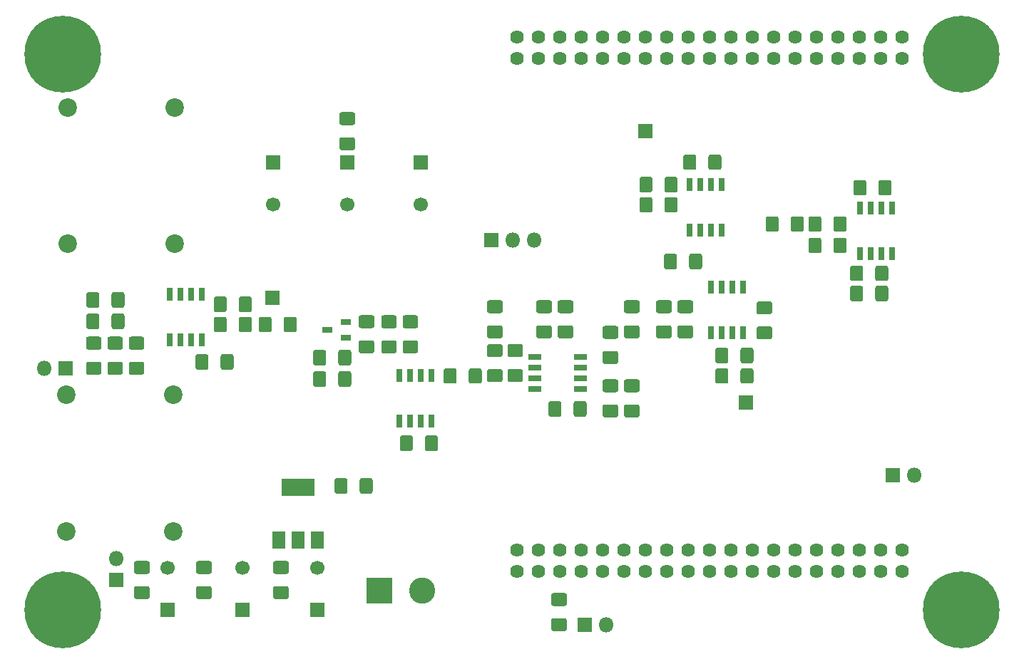
<source format=gts>
%TF.GenerationSoftware,KiCad,Pcbnew,(5.1.0)-1*%
%TF.CreationDate,2022-07-09T20:49:55+03:00*%
%TF.ProjectId,octaver,6f637461-7665-4722-9e6b-696361645f70,rev?*%
%TF.SameCoordinates,Original*%
%TF.FileFunction,Soldermask,Top*%
%TF.FilePolarity,Negative*%
%FSLAX46Y46*%
G04 Gerber Fmt 4.6, Leading zero omitted, Abs format (unit mm)*
G04 Created by KiCad (PCBNEW (5.1.0)-1) date 2022-07-09 20:49:55*
%MOMM*%
%LPD*%
G04 APERTURE LIST*
%ADD10R,0.750000X1.625000*%
%ADD11R,1.625000X0.750000*%
%ADD12C,1.624000*%
%ADD13R,1.600000X2.100000*%
%ADD14R,3.900000X2.100000*%
%ADD15C,3.100000*%
%ADD16R,3.100000X3.100000*%
%ADD17R,1.200000X0.700000*%
%ADD18C,9.100000*%
%ADD19C,2.200000*%
%ADD20R,1.800000X1.800000*%
%ADD21O,1.800000X1.800000*%
%ADD22R,1.700000X1.700000*%
%ADD23C,1.700000*%
%ADD24C,0.100000*%
%ADD25C,1.525000*%
G04 APERTURE END LIST*
D10*
%TO.C,U2*%
X184861200Y-95763800D03*
X186131200Y-95763800D03*
X187401200Y-95763800D03*
X188671200Y-95763800D03*
X188671200Y-101187800D03*
X187401200Y-101187800D03*
X186131200Y-101187800D03*
X184861200Y-101187800D03*
%TD*%
%TO.C,U9*%
X164592000Y-98343000D03*
X165862000Y-98343000D03*
X167132000Y-98343000D03*
X168402000Y-98343000D03*
X168402000Y-92919000D03*
X167132000Y-92919000D03*
X165862000Y-92919000D03*
X164592000Y-92919000D03*
%TD*%
%TO.C,U5*%
X170942000Y-110535000D03*
X169672000Y-110535000D03*
X168402000Y-110535000D03*
X167132000Y-110535000D03*
X167132000Y-105111000D03*
X168402000Y-105111000D03*
X169672000Y-105111000D03*
X170942000Y-105111000D03*
%TD*%
D11*
%TO.C,U4*%
X146182800Y-113461800D03*
X146182800Y-114731800D03*
X146182800Y-116001800D03*
X146182800Y-117271800D03*
X151606800Y-117271800D03*
X151606800Y-116001800D03*
X151606800Y-114731800D03*
X151606800Y-113461800D03*
%TD*%
D10*
%TO.C,U3*%
X106680000Y-106000000D03*
X105410000Y-106000000D03*
X104140000Y-106000000D03*
X102870000Y-106000000D03*
X102870000Y-111424000D03*
X104140000Y-111424000D03*
X105410000Y-111424000D03*
X106680000Y-111424000D03*
%TD*%
%TO.C,U1*%
X133985000Y-115652000D03*
X132715000Y-115652000D03*
X131445000Y-115652000D03*
X130175000Y-115652000D03*
X130175000Y-121076000D03*
X131445000Y-121076000D03*
X132715000Y-121076000D03*
X133985000Y-121076000D03*
%TD*%
D12*
%TO.C,U8*%
X154305000Y-75438000D03*
X159385000Y-77978000D03*
X182245000Y-75438000D03*
X161925000Y-75438000D03*
X161925000Y-77978000D03*
X182245000Y-77978000D03*
X169545000Y-77978000D03*
X174625000Y-77978000D03*
X179705000Y-77978000D03*
X151765000Y-77978000D03*
X184785000Y-75438000D03*
X172085000Y-75438000D03*
X159385000Y-75438000D03*
X144145000Y-75438000D03*
X144145000Y-77978000D03*
X146685000Y-77978000D03*
X174625000Y-75438000D03*
X189865000Y-75438000D03*
X167005000Y-75438000D03*
X149225000Y-77978000D03*
X172085000Y-77978000D03*
X177165000Y-77978000D03*
X164465000Y-75438000D03*
X151765000Y-75438000D03*
X184785000Y-77978000D03*
X167005000Y-77978000D03*
X189865000Y-77978000D03*
X187325000Y-77978000D03*
X149225000Y-75438000D03*
X164465000Y-77978000D03*
X179705000Y-75438000D03*
X169545000Y-75438000D03*
X187325000Y-75438000D03*
X177165000Y-75438000D03*
X156845000Y-75438000D03*
X146685000Y-75438000D03*
X154305000Y-77978000D03*
X156845000Y-77978000D03*
X164465000Y-138938000D03*
X187325000Y-138938000D03*
X184785000Y-138938000D03*
X189865000Y-138938000D03*
X179705000Y-138938000D03*
X177165000Y-138938000D03*
X174625000Y-138938000D03*
X172085000Y-138938000D03*
X169545000Y-138938000D03*
X182245000Y-138938000D03*
X167005000Y-138938000D03*
X161925000Y-138938000D03*
X156845000Y-138938000D03*
X159385000Y-138938000D03*
X154305000Y-138938000D03*
X151765000Y-138938000D03*
X149225000Y-138938000D03*
X146685000Y-138938000D03*
X144145000Y-138938000D03*
X144145000Y-136398000D03*
X146685000Y-136398000D03*
X149225000Y-136398000D03*
X151765000Y-136398000D03*
X154305000Y-136398000D03*
X156845000Y-136398000D03*
X159385000Y-136398000D03*
X161925000Y-136398000D03*
X164465000Y-136398000D03*
X167005000Y-136398000D03*
X169545000Y-136398000D03*
X172085000Y-136398000D03*
X174625000Y-136398000D03*
X177165000Y-136398000D03*
X179705000Y-136398000D03*
X182245000Y-136398000D03*
X184785000Y-136398000D03*
X187325000Y-136398000D03*
X189865000Y-136398000D03*
%TD*%
D13*
%TO.C,U6*%
X115810000Y-135230000D03*
X120410000Y-135230000D03*
X118110000Y-135230000D03*
D14*
X118110000Y-128930000D03*
%TD*%
D15*
%TO.C,J5*%
X132842000Y-141224000D03*
D16*
X127762000Y-141224000D03*
%TD*%
D17*
%TO.C,IC2*%
X121582000Y-110236000D03*
X123782000Y-109286000D03*
X123782000Y-111186000D03*
%TD*%
D18*
%TO.C,H4*%
X196850000Y-143510000D03*
%TD*%
%TO.C,H3*%
X196850000Y-77470000D03*
%TD*%
%TO.C,H2*%
X90170000Y-143510000D03*
%TD*%
%TO.C,H1*%
X90170000Y-77470000D03*
%TD*%
D19*
%TO.C,J1*%
X90583800Y-117970600D03*
X103283800Y-117970600D03*
X103283800Y-134200600D03*
X90583800Y-134200600D03*
%TD*%
%TO.C,J2*%
X90787000Y-100012200D03*
X103487000Y-100012200D03*
X103487000Y-83782200D03*
X90787000Y-83782200D03*
%TD*%
D20*
%TO.C,J3*%
X90538300Y-114808000D03*
D21*
X87998300Y-114808000D03*
%TD*%
%TO.C,J4*%
X146177000Y-99568000D03*
X143637000Y-99568000D03*
D20*
X141097000Y-99568000D03*
%TD*%
%TO.C,TP1*%
X115062000Y-106426000D03*
%TD*%
%TO.C,TP2*%
X159385000Y-86614000D03*
%TD*%
%TO.C,TP3*%
X171323000Y-118872000D03*
%TD*%
D22*
%TO.C,C25*%
X102616000Y-143510000D03*
D23*
X102616000Y-138510000D03*
%TD*%
%TO.C,C26*%
X120396000Y-138510000D03*
D22*
X120396000Y-143510000D03*
%TD*%
%TO.C,C27*%
X111506000Y-143510000D03*
D23*
X111506000Y-138510000D03*
%TD*%
%TO.C,C12*%
X115189000Y-95297000D03*
D22*
X115189000Y-90297000D03*
%TD*%
%TO.C,C29*%
X123952000Y-90297000D03*
D23*
X123952000Y-95297000D03*
%TD*%
D22*
%TO.C,C30*%
X132715000Y-90297000D03*
D23*
X132715000Y-95297000D03*
%TD*%
D24*
%TO.C,C2*%
G36*
X132128680Y-111470288D02*
G01*
X132154651Y-111474141D01*
X132180120Y-111480520D01*
X132204841Y-111489366D01*
X132228575Y-111500591D01*
X132251095Y-111514089D01*
X132272184Y-111529730D01*
X132291638Y-111547362D01*
X132309270Y-111566816D01*
X132324911Y-111587905D01*
X132338409Y-111610425D01*
X132349634Y-111634159D01*
X132358480Y-111658880D01*
X132364859Y-111684349D01*
X132368712Y-111710320D01*
X132370000Y-111736544D01*
X132370000Y-112726456D01*
X132368712Y-112752680D01*
X132364859Y-112778651D01*
X132358480Y-112804120D01*
X132349634Y-112828841D01*
X132338409Y-112852575D01*
X132324911Y-112875095D01*
X132309270Y-112896184D01*
X132291638Y-112915638D01*
X132272184Y-112933270D01*
X132251095Y-112948911D01*
X132228575Y-112962409D01*
X132204841Y-112973634D01*
X132180120Y-112982480D01*
X132154651Y-112988859D01*
X132128680Y-112992712D01*
X132102456Y-112994000D01*
X130787544Y-112994000D01*
X130761320Y-112992712D01*
X130735349Y-112988859D01*
X130709880Y-112982480D01*
X130685159Y-112973634D01*
X130661425Y-112962409D01*
X130638905Y-112948911D01*
X130617816Y-112933270D01*
X130598362Y-112915638D01*
X130580730Y-112896184D01*
X130565089Y-112875095D01*
X130551591Y-112852575D01*
X130540366Y-112828841D01*
X130531520Y-112804120D01*
X130525141Y-112778651D01*
X130521288Y-112752680D01*
X130520000Y-112726456D01*
X130520000Y-111736544D01*
X130521288Y-111710320D01*
X130525141Y-111684349D01*
X130531520Y-111658880D01*
X130540366Y-111634159D01*
X130551591Y-111610425D01*
X130565089Y-111587905D01*
X130580730Y-111566816D01*
X130598362Y-111547362D01*
X130617816Y-111529730D01*
X130638905Y-111514089D01*
X130661425Y-111500591D01*
X130685159Y-111489366D01*
X130709880Y-111480520D01*
X130735349Y-111474141D01*
X130761320Y-111470288D01*
X130787544Y-111469000D01*
X132102456Y-111469000D01*
X132128680Y-111470288D01*
X132128680Y-111470288D01*
G37*
D25*
X131445000Y-112231500D03*
D24*
G36*
X132128680Y-108495288D02*
G01*
X132154651Y-108499141D01*
X132180120Y-108505520D01*
X132204841Y-108514366D01*
X132228575Y-108525591D01*
X132251095Y-108539089D01*
X132272184Y-108554730D01*
X132291638Y-108572362D01*
X132309270Y-108591816D01*
X132324911Y-108612905D01*
X132338409Y-108635425D01*
X132349634Y-108659159D01*
X132358480Y-108683880D01*
X132364859Y-108709349D01*
X132368712Y-108735320D01*
X132370000Y-108761544D01*
X132370000Y-109751456D01*
X132368712Y-109777680D01*
X132364859Y-109803651D01*
X132358480Y-109829120D01*
X132349634Y-109853841D01*
X132338409Y-109877575D01*
X132324911Y-109900095D01*
X132309270Y-109921184D01*
X132291638Y-109940638D01*
X132272184Y-109958270D01*
X132251095Y-109973911D01*
X132228575Y-109987409D01*
X132204841Y-109998634D01*
X132180120Y-110007480D01*
X132154651Y-110013859D01*
X132128680Y-110017712D01*
X132102456Y-110019000D01*
X130787544Y-110019000D01*
X130761320Y-110017712D01*
X130735349Y-110013859D01*
X130709880Y-110007480D01*
X130685159Y-109998634D01*
X130661425Y-109987409D01*
X130638905Y-109973911D01*
X130617816Y-109958270D01*
X130598362Y-109940638D01*
X130580730Y-109921184D01*
X130565089Y-109900095D01*
X130551591Y-109877575D01*
X130540366Y-109853841D01*
X130531520Y-109829120D01*
X130525141Y-109803651D01*
X130521288Y-109777680D01*
X130520000Y-109751456D01*
X130520000Y-108761544D01*
X130521288Y-108735320D01*
X130525141Y-108709349D01*
X130531520Y-108683880D01*
X130540366Y-108659159D01*
X130551591Y-108635425D01*
X130565089Y-108612905D01*
X130580730Y-108591816D01*
X130598362Y-108572362D01*
X130617816Y-108554730D01*
X130638905Y-108539089D01*
X130661425Y-108525591D01*
X130685159Y-108514366D01*
X130709880Y-108505520D01*
X130735349Y-108499141D01*
X130761320Y-108495288D01*
X130787544Y-108494000D01*
X132102456Y-108494000D01*
X132128680Y-108495288D01*
X132128680Y-108495288D01*
G37*
D25*
X131445000Y-109256500D03*
%TD*%
D24*
%TO.C,C3*%
G36*
X114730680Y-108677288D02*
G01*
X114756651Y-108681141D01*
X114782120Y-108687520D01*
X114806841Y-108696366D01*
X114830575Y-108707591D01*
X114853095Y-108721089D01*
X114874184Y-108736730D01*
X114893638Y-108754362D01*
X114911270Y-108773816D01*
X114926911Y-108794905D01*
X114940409Y-108817425D01*
X114951634Y-108841159D01*
X114960480Y-108865880D01*
X114966859Y-108891349D01*
X114970712Y-108917320D01*
X114972000Y-108943544D01*
X114972000Y-110258456D01*
X114970712Y-110284680D01*
X114966859Y-110310651D01*
X114960480Y-110336120D01*
X114951634Y-110360841D01*
X114940409Y-110384575D01*
X114926911Y-110407095D01*
X114911270Y-110428184D01*
X114893638Y-110447638D01*
X114874184Y-110465270D01*
X114853095Y-110480911D01*
X114830575Y-110494409D01*
X114806841Y-110505634D01*
X114782120Y-110514480D01*
X114756651Y-110520859D01*
X114730680Y-110524712D01*
X114704456Y-110526000D01*
X113714544Y-110526000D01*
X113688320Y-110524712D01*
X113662349Y-110520859D01*
X113636880Y-110514480D01*
X113612159Y-110505634D01*
X113588425Y-110494409D01*
X113565905Y-110480911D01*
X113544816Y-110465270D01*
X113525362Y-110447638D01*
X113507730Y-110428184D01*
X113492089Y-110407095D01*
X113478591Y-110384575D01*
X113467366Y-110360841D01*
X113458520Y-110336120D01*
X113452141Y-110310651D01*
X113448288Y-110284680D01*
X113447000Y-110258456D01*
X113447000Y-108943544D01*
X113448288Y-108917320D01*
X113452141Y-108891349D01*
X113458520Y-108865880D01*
X113467366Y-108841159D01*
X113478591Y-108817425D01*
X113492089Y-108794905D01*
X113507730Y-108773816D01*
X113525362Y-108754362D01*
X113544816Y-108736730D01*
X113565905Y-108721089D01*
X113588425Y-108707591D01*
X113612159Y-108696366D01*
X113636880Y-108687520D01*
X113662349Y-108681141D01*
X113688320Y-108677288D01*
X113714544Y-108676000D01*
X114704456Y-108676000D01*
X114730680Y-108677288D01*
X114730680Y-108677288D01*
G37*
D25*
X114209500Y-109601000D03*
D24*
G36*
X117705680Y-108677288D02*
G01*
X117731651Y-108681141D01*
X117757120Y-108687520D01*
X117781841Y-108696366D01*
X117805575Y-108707591D01*
X117828095Y-108721089D01*
X117849184Y-108736730D01*
X117868638Y-108754362D01*
X117886270Y-108773816D01*
X117901911Y-108794905D01*
X117915409Y-108817425D01*
X117926634Y-108841159D01*
X117935480Y-108865880D01*
X117941859Y-108891349D01*
X117945712Y-108917320D01*
X117947000Y-108943544D01*
X117947000Y-110258456D01*
X117945712Y-110284680D01*
X117941859Y-110310651D01*
X117935480Y-110336120D01*
X117926634Y-110360841D01*
X117915409Y-110384575D01*
X117901911Y-110407095D01*
X117886270Y-110428184D01*
X117868638Y-110447638D01*
X117849184Y-110465270D01*
X117828095Y-110480911D01*
X117805575Y-110494409D01*
X117781841Y-110505634D01*
X117757120Y-110514480D01*
X117731651Y-110520859D01*
X117705680Y-110524712D01*
X117679456Y-110526000D01*
X116689544Y-110526000D01*
X116663320Y-110524712D01*
X116637349Y-110520859D01*
X116611880Y-110514480D01*
X116587159Y-110505634D01*
X116563425Y-110494409D01*
X116540905Y-110480911D01*
X116519816Y-110465270D01*
X116500362Y-110447638D01*
X116482730Y-110428184D01*
X116467089Y-110407095D01*
X116453591Y-110384575D01*
X116442366Y-110360841D01*
X116433520Y-110336120D01*
X116427141Y-110310651D01*
X116423288Y-110284680D01*
X116422000Y-110258456D01*
X116422000Y-108943544D01*
X116423288Y-108917320D01*
X116427141Y-108891349D01*
X116433520Y-108865880D01*
X116442366Y-108841159D01*
X116453591Y-108817425D01*
X116467089Y-108794905D01*
X116482730Y-108773816D01*
X116500362Y-108754362D01*
X116519816Y-108736730D01*
X116540905Y-108721089D01*
X116563425Y-108707591D01*
X116587159Y-108696366D01*
X116611880Y-108687520D01*
X116637349Y-108681141D01*
X116663320Y-108677288D01*
X116689544Y-108676000D01*
X117679456Y-108676000D01*
X117705680Y-108677288D01*
X117705680Y-108677288D01*
G37*
D25*
X117184500Y-109601000D03*
%TD*%
D24*
%TO.C,C4*%
G36*
X187936680Y-102581288D02*
G01*
X187962651Y-102585141D01*
X187988120Y-102591520D01*
X188012841Y-102600366D01*
X188036575Y-102611591D01*
X188059095Y-102625089D01*
X188080184Y-102640730D01*
X188099638Y-102658362D01*
X188117270Y-102677816D01*
X188132911Y-102698905D01*
X188146409Y-102721425D01*
X188157634Y-102745159D01*
X188166480Y-102769880D01*
X188172859Y-102795349D01*
X188176712Y-102821320D01*
X188178000Y-102847544D01*
X188178000Y-104162456D01*
X188176712Y-104188680D01*
X188172859Y-104214651D01*
X188166480Y-104240120D01*
X188157634Y-104264841D01*
X188146409Y-104288575D01*
X188132911Y-104311095D01*
X188117270Y-104332184D01*
X188099638Y-104351638D01*
X188080184Y-104369270D01*
X188059095Y-104384911D01*
X188036575Y-104398409D01*
X188012841Y-104409634D01*
X187988120Y-104418480D01*
X187962651Y-104424859D01*
X187936680Y-104428712D01*
X187910456Y-104430000D01*
X186920544Y-104430000D01*
X186894320Y-104428712D01*
X186868349Y-104424859D01*
X186842880Y-104418480D01*
X186818159Y-104409634D01*
X186794425Y-104398409D01*
X186771905Y-104384911D01*
X186750816Y-104369270D01*
X186731362Y-104351638D01*
X186713730Y-104332184D01*
X186698089Y-104311095D01*
X186684591Y-104288575D01*
X186673366Y-104264841D01*
X186664520Y-104240120D01*
X186658141Y-104214651D01*
X186654288Y-104188680D01*
X186653000Y-104162456D01*
X186653000Y-102847544D01*
X186654288Y-102821320D01*
X186658141Y-102795349D01*
X186664520Y-102769880D01*
X186673366Y-102745159D01*
X186684591Y-102721425D01*
X186698089Y-102698905D01*
X186713730Y-102677816D01*
X186731362Y-102658362D01*
X186750816Y-102640730D01*
X186771905Y-102625089D01*
X186794425Y-102611591D01*
X186818159Y-102600366D01*
X186842880Y-102591520D01*
X186868349Y-102585141D01*
X186894320Y-102581288D01*
X186920544Y-102580000D01*
X187910456Y-102580000D01*
X187936680Y-102581288D01*
X187936680Y-102581288D01*
G37*
D25*
X187415500Y-103505000D03*
D24*
G36*
X184961680Y-102581288D02*
G01*
X184987651Y-102585141D01*
X185013120Y-102591520D01*
X185037841Y-102600366D01*
X185061575Y-102611591D01*
X185084095Y-102625089D01*
X185105184Y-102640730D01*
X185124638Y-102658362D01*
X185142270Y-102677816D01*
X185157911Y-102698905D01*
X185171409Y-102721425D01*
X185182634Y-102745159D01*
X185191480Y-102769880D01*
X185197859Y-102795349D01*
X185201712Y-102821320D01*
X185203000Y-102847544D01*
X185203000Y-104162456D01*
X185201712Y-104188680D01*
X185197859Y-104214651D01*
X185191480Y-104240120D01*
X185182634Y-104264841D01*
X185171409Y-104288575D01*
X185157911Y-104311095D01*
X185142270Y-104332184D01*
X185124638Y-104351638D01*
X185105184Y-104369270D01*
X185084095Y-104384911D01*
X185061575Y-104398409D01*
X185037841Y-104409634D01*
X185013120Y-104418480D01*
X184987651Y-104424859D01*
X184961680Y-104428712D01*
X184935456Y-104430000D01*
X183945544Y-104430000D01*
X183919320Y-104428712D01*
X183893349Y-104424859D01*
X183867880Y-104418480D01*
X183843159Y-104409634D01*
X183819425Y-104398409D01*
X183796905Y-104384911D01*
X183775816Y-104369270D01*
X183756362Y-104351638D01*
X183738730Y-104332184D01*
X183723089Y-104311095D01*
X183709591Y-104288575D01*
X183698366Y-104264841D01*
X183689520Y-104240120D01*
X183683141Y-104214651D01*
X183679288Y-104188680D01*
X183678000Y-104162456D01*
X183678000Y-102847544D01*
X183679288Y-102821320D01*
X183683141Y-102795349D01*
X183689520Y-102769880D01*
X183698366Y-102745159D01*
X183709591Y-102721425D01*
X183723089Y-102698905D01*
X183738730Y-102677816D01*
X183756362Y-102658362D01*
X183775816Y-102640730D01*
X183796905Y-102625089D01*
X183819425Y-102611591D01*
X183843159Y-102600366D01*
X183867880Y-102591520D01*
X183893349Y-102585141D01*
X183919320Y-102581288D01*
X183945544Y-102580000D01*
X184935456Y-102580000D01*
X184961680Y-102581288D01*
X184961680Y-102581288D01*
G37*
D25*
X184440500Y-103505000D03*
%TD*%
D24*
%TO.C,C5*%
G36*
X97258680Y-105756288D02*
G01*
X97284651Y-105760141D01*
X97310120Y-105766520D01*
X97334841Y-105775366D01*
X97358575Y-105786591D01*
X97381095Y-105800089D01*
X97402184Y-105815730D01*
X97421638Y-105833362D01*
X97439270Y-105852816D01*
X97454911Y-105873905D01*
X97468409Y-105896425D01*
X97479634Y-105920159D01*
X97488480Y-105944880D01*
X97494859Y-105970349D01*
X97498712Y-105996320D01*
X97500000Y-106022544D01*
X97500000Y-107337456D01*
X97498712Y-107363680D01*
X97494859Y-107389651D01*
X97488480Y-107415120D01*
X97479634Y-107439841D01*
X97468409Y-107463575D01*
X97454911Y-107486095D01*
X97439270Y-107507184D01*
X97421638Y-107526638D01*
X97402184Y-107544270D01*
X97381095Y-107559911D01*
X97358575Y-107573409D01*
X97334841Y-107584634D01*
X97310120Y-107593480D01*
X97284651Y-107599859D01*
X97258680Y-107603712D01*
X97232456Y-107605000D01*
X96242544Y-107605000D01*
X96216320Y-107603712D01*
X96190349Y-107599859D01*
X96164880Y-107593480D01*
X96140159Y-107584634D01*
X96116425Y-107573409D01*
X96093905Y-107559911D01*
X96072816Y-107544270D01*
X96053362Y-107526638D01*
X96035730Y-107507184D01*
X96020089Y-107486095D01*
X96006591Y-107463575D01*
X95995366Y-107439841D01*
X95986520Y-107415120D01*
X95980141Y-107389651D01*
X95976288Y-107363680D01*
X95975000Y-107337456D01*
X95975000Y-106022544D01*
X95976288Y-105996320D01*
X95980141Y-105970349D01*
X95986520Y-105944880D01*
X95995366Y-105920159D01*
X96006591Y-105896425D01*
X96020089Y-105873905D01*
X96035730Y-105852816D01*
X96053362Y-105833362D01*
X96072816Y-105815730D01*
X96093905Y-105800089D01*
X96116425Y-105786591D01*
X96140159Y-105775366D01*
X96164880Y-105766520D01*
X96190349Y-105760141D01*
X96216320Y-105756288D01*
X96242544Y-105755000D01*
X97232456Y-105755000D01*
X97258680Y-105756288D01*
X97258680Y-105756288D01*
G37*
D25*
X96737500Y-106680000D03*
D24*
G36*
X94283680Y-105756288D02*
G01*
X94309651Y-105760141D01*
X94335120Y-105766520D01*
X94359841Y-105775366D01*
X94383575Y-105786591D01*
X94406095Y-105800089D01*
X94427184Y-105815730D01*
X94446638Y-105833362D01*
X94464270Y-105852816D01*
X94479911Y-105873905D01*
X94493409Y-105896425D01*
X94504634Y-105920159D01*
X94513480Y-105944880D01*
X94519859Y-105970349D01*
X94523712Y-105996320D01*
X94525000Y-106022544D01*
X94525000Y-107337456D01*
X94523712Y-107363680D01*
X94519859Y-107389651D01*
X94513480Y-107415120D01*
X94504634Y-107439841D01*
X94493409Y-107463575D01*
X94479911Y-107486095D01*
X94464270Y-107507184D01*
X94446638Y-107526638D01*
X94427184Y-107544270D01*
X94406095Y-107559911D01*
X94383575Y-107573409D01*
X94359841Y-107584634D01*
X94335120Y-107593480D01*
X94309651Y-107599859D01*
X94283680Y-107603712D01*
X94257456Y-107605000D01*
X93267544Y-107605000D01*
X93241320Y-107603712D01*
X93215349Y-107599859D01*
X93189880Y-107593480D01*
X93165159Y-107584634D01*
X93141425Y-107573409D01*
X93118905Y-107559911D01*
X93097816Y-107544270D01*
X93078362Y-107526638D01*
X93060730Y-107507184D01*
X93045089Y-107486095D01*
X93031591Y-107463575D01*
X93020366Y-107439841D01*
X93011520Y-107415120D01*
X93005141Y-107389651D01*
X93001288Y-107363680D01*
X93000000Y-107337456D01*
X93000000Y-106022544D01*
X93001288Y-105996320D01*
X93005141Y-105970349D01*
X93011520Y-105944880D01*
X93020366Y-105920159D01*
X93031591Y-105896425D01*
X93045089Y-105873905D01*
X93060730Y-105852816D01*
X93078362Y-105833362D01*
X93097816Y-105815730D01*
X93118905Y-105800089D01*
X93141425Y-105786591D01*
X93165159Y-105775366D01*
X93189880Y-105766520D01*
X93215349Y-105760141D01*
X93241320Y-105756288D01*
X93267544Y-105755000D01*
X94257456Y-105755000D01*
X94283680Y-105756288D01*
X94283680Y-105756288D01*
G37*
D25*
X93762500Y-106680000D03*
%TD*%
D24*
%TO.C,C6*%
G36*
X97076680Y-114010288D02*
G01*
X97102651Y-114014141D01*
X97128120Y-114020520D01*
X97152841Y-114029366D01*
X97176575Y-114040591D01*
X97199095Y-114054089D01*
X97220184Y-114069730D01*
X97239638Y-114087362D01*
X97257270Y-114106816D01*
X97272911Y-114127905D01*
X97286409Y-114150425D01*
X97297634Y-114174159D01*
X97306480Y-114198880D01*
X97312859Y-114224349D01*
X97316712Y-114250320D01*
X97318000Y-114276544D01*
X97318000Y-115266456D01*
X97316712Y-115292680D01*
X97312859Y-115318651D01*
X97306480Y-115344120D01*
X97297634Y-115368841D01*
X97286409Y-115392575D01*
X97272911Y-115415095D01*
X97257270Y-115436184D01*
X97239638Y-115455638D01*
X97220184Y-115473270D01*
X97199095Y-115488911D01*
X97176575Y-115502409D01*
X97152841Y-115513634D01*
X97128120Y-115522480D01*
X97102651Y-115528859D01*
X97076680Y-115532712D01*
X97050456Y-115534000D01*
X95735544Y-115534000D01*
X95709320Y-115532712D01*
X95683349Y-115528859D01*
X95657880Y-115522480D01*
X95633159Y-115513634D01*
X95609425Y-115502409D01*
X95586905Y-115488911D01*
X95565816Y-115473270D01*
X95546362Y-115455638D01*
X95528730Y-115436184D01*
X95513089Y-115415095D01*
X95499591Y-115392575D01*
X95488366Y-115368841D01*
X95479520Y-115344120D01*
X95473141Y-115318651D01*
X95469288Y-115292680D01*
X95468000Y-115266456D01*
X95468000Y-114276544D01*
X95469288Y-114250320D01*
X95473141Y-114224349D01*
X95479520Y-114198880D01*
X95488366Y-114174159D01*
X95499591Y-114150425D01*
X95513089Y-114127905D01*
X95528730Y-114106816D01*
X95546362Y-114087362D01*
X95565816Y-114069730D01*
X95586905Y-114054089D01*
X95609425Y-114040591D01*
X95633159Y-114029366D01*
X95657880Y-114020520D01*
X95683349Y-114014141D01*
X95709320Y-114010288D01*
X95735544Y-114009000D01*
X97050456Y-114009000D01*
X97076680Y-114010288D01*
X97076680Y-114010288D01*
G37*
D25*
X96393000Y-114771500D03*
D24*
G36*
X97076680Y-111035288D02*
G01*
X97102651Y-111039141D01*
X97128120Y-111045520D01*
X97152841Y-111054366D01*
X97176575Y-111065591D01*
X97199095Y-111079089D01*
X97220184Y-111094730D01*
X97239638Y-111112362D01*
X97257270Y-111131816D01*
X97272911Y-111152905D01*
X97286409Y-111175425D01*
X97297634Y-111199159D01*
X97306480Y-111223880D01*
X97312859Y-111249349D01*
X97316712Y-111275320D01*
X97318000Y-111301544D01*
X97318000Y-112291456D01*
X97316712Y-112317680D01*
X97312859Y-112343651D01*
X97306480Y-112369120D01*
X97297634Y-112393841D01*
X97286409Y-112417575D01*
X97272911Y-112440095D01*
X97257270Y-112461184D01*
X97239638Y-112480638D01*
X97220184Y-112498270D01*
X97199095Y-112513911D01*
X97176575Y-112527409D01*
X97152841Y-112538634D01*
X97128120Y-112547480D01*
X97102651Y-112553859D01*
X97076680Y-112557712D01*
X97050456Y-112559000D01*
X95735544Y-112559000D01*
X95709320Y-112557712D01*
X95683349Y-112553859D01*
X95657880Y-112547480D01*
X95633159Y-112538634D01*
X95609425Y-112527409D01*
X95586905Y-112513911D01*
X95565816Y-112498270D01*
X95546362Y-112480638D01*
X95528730Y-112461184D01*
X95513089Y-112440095D01*
X95499591Y-112417575D01*
X95488366Y-112393841D01*
X95479520Y-112369120D01*
X95473141Y-112343651D01*
X95469288Y-112317680D01*
X95468000Y-112291456D01*
X95468000Y-111301544D01*
X95469288Y-111275320D01*
X95473141Y-111249349D01*
X95479520Y-111223880D01*
X95488366Y-111199159D01*
X95499591Y-111175425D01*
X95513089Y-111152905D01*
X95528730Y-111131816D01*
X95546362Y-111112362D01*
X95565816Y-111094730D01*
X95586905Y-111079089D01*
X95609425Y-111065591D01*
X95633159Y-111054366D01*
X95657880Y-111045520D01*
X95683349Y-111039141D01*
X95709320Y-111035288D01*
X95735544Y-111034000D01*
X97050456Y-111034000D01*
X97076680Y-111035288D01*
X97076680Y-111035288D01*
G37*
D25*
X96393000Y-111796500D03*
%TD*%
D24*
%TO.C,C7*%
G36*
X142161680Y-114899288D02*
G01*
X142187651Y-114903141D01*
X142213120Y-114909520D01*
X142237841Y-114918366D01*
X142261575Y-114929591D01*
X142284095Y-114943089D01*
X142305184Y-114958730D01*
X142324638Y-114976362D01*
X142342270Y-114995816D01*
X142357911Y-115016905D01*
X142371409Y-115039425D01*
X142382634Y-115063159D01*
X142391480Y-115087880D01*
X142397859Y-115113349D01*
X142401712Y-115139320D01*
X142403000Y-115165544D01*
X142403000Y-116155456D01*
X142401712Y-116181680D01*
X142397859Y-116207651D01*
X142391480Y-116233120D01*
X142382634Y-116257841D01*
X142371409Y-116281575D01*
X142357911Y-116304095D01*
X142342270Y-116325184D01*
X142324638Y-116344638D01*
X142305184Y-116362270D01*
X142284095Y-116377911D01*
X142261575Y-116391409D01*
X142237841Y-116402634D01*
X142213120Y-116411480D01*
X142187651Y-116417859D01*
X142161680Y-116421712D01*
X142135456Y-116423000D01*
X140820544Y-116423000D01*
X140794320Y-116421712D01*
X140768349Y-116417859D01*
X140742880Y-116411480D01*
X140718159Y-116402634D01*
X140694425Y-116391409D01*
X140671905Y-116377911D01*
X140650816Y-116362270D01*
X140631362Y-116344638D01*
X140613730Y-116325184D01*
X140598089Y-116304095D01*
X140584591Y-116281575D01*
X140573366Y-116257841D01*
X140564520Y-116233120D01*
X140558141Y-116207651D01*
X140554288Y-116181680D01*
X140553000Y-116155456D01*
X140553000Y-115165544D01*
X140554288Y-115139320D01*
X140558141Y-115113349D01*
X140564520Y-115087880D01*
X140573366Y-115063159D01*
X140584591Y-115039425D01*
X140598089Y-115016905D01*
X140613730Y-114995816D01*
X140631362Y-114976362D01*
X140650816Y-114958730D01*
X140671905Y-114943089D01*
X140694425Y-114929591D01*
X140718159Y-114918366D01*
X140742880Y-114909520D01*
X140768349Y-114903141D01*
X140794320Y-114899288D01*
X140820544Y-114898000D01*
X142135456Y-114898000D01*
X142161680Y-114899288D01*
X142161680Y-114899288D01*
G37*
D25*
X141478000Y-115660500D03*
D24*
G36*
X142161680Y-111924288D02*
G01*
X142187651Y-111928141D01*
X142213120Y-111934520D01*
X142237841Y-111943366D01*
X142261575Y-111954591D01*
X142284095Y-111968089D01*
X142305184Y-111983730D01*
X142324638Y-112001362D01*
X142342270Y-112020816D01*
X142357911Y-112041905D01*
X142371409Y-112064425D01*
X142382634Y-112088159D01*
X142391480Y-112112880D01*
X142397859Y-112138349D01*
X142401712Y-112164320D01*
X142403000Y-112190544D01*
X142403000Y-113180456D01*
X142401712Y-113206680D01*
X142397859Y-113232651D01*
X142391480Y-113258120D01*
X142382634Y-113282841D01*
X142371409Y-113306575D01*
X142357911Y-113329095D01*
X142342270Y-113350184D01*
X142324638Y-113369638D01*
X142305184Y-113387270D01*
X142284095Y-113402911D01*
X142261575Y-113416409D01*
X142237841Y-113427634D01*
X142213120Y-113436480D01*
X142187651Y-113442859D01*
X142161680Y-113446712D01*
X142135456Y-113448000D01*
X140820544Y-113448000D01*
X140794320Y-113446712D01*
X140768349Y-113442859D01*
X140742880Y-113436480D01*
X140718159Y-113427634D01*
X140694425Y-113416409D01*
X140671905Y-113402911D01*
X140650816Y-113387270D01*
X140631362Y-113369638D01*
X140613730Y-113350184D01*
X140598089Y-113329095D01*
X140584591Y-113306575D01*
X140573366Y-113282841D01*
X140564520Y-113258120D01*
X140558141Y-113232651D01*
X140554288Y-113206680D01*
X140553000Y-113180456D01*
X140553000Y-112190544D01*
X140554288Y-112164320D01*
X140558141Y-112138349D01*
X140564520Y-112112880D01*
X140573366Y-112088159D01*
X140584591Y-112064425D01*
X140598089Y-112041905D01*
X140613730Y-112020816D01*
X140631362Y-112001362D01*
X140650816Y-111983730D01*
X140671905Y-111968089D01*
X140694425Y-111954591D01*
X140718159Y-111943366D01*
X140742880Y-111934520D01*
X140768349Y-111928141D01*
X140794320Y-111924288D01*
X140820544Y-111923000D01*
X142135456Y-111923000D01*
X142161680Y-111924288D01*
X142161680Y-111924288D01*
G37*
D25*
X141478000Y-112685500D03*
%TD*%
D24*
%TO.C,C8*%
G36*
X158417680Y-116115288D02*
G01*
X158443651Y-116119141D01*
X158469120Y-116125520D01*
X158493841Y-116134366D01*
X158517575Y-116145591D01*
X158540095Y-116159089D01*
X158561184Y-116174730D01*
X158580638Y-116192362D01*
X158598270Y-116211816D01*
X158613911Y-116232905D01*
X158627409Y-116255425D01*
X158638634Y-116279159D01*
X158647480Y-116303880D01*
X158653859Y-116329349D01*
X158657712Y-116355320D01*
X158659000Y-116381544D01*
X158659000Y-117371456D01*
X158657712Y-117397680D01*
X158653859Y-117423651D01*
X158647480Y-117449120D01*
X158638634Y-117473841D01*
X158627409Y-117497575D01*
X158613911Y-117520095D01*
X158598270Y-117541184D01*
X158580638Y-117560638D01*
X158561184Y-117578270D01*
X158540095Y-117593911D01*
X158517575Y-117607409D01*
X158493841Y-117618634D01*
X158469120Y-117627480D01*
X158443651Y-117633859D01*
X158417680Y-117637712D01*
X158391456Y-117639000D01*
X157076544Y-117639000D01*
X157050320Y-117637712D01*
X157024349Y-117633859D01*
X156998880Y-117627480D01*
X156974159Y-117618634D01*
X156950425Y-117607409D01*
X156927905Y-117593911D01*
X156906816Y-117578270D01*
X156887362Y-117560638D01*
X156869730Y-117541184D01*
X156854089Y-117520095D01*
X156840591Y-117497575D01*
X156829366Y-117473841D01*
X156820520Y-117449120D01*
X156814141Y-117423651D01*
X156810288Y-117397680D01*
X156809000Y-117371456D01*
X156809000Y-116381544D01*
X156810288Y-116355320D01*
X156814141Y-116329349D01*
X156820520Y-116303880D01*
X156829366Y-116279159D01*
X156840591Y-116255425D01*
X156854089Y-116232905D01*
X156869730Y-116211816D01*
X156887362Y-116192362D01*
X156906816Y-116174730D01*
X156927905Y-116159089D01*
X156950425Y-116145591D01*
X156974159Y-116134366D01*
X156998880Y-116125520D01*
X157024349Y-116119141D01*
X157050320Y-116115288D01*
X157076544Y-116114000D01*
X158391456Y-116114000D01*
X158417680Y-116115288D01*
X158417680Y-116115288D01*
G37*
D25*
X157734000Y-116876500D03*
D24*
G36*
X158417680Y-119090288D02*
G01*
X158443651Y-119094141D01*
X158469120Y-119100520D01*
X158493841Y-119109366D01*
X158517575Y-119120591D01*
X158540095Y-119134089D01*
X158561184Y-119149730D01*
X158580638Y-119167362D01*
X158598270Y-119186816D01*
X158613911Y-119207905D01*
X158627409Y-119230425D01*
X158638634Y-119254159D01*
X158647480Y-119278880D01*
X158653859Y-119304349D01*
X158657712Y-119330320D01*
X158659000Y-119356544D01*
X158659000Y-120346456D01*
X158657712Y-120372680D01*
X158653859Y-120398651D01*
X158647480Y-120424120D01*
X158638634Y-120448841D01*
X158627409Y-120472575D01*
X158613911Y-120495095D01*
X158598270Y-120516184D01*
X158580638Y-120535638D01*
X158561184Y-120553270D01*
X158540095Y-120568911D01*
X158517575Y-120582409D01*
X158493841Y-120593634D01*
X158469120Y-120602480D01*
X158443651Y-120608859D01*
X158417680Y-120612712D01*
X158391456Y-120614000D01*
X157076544Y-120614000D01*
X157050320Y-120612712D01*
X157024349Y-120608859D01*
X156998880Y-120602480D01*
X156974159Y-120593634D01*
X156950425Y-120582409D01*
X156927905Y-120568911D01*
X156906816Y-120553270D01*
X156887362Y-120535638D01*
X156869730Y-120516184D01*
X156854089Y-120495095D01*
X156840591Y-120472575D01*
X156829366Y-120448841D01*
X156820520Y-120424120D01*
X156814141Y-120398651D01*
X156810288Y-120372680D01*
X156809000Y-120346456D01*
X156809000Y-119356544D01*
X156810288Y-119330320D01*
X156814141Y-119304349D01*
X156820520Y-119278880D01*
X156829366Y-119254159D01*
X156840591Y-119230425D01*
X156854089Y-119207905D01*
X156869730Y-119186816D01*
X156887362Y-119167362D01*
X156906816Y-119149730D01*
X156927905Y-119134089D01*
X156950425Y-119120591D01*
X156974159Y-119109366D01*
X156998880Y-119100520D01*
X157024349Y-119094141D01*
X157050320Y-119090288D01*
X157076544Y-119089000D01*
X158391456Y-119089000D01*
X158417680Y-119090288D01*
X158417680Y-119090288D01*
G37*
D25*
X157734000Y-119851500D03*
%TD*%
D24*
%TO.C,C9*%
G36*
X162917680Y-94453288D02*
G01*
X162943651Y-94457141D01*
X162969120Y-94463520D01*
X162993841Y-94472366D01*
X163017575Y-94483591D01*
X163040095Y-94497089D01*
X163061184Y-94512730D01*
X163080638Y-94530362D01*
X163098270Y-94549816D01*
X163113911Y-94570905D01*
X163127409Y-94593425D01*
X163138634Y-94617159D01*
X163147480Y-94641880D01*
X163153859Y-94667349D01*
X163157712Y-94693320D01*
X163159000Y-94719544D01*
X163159000Y-96034456D01*
X163157712Y-96060680D01*
X163153859Y-96086651D01*
X163147480Y-96112120D01*
X163138634Y-96136841D01*
X163127409Y-96160575D01*
X163113911Y-96183095D01*
X163098270Y-96204184D01*
X163080638Y-96223638D01*
X163061184Y-96241270D01*
X163040095Y-96256911D01*
X163017575Y-96270409D01*
X162993841Y-96281634D01*
X162969120Y-96290480D01*
X162943651Y-96296859D01*
X162917680Y-96300712D01*
X162891456Y-96302000D01*
X161901544Y-96302000D01*
X161875320Y-96300712D01*
X161849349Y-96296859D01*
X161823880Y-96290480D01*
X161799159Y-96281634D01*
X161775425Y-96270409D01*
X161752905Y-96256911D01*
X161731816Y-96241270D01*
X161712362Y-96223638D01*
X161694730Y-96204184D01*
X161679089Y-96183095D01*
X161665591Y-96160575D01*
X161654366Y-96136841D01*
X161645520Y-96112120D01*
X161639141Y-96086651D01*
X161635288Y-96060680D01*
X161634000Y-96034456D01*
X161634000Y-94719544D01*
X161635288Y-94693320D01*
X161639141Y-94667349D01*
X161645520Y-94641880D01*
X161654366Y-94617159D01*
X161665591Y-94593425D01*
X161679089Y-94570905D01*
X161694730Y-94549816D01*
X161712362Y-94530362D01*
X161731816Y-94512730D01*
X161752905Y-94497089D01*
X161775425Y-94483591D01*
X161799159Y-94472366D01*
X161823880Y-94463520D01*
X161849349Y-94457141D01*
X161875320Y-94453288D01*
X161901544Y-94452000D01*
X162891456Y-94452000D01*
X162917680Y-94453288D01*
X162917680Y-94453288D01*
G37*
D25*
X162396500Y-95377000D03*
D24*
G36*
X159942680Y-94453288D02*
G01*
X159968651Y-94457141D01*
X159994120Y-94463520D01*
X160018841Y-94472366D01*
X160042575Y-94483591D01*
X160065095Y-94497089D01*
X160086184Y-94512730D01*
X160105638Y-94530362D01*
X160123270Y-94549816D01*
X160138911Y-94570905D01*
X160152409Y-94593425D01*
X160163634Y-94617159D01*
X160172480Y-94641880D01*
X160178859Y-94667349D01*
X160182712Y-94693320D01*
X160184000Y-94719544D01*
X160184000Y-96034456D01*
X160182712Y-96060680D01*
X160178859Y-96086651D01*
X160172480Y-96112120D01*
X160163634Y-96136841D01*
X160152409Y-96160575D01*
X160138911Y-96183095D01*
X160123270Y-96204184D01*
X160105638Y-96223638D01*
X160086184Y-96241270D01*
X160065095Y-96256911D01*
X160042575Y-96270409D01*
X160018841Y-96281634D01*
X159994120Y-96290480D01*
X159968651Y-96296859D01*
X159942680Y-96300712D01*
X159916456Y-96302000D01*
X158926544Y-96302000D01*
X158900320Y-96300712D01*
X158874349Y-96296859D01*
X158848880Y-96290480D01*
X158824159Y-96281634D01*
X158800425Y-96270409D01*
X158777905Y-96256911D01*
X158756816Y-96241270D01*
X158737362Y-96223638D01*
X158719730Y-96204184D01*
X158704089Y-96183095D01*
X158690591Y-96160575D01*
X158679366Y-96136841D01*
X158670520Y-96112120D01*
X158664141Y-96086651D01*
X158660288Y-96060680D01*
X158659000Y-96034456D01*
X158659000Y-94719544D01*
X158660288Y-94693320D01*
X158664141Y-94667349D01*
X158670520Y-94641880D01*
X158679366Y-94617159D01*
X158690591Y-94593425D01*
X158704089Y-94570905D01*
X158719730Y-94549816D01*
X158737362Y-94530362D01*
X158756816Y-94512730D01*
X158777905Y-94497089D01*
X158800425Y-94483591D01*
X158824159Y-94472366D01*
X158848880Y-94463520D01*
X158874349Y-94457141D01*
X158900320Y-94453288D01*
X158926544Y-94452000D01*
X159916456Y-94452000D01*
X159942680Y-94453288D01*
X159942680Y-94453288D01*
G37*
D25*
X159421500Y-95377000D03*
%TD*%
D24*
%TO.C,C10*%
G36*
X174165680Y-106844288D02*
G01*
X174191651Y-106848141D01*
X174217120Y-106854520D01*
X174241841Y-106863366D01*
X174265575Y-106874591D01*
X174288095Y-106888089D01*
X174309184Y-106903730D01*
X174328638Y-106921362D01*
X174346270Y-106940816D01*
X174361911Y-106961905D01*
X174375409Y-106984425D01*
X174386634Y-107008159D01*
X174395480Y-107032880D01*
X174401859Y-107058349D01*
X174405712Y-107084320D01*
X174407000Y-107110544D01*
X174407000Y-108100456D01*
X174405712Y-108126680D01*
X174401859Y-108152651D01*
X174395480Y-108178120D01*
X174386634Y-108202841D01*
X174375409Y-108226575D01*
X174361911Y-108249095D01*
X174346270Y-108270184D01*
X174328638Y-108289638D01*
X174309184Y-108307270D01*
X174288095Y-108322911D01*
X174265575Y-108336409D01*
X174241841Y-108347634D01*
X174217120Y-108356480D01*
X174191651Y-108362859D01*
X174165680Y-108366712D01*
X174139456Y-108368000D01*
X172824544Y-108368000D01*
X172798320Y-108366712D01*
X172772349Y-108362859D01*
X172746880Y-108356480D01*
X172722159Y-108347634D01*
X172698425Y-108336409D01*
X172675905Y-108322911D01*
X172654816Y-108307270D01*
X172635362Y-108289638D01*
X172617730Y-108270184D01*
X172602089Y-108249095D01*
X172588591Y-108226575D01*
X172577366Y-108202841D01*
X172568520Y-108178120D01*
X172562141Y-108152651D01*
X172558288Y-108126680D01*
X172557000Y-108100456D01*
X172557000Y-107110544D01*
X172558288Y-107084320D01*
X172562141Y-107058349D01*
X172568520Y-107032880D01*
X172577366Y-107008159D01*
X172588591Y-106984425D01*
X172602089Y-106961905D01*
X172617730Y-106940816D01*
X172635362Y-106921362D01*
X172654816Y-106903730D01*
X172675905Y-106888089D01*
X172698425Y-106874591D01*
X172722159Y-106863366D01*
X172746880Y-106854520D01*
X172772349Y-106848141D01*
X172798320Y-106844288D01*
X172824544Y-106843000D01*
X174139456Y-106843000D01*
X174165680Y-106844288D01*
X174165680Y-106844288D01*
G37*
D25*
X173482000Y-107605500D03*
D24*
G36*
X174165680Y-109819288D02*
G01*
X174191651Y-109823141D01*
X174217120Y-109829520D01*
X174241841Y-109838366D01*
X174265575Y-109849591D01*
X174288095Y-109863089D01*
X174309184Y-109878730D01*
X174328638Y-109896362D01*
X174346270Y-109915816D01*
X174361911Y-109936905D01*
X174375409Y-109959425D01*
X174386634Y-109983159D01*
X174395480Y-110007880D01*
X174401859Y-110033349D01*
X174405712Y-110059320D01*
X174407000Y-110085544D01*
X174407000Y-111075456D01*
X174405712Y-111101680D01*
X174401859Y-111127651D01*
X174395480Y-111153120D01*
X174386634Y-111177841D01*
X174375409Y-111201575D01*
X174361911Y-111224095D01*
X174346270Y-111245184D01*
X174328638Y-111264638D01*
X174309184Y-111282270D01*
X174288095Y-111297911D01*
X174265575Y-111311409D01*
X174241841Y-111322634D01*
X174217120Y-111331480D01*
X174191651Y-111337859D01*
X174165680Y-111341712D01*
X174139456Y-111343000D01*
X172824544Y-111343000D01*
X172798320Y-111341712D01*
X172772349Y-111337859D01*
X172746880Y-111331480D01*
X172722159Y-111322634D01*
X172698425Y-111311409D01*
X172675905Y-111297911D01*
X172654816Y-111282270D01*
X172635362Y-111264638D01*
X172617730Y-111245184D01*
X172602089Y-111224095D01*
X172588591Y-111201575D01*
X172577366Y-111177841D01*
X172568520Y-111153120D01*
X172562141Y-111127651D01*
X172558288Y-111101680D01*
X172557000Y-111075456D01*
X172557000Y-110085544D01*
X172558288Y-110059320D01*
X172562141Y-110033349D01*
X172568520Y-110007880D01*
X172577366Y-109983159D01*
X172588591Y-109959425D01*
X172602089Y-109936905D01*
X172617730Y-109915816D01*
X172635362Y-109896362D01*
X172654816Y-109878730D01*
X172675905Y-109863089D01*
X172698425Y-109849591D01*
X172722159Y-109838366D01*
X172746880Y-109829520D01*
X172772349Y-109823141D01*
X172798320Y-109819288D01*
X172824544Y-109818000D01*
X174139456Y-109818000D01*
X174165680Y-109819288D01*
X174165680Y-109819288D01*
G37*
D25*
X173482000Y-110580500D03*
%TD*%
D24*
%TO.C,C11*%
G36*
X168959680Y-112360288D02*
G01*
X168985651Y-112364141D01*
X169011120Y-112370520D01*
X169035841Y-112379366D01*
X169059575Y-112390591D01*
X169082095Y-112404089D01*
X169103184Y-112419730D01*
X169122638Y-112437362D01*
X169140270Y-112456816D01*
X169155911Y-112477905D01*
X169169409Y-112500425D01*
X169180634Y-112524159D01*
X169189480Y-112548880D01*
X169195859Y-112574349D01*
X169199712Y-112600320D01*
X169201000Y-112626544D01*
X169201000Y-113941456D01*
X169199712Y-113967680D01*
X169195859Y-113993651D01*
X169189480Y-114019120D01*
X169180634Y-114043841D01*
X169169409Y-114067575D01*
X169155911Y-114090095D01*
X169140270Y-114111184D01*
X169122638Y-114130638D01*
X169103184Y-114148270D01*
X169082095Y-114163911D01*
X169059575Y-114177409D01*
X169035841Y-114188634D01*
X169011120Y-114197480D01*
X168985651Y-114203859D01*
X168959680Y-114207712D01*
X168933456Y-114209000D01*
X167943544Y-114209000D01*
X167917320Y-114207712D01*
X167891349Y-114203859D01*
X167865880Y-114197480D01*
X167841159Y-114188634D01*
X167817425Y-114177409D01*
X167794905Y-114163911D01*
X167773816Y-114148270D01*
X167754362Y-114130638D01*
X167736730Y-114111184D01*
X167721089Y-114090095D01*
X167707591Y-114067575D01*
X167696366Y-114043841D01*
X167687520Y-114019120D01*
X167681141Y-113993651D01*
X167677288Y-113967680D01*
X167676000Y-113941456D01*
X167676000Y-112626544D01*
X167677288Y-112600320D01*
X167681141Y-112574349D01*
X167687520Y-112548880D01*
X167696366Y-112524159D01*
X167707591Y-112500425D01*
X167721089Y-112477905D01*
X167736730Y-112456816D01*
X167754362Y-112437362D01*
X167773816Y-112419730D01*
X167794905Y-112404089D01*
X167817425Y-112390591D01*
X167841159Y-112379366D01*
X167865880Y-112370520D01*
X167891349Y-112364141D01*
X167917320Y-112360288D01*
X167943544Y-112359000D01*
X168933456Y-112359000D01*
X168959680Y-112360288D01*
X168959680Y-112360288D01*
G37*
D25*
X168438500Y-113284000D03*
D24*
G36*
X171934680Y-112360288D02*
G01*
X171960651Y-112364141D01*
X171986120Y-112370520D01*
X172010841Y-112379366D01*
X172034575Y-112390591D01*
X172057095Y-112404089D01*
X172078184Y-112419730D01*
X172097638Y-112437362D01*
X172115270Y-112456816D01*
X172130911Y-112477905D01*
X172144409Y-112500425D01*
X172155634Y-112524159D01*
X172164480Y-112548880D01*
X172170859Y-112574349D01*
X172174712Y-112600320D01*
X172176000Y-112626544D01*
X172176000Y-113941456D01*
X172174712Y-113967680D01*
X172170859Y-113993651D01*
X172164480Y-114019120D01*
X172155634Y-114043841D01*
X172144409Y-114067575D01*
X172130911Y-114090095D01*
X172115270Y-114111184D01*
X172097638Y-114130638D01*
X172078184Y-114148270D01*
X172057095Y-114163911D01*
X172034575Y-114177409D01*
X172010841Y-114188634D01*
X171986120Y-114197480D01*
X171960651Y-114203859D01*
X171934680Y-114207712D01*
X171908456Y-114209000D01*
X170918544Y-114209000D01*
X170892320Y-114207712D01*
X170866349Y-114203859D01*
X170840880Y-114197480D01*
X170816159Y-114188634D01*
X170792425Y-114177409D01*
X170769905Y-114163911D01*
X170748816Y-114148270D01*
X170729362Y-114130638D01*
X170711730Y-114111184D01*
X170696089Y-114090095D01*
X170682591Y-114067575D01*
X170671366Y-114043841D01*
X170662520Y-114019120D01*
X170656141Y-113993651D01*
X170652288Y-113967680D01*
X170651000Y-113941456D01*
X170651000Y-112626544D01*
X170652288Y-112600320D01*
X170656141Y-112574349D01*
X170662520Y-112548880D01*
X170671366Y-112524159D01*
X170682591Y-112500425D01*
X170696089Y-112477905D01*
X170711730Y-112456816D01*
X170729362Y-112437362D01*
X170748816Y-112419730D01*
X170769905Y-112404089D01*
X170792425Y-112390591D01*
X170816159Y-112379366D01*
X170840880Y-112370520D01*
X170866349Y-112364141D01*
X170892320Y-112360288D01*
X170918544Y-112359000D01*
X171908456Y-112359000D01*
X171934680Y-112360288D01*
X171934680Y-112360288D01*
G37*
D25*
X171413500Y-113284000D03*
%TD*%
D24*
%TO.C,C13*%
G36*
X107237680Y-113122288D02*
G01*
X107263651Y-113126141D01*
X107289120Y-113132520D01*
X107313841Y-113141366D01*
X107337575Y-113152591D01*
X107360095Y-113166089D01*
X107381184Y-113181730D01*
X107400638Y-113199362D01*
X107418270Y-113218816D01*
X107433911Y-113239905D01*
X107447409Y-113262425D01*
X107458634Y-113286159D01*
X107467480Y-113310880D01*
X107473859Y-113336349D01*
X107477712Y-113362320D01*
X107479000Y-113388544D01*
X107479000Y-114703456D01*
X107477712Y-114729680D01*
X107473859Y-114755651D01*
X107467480Y-114781120D01*
X107458634Y-114805841D01*
X107447409Y-114829575D01*
X107433911Y-114852095D01*
X107418270Y-114873184D01*
X107400638Y-114892638D01*
X107381184Y-114910270D01*
X107360095Y-114925911D01*
X107337575Y-114939409D01*
X107313841Y-114950634D01*
X107289120Y-114959480D01*
X107263651Y-114965859D01*
X107237680Y-114969712D01*
X107211456Y-114971000D01*
X106221544Y-114971000D01*
X106195320Y-114969712D01*
X106169349Y-114965859D01*
X106143880Y-114959480D01*
X106119159Y-114950634D01*
X106095425Y-114939409D01*
X106072905Y-114925911D01*
X106051816Y-114910270D01*
X106032362Y-114892638D01*
X106014730Y-114873184D01*
X105999089Y-114852095D01*
X105985591Y-114829575D01*
X105974366Y-114805841D01*
X105965520Y-114781120D01*
X105959141Y-114755651D01*
X105955288Y-114729680D01*
X105954000Y-114703456D01*
X105954000Y-113388544D01*
X105955288Y-113362320D01*
X105959141Y-113336349D01*
X105965520Y-113310880D01*
X105974366Y-113286159D01*
X105985591Y-113262425D01*
X105999089Y-113239905D01*
X106014730Y-113218816D01*
X106032362Y-113199362D01*
X106051816Y-113181730D01*
X106072905Y-113166089D01*
X106095425Y-113152591D01*
X106119159Y-113141366D01*
X106143880Y-113132520D01*
X106169349Y-113126141D01*
X106195320Y-113122288D01*
X106221544Y-113121000D01*
X107211456Y-113121000D01*
X107237680Y-113122288D01*
X107237680Y-113122288D01*
G37*
D25*
X106716500Y-114046000D03*
D24*
G36*
X110212680Y-113122288D02*
G01*
X110238651Y-113126141D01*
X110264120Y-113132520D01*
X110288841Y-113141366D01*
X110312575Y-113152591D01*
X110335095Y-113166089D01*
X110356184Y-113181730D01*
X110375638Y-113199362D01*
X110393270Y-113218816D01*
X110408911Y-113239905D01*
X110422409Y-113262425D01*
X110433634Y-113286159D01*
X110442480Y-113310880D01*
X110448859Y-113336349D01*
X110452712Y-113362320D01*
X110454000Y-113388544D01*
X110454000Y-114703456D01*
X110452712Y-114729680D01*
X110448859Y-114755651D01*
X110442480Y-114781120D01*
X110433634Y-114805841D01*
X110422409Y-114829575D01*
X110408911Y-114852095D01*
X110393270Y-114873184D01*
X110375638Y-114892638D01*
X110356184Y-114910270D01*
X110335095Y-114925911D01*
X110312575Y-114939409D01*
X110288841Y-114950634D01*
X110264120Y-114959480D01*
X110238651Y-114965859D01*
X110212680Y-114969712D01*
X110186456Y-114971000D01*
X109196544Y-114971000D01*
X109170320Y-114969712D01*
X109144349Y-114965859D01*
X109118880Y-114959480D01*
X109094159Y-114950634D01*
X109070425Y-114939409D01*
X109047905Y-114925911D01*
X109026816Y-114910270D01*
X109007362Y-114892638D01*
X108989730Y-114873184D01*
X108974089Y-114852095D01*
X108960591Y-114829575D01*
X108949366Y-114805841D01*
X108940520Y-114781120D01*
X108934141Y-114755651D01*
X108930288Y-114729680D01*
X108929000Y-114703456D01*
X108929000Y-113388544D01*
X108930288Y-113362320D01*
X108934141Y-113336349D01*
X108940520Y-113310880D01*
X108949366Y-113286159D01*
X108960591Y-113262425D01*
X108974089Y-113239905D01*
X108989730Y-113218816D01*
X109007362Y-113199362D01*
X109026816Y-113181730D01*
X109047905Y-113166089D01*
X109070425Y-113152591D01*
X109094159Y-113141366D01*
X109118880Y-113132520D01*
X109144349Y-113126141D01*
X109170320Y-113122288D01*
X109196544Y-113121000D01*
X110186456Y-113121000D01*
X110212680Y-113122288D01*
X110212680Y-113122288D01*
G37*
D25*
X109691500Y-114046000D03*
%TD*%
D24*
%TO.C,C14*%
G36*
X185342680Y-92421288D02*
G01*
X185368651Y-92425141D01*
X185394120Y-92431520D01*
X185418841Y-92440366D01*
X185442575Y-92451591D01*
X185465095Y-92465089D01*
X185486184Y-92480730D01*
X185505638Y-92498362D01*
X185523270Y-92517816D01*
X185538911Y-92538905D01*
X185552409Y-92561425D01*
X185563634Y-92585159D01*
X185572480Y-92609880D01*
X185578859Y-92635349D01*
X185582712Y-92661320D01*
X185584000Y-92687544D01*
X185584000Y-94002456D01*
X185582712Y-94028680D01*
X185578859Y-94054651D01*
X185572480Y-94080120D01*
X185563634Y-94104841D01*
X185552409Y-94128575D01*
X185538911Y-94151095D01*
X185523270Y-94172184D01*
X185505638Y-94191638D01*
X185486184Y-94209270D01*
X185465095Y-94224911D01*
X185442575Y-94238409D01*
X185418841Y-94249634D01*
X185394120Y-94258480D01*
X185368651Y-94264859D01*
X185342680Y-94268712D01*
X185316456Y-94270000D01*
X184326544Y-94270000D01*
X184300320Y-94268712D01*
X184274349Y-94264859D01*
X184248880Y-94258480D01*
X184224159Y-94249634D01*
X184200425Y-94238409D01*
X184177905Y-94224911D01*
X184156816Y-94209270D01*
X184137362Y-94191638D01*
X184119730Y-94172184D01*
X184104089Y-94151095D01*
X184090591Y-94128575D01*
X184079366Y-94104841D01*
X184070520Y-94080120D01*
X184064141Y-94054651D01*
X184060288Y-94028680D01*
X184059000Y-94002456D01*
X184059000Y-92687544D01*
X184060288Y-92661320D01*
X184064141Y-92635349D01*
X184070520Y-92609880D01*
X184079366Y-92585159D01*
X184090591Y-92561425D01*
X184104089Y-92538905D01*
X184119730Y-92517816D01*
X184137362Y-92498362D01*
X184156816Y-92480730D01*
X184177905Y-92465089D01*
X184200425Y-92451591D01*
X184224159Y-92440366D01*
X184248880Y-92431520D01*
X184274349Y-92425141D01*
X184300320Y-92421288D01*
X184326544Y-92420000D01*
X185316456Y-92420000D01*
X185342680Y-92421288D01*
X185342680Y-92421288D01*
G37*
D25*
X184821500Y-93345000D03*
D24*
G36*
X188317680Y-92421288D02*
G01*
X188343651Y-92425141D01*
X188369120Y-92431520D01*
X188393841Y-92440366D01*
X188417575Y-92451591D01*
X188440095Y-92465089D01*
X188461184Y-92480730D01*
X188480638Y-92498362D01*
X188498270Y-92517816D01*
X188513911Y-92538905D01*
X188527409Y-92561425D01*
X188538634Y-92585159D01*
X188547480Y-92609880D01*
X188553859Y-92635349D01*
X188557712Y-92661320D01*
X188559000Y-92687544D01*
X188559000Y-94002456D01*
X188557712Y-94028680D01*
X188553859Y-94054651D01*
X188547480Y-94080120D01*
X188538634Y-94104841D01*
X188527409Y-94128575D01*
X188513911Y-94151095D01*
X188498270Y-94172184D01*
X188480638Y-94191638D01*
X188461184Y-94209270D01*
X188440095Y-94224911D01*
X188417575Y-94238409D01*
X188393841Y-94249634D01*
X188369120Y-94258480D01*
X188343651Y-94264859D01*
X188317680Y-94268712D01*
X188291456Y-94270000D01*
X187301544Y-94270000D01*
X187275320Y-94268712D01*
X187249349Y-94264859D01*
X187223880Y-94258480D01*
X187199159Y-94249634D01*
X187175425Y-94238409D01*
X187152905Y-94224911D01*
X187131816Y-94209270D01*
X187112362Y-94191638D01*
X187094730Y-94172184D01*
X187079089Y-94151095D01*
X187065591Y-94128575D01*
X187054366Y-94104841D01*
X187045520Y-94080120D01*
X187039141Y-94054651D01*
X187035288Y-94028680D01*
X187034000Y-94002456D01*
X187034000Y-92687544D01*
X187035288Y-92661320D01*
X187039141Y-92635349D01*
X187045520Y-92609880D01*
X187054366Y-92585159D01*
X187065591Y-92561425D01*
X187079089Y-92538905D01*
X187094730Y-92517816D01*
X187112362Y-92498362D01*
X187131816Y-92480730D01*
X187152905Y-92465089D01*
X187175425Y-92451591D01*
X187199159Y-92440366D01*
X187223880Y-92431520D01*
X187249349Y-92425141D01*
X187275320Y-92421288D01*
X187301544Y-92420000D01*
X188291456Y-92420000D01*
X188317680Y-92421288D01*
X188317680Y-92421288D01*
G37*
D25*
X187796500Y-93345000D03*
%TD*%
D24*
%TO.C,C15*%
G36*
X155877680Y-112740288D02*
G01*
X155903651Y-112744141D01*
X155929120Y-112750520D01*
X155953841Y-112759366D01*
X155977575Y-112770591D01*
X156000095Y-112784089D01*
X156021184Y-112799730D01*
X156040638Y-112817362D01*
X156058270Y-112836816D01*
X156073911Y-112857905D01*
X156087409Y-112880425D01*
X156098634Y-112904159D01*
X156107480Y-112928880D01*
X156113859Y-112954349D01*
X156117712Y-112980320D01*
X156119000Y-113006544D01*
X156119000Y-113996456D01*
X156117712Y-114022680D01*
X156113859Y-114048651D01*
X156107480Y-114074120D01*
X156098634Y-114098841D01*
X156087409Y-114122575D01*
X156073911Y-114145095D01*
X156058270Y-114166184D01*
X156040638Y-114185638D01*
X156021184Y-114203270D01*
X156000095Y-114218911D01*
X155977575Y-114232409D01*
X155953841Y-114243634D01*
X155929120Y-114252480D01*
X155903651Y-114258859D01*
X155877680Y-114262712D01*
X155851456Y-114264000D01*
X154536544Y-114264000D01*
X154510320Y-114262712D01*
X154484349Y-114258859D01*
X154458880Y-114252480D01*
X154434159Y-114243634D01*
X154410425Y-114232409D01*
X154387905Y-114218911D01*
X154366816Y-114203270D01*
X154347362Y-114185638D01*
X154329730Y-114166184D01*
X154314089Y-114145095D01*
X154300591Y-114122575D01*
X154289366Y-114098841D01*
X154280520Y-114074120D01*
X154274141Y-114048651D01*
X154270288Y-114022680D01*
X154269000Y-113996456D01*
X154269000Y-113006544D01*
X154270288Y-112980320D01*
X154274141Y-112954349D01*
X154280520Y-112928880D01*
X154289366Y-112904159D01*
X154300591Y-112880425D01*
X154314089Y-112857905D01*
X154329730Y-112836816D01*
X154347362Y-112817362D01*
X154366816Y-112799730D01*
X154387905Y-112784089D01*
X154410425Y-112770591D01*
X154434159Y-112759366D01*
X154458880Y-112750520D01*
X154484349Y-112744141D01*
X154510320Y-112740288D01*
X154536544Y-112739000D01*
X155851456Y-112739000D01*
X155877680Y-112740288D01*
X155877680Y-112740288D01*
G37*
D25*
X155194000Y-113501500D03*
D24*
G36*
X155877680Y-109765288D02*
G01*
X155903651Y-109769141D01*
X155929120Y-109775520D01*
X155953841Y-109784366D01*
X155977575Y-109795591D01*
X156000095Y-109809089D01*
X156021184Y-109824730D01*
X156040638Y-109842362D01*
X156058270Y-109861816D01*
X156073911Y-109882905D01*
X156087409Y-109905425D01*
X156098634Y-109929159D01*
X156107480Y-109953880D01*
X156113859Y-109979349D01*
X156117712Y-110005320D01*
X156119000Y-110031544D01*
X156119000Y-111021456D01*
X156117712Y-111047680D01*
X156113859Y-111073651D01*
X156107480Y-111099120D01*
X156098634Y-111123841D01*
X156087409Y-111147575D01*
X156073911Y-111170095D01*
X156058270Y-111191184D01*
X156040638Y-111210638D01*
X156021184Y-111228270D01*
X156000095Y-111243911D01*
X155977575Y-111257409D01*
X155953841Y-111268634D01*
X155929120Y-111277480D01*
X155903651Y-111283859D01*
X155877680Y-111287712D01*
X155851456Y-111289000D01*
X154536544Y-111289000D01*
X154510320Y-111287712D01*
X154484349Y-111283859D01*
X154458880Y-111277480D01*
X154434159Y-111268634D01*
X154410425Y-111257409D01*
X154387905Y-111243911D01*
X154366816Y-111228270D01*
X154347362Y-111210638D01*
X154329730Y-111191184D01*
X154314089Y-111170095D01*
X154300591Y-111147575D01*
X154289366Y-111123841D01*
X154280520Y-111099120D01*
X154274141Y-111073651D01*
X154270288Y-111047680D01*
X154269000Y-111021456D01*
X154269000Y-110031544D01*
X154270288Y-110005320D01*
X154274141Y-109979349D01*
X154280520Y-109953880D01*
X154289366Y-109929159D01*
X154300591Y-109905425D01*
X154314089Y-109882905D01*
X154329730Y-109861816D01*
X154347362Y-109842362D01*
X154366816Y-109824730D01*
X154387905Y-109809089D01*
X154410425Y-109795591D01*
X154434159Y-109784366D01*
X154458880Y-109775520D01*
X154484349Y-109769141D01*
X154510320Y-109765288D01*
X154536544Y-109764000D01*
X155851456Y-109764000D01*
X155877680Y-109765288D01*
X155877680Y-109765288D01*
G37*
D25*
X155194000Y-110526500D03*
%TD*%
D24*
%TO.C,C16*%
G36*
X116761680Y-140680288D02*
G01*
X116787651Y-140684141D01*
X116813120Y-140690520D01*
X116837841Y-140699366D01*
X116861575Y-140710591D01*
X116884095Y-140724089D01*
X116905184Y-140739730D01*
X116924638Y-140757362D01*
X116942270Y-140776816D01*
X116957911Y-140797905D01*
X116971409Y-140820425D01*
X116982634Y-140844159D01*
X116991480Y-140868880D01*
X116997859Y-140894349D01*
X117001712Y-140920320D01*
X117003000Y-140946544D01*
X117003000Y-141936456D01*
X117001712Y-141962680D01*
X116997859Y-141988651D01*
X116991480Y-142014120D01*
X116982634Y-142038841D01*
X116971409Y-142062575D01*
X116957911Y-142085095D01*
X116942270Y-142106184D01*
X116924638Y-142125638D01*
X116905184Y-142143270D01*
X116884095Y-142158911D01*
X116861575Y-142172409D01*
X116837841Y-142183634D01*
X116813120Y-142192480D01*
X116787651Y-142198859D01*
X116761680Y-142202712D01*
X116735456Y-142204000D01*
X115420544Y-142204000D01*
X115394320Y-142202712D01*
X115368349Y-142198859D01*
X115342880Y-142192480D01*
X115318159Y-142183634D01*
X115294425Y-142172409D01*
X115271905Y-142158911D01*
X115250816Y-142143270D01*
X115231362Y-142125638D01*
X115213730Y-142106184D01*
X115198089Y-142085095D01*
X115184591Y-142062575D01*
X115173366Y-142038841D01*
X115164520Y-142014120D01*
X115158141Y-141988651D01*
X115154288Y-141962680D01*
X115153000Y-141936456D01*
X115153000Y-140946544D01*
X115154288Y-140920320D01*
X115158141Y-140894349D01*
X115164520Y-140868880D01*
X115173366Y-140844159D01*
X115184591Y-140820425D01*
X115198089Y-140797905D01*
X115213730Y-140776816D01*
X115231362Y-140757362D01*
X115250816Y-140739730D01*
X115271905Y-140724089D01*
X115294425Y-140710591D01*
X115318159Y-140699366D01*
X115342880Y-140690520D01*
X115368349Y-140684141D01*
X115394320Y-140680288D01*
X115420544Y-140679000D01*
X116735456Y-140679000D01*
X116761680Y-140680288D01*
X116761680Y-140680288D01*
G37*
D25*
X116078000Y-141441500D03*
D24*
G36*
X116761680Y-137705288D02*
G01*
X116787651Y-137709141D01*
X116813120Y-137715520D01*
X116837841Y-137724366D01*
X116861575Y-137735591D01*
X116884095Y-137749089D01*
X116905184Y-137764730D01*
X116924638Y-137782362D01*
X116942270Y-137801816D01*
X116957911Y-137822905D01*
X116971409Y-137845425D01*
X116982634Y-137869159D01*
X116991480Y-137893880D01*
X116997859Y-137919349D01*
X117001712Y-137945320D01*
X117003000Y-137971544D01*
X117003000Y-138961456D01*
X117001712Y-138987680D01*
X116997859Y-139013651D01*
X116991480Y-139039120D01*
X116982634Y-139063841D01*
X116971409Y-139087575D01*
X116957911Y-139110095D01*
X116942270Y-139131184D01*
X116924638Y-139150638D01*
X116905184Y-139168270D01*
X116884095Y-139183911D01*
X116861575Y-139197409D01*
X116837841Y-139208634D01*
X116813120Y-139217480D01*
X116787651Y-139223859D01*
X116761680Y-139227712D01*
X116735456Y-139229000D01*
X115420544Y-139229000D01*
X115394320Y-139227712D01*
X115368349Y-139223859D01*
X115342880Y-139217480D01*
X115318159Y-139208634D01*
X115294425Y-139197409D01*
X115271905Y-139183911D01*
X115250816Y-139168270D01*
X115231362Y-139150638D01*
X115213730Y-139131184D01*
X115198089Y-139110095D01*
X115184591Y-139087575D01*
X115173366Y-139063841D01*
X115164520Y-139039120D01*
X115158141Y-139013651D01*
X115154288Y-138987680D01*
X115153000Y-138961456D01*
X115153000Y-137971544D01*
X115154288Y-137945320D01*
X115158141Y-137919349D01*
X115164520Y-137893880D01*
X115173366Y-137869159D01*
X115184591Y-137845425D01*
X115198089Y-137822905D01*
X115213730Y-137801816D01*
X115231362Y-137782362D01*
X115250816Y-137764730D01*
X115271905Y-137749089D01*
X115294425Y-137735591D01*
X115318159Y-137724366D01*
X115342880Y-137715520D01*
X115368349Y-137709141D01*
X115394320Y-137705288D01*
X115420544Y-137704000D01*
X116735456Y-137704000D01*
X116761680Y-137705288D01*
X116761680Y-137705288D01*
G37*
D25*
X116078000Y-138466500D03*
%TD*%
D24*
%TO.C,C17*%
G36*
X124182680Y-112614288D02*
G01*
X124208651Y-112618141D01*
X124234120Y-112624520D01*
X124258841Y-112633366D01*
X124282575Y-112644591D01*
X124305095Y-112658089D01*
X124326184Y-112673730D01*
X124345638Y-112691362D01*
X124363270Y-112710816D01*
X124378911Y-112731905D01*
X124392409Y-112754425D01*
X124403634Y-112778159D01*
X124412480Y-112802880D01*
X124418859Y-112828349D01*
X124422712Y-112854320D01*
X124424000Y-112880544D01*
X124424000Y-114195456D01*
X124422712Y-114221680D01*
X124418859Y-114247651D01*
X124412480Y-114273120D01*
X124403634Y-114297841D01*
X124392409Y-114321575D01*
X124378911Y-114344095D01*
X124363270Y-114365184D01*
X124345638Y-114384638D01*
X124326184Y-114402270D01*
X124305095Y-114417911D01*
X124282575Y-114431409D01*
X124258841Y-114442634D01*
X124234120Y-114451480D01*
X124208651Y-114457859D01*
X124182680Y-114461712D01*
X124156456Y-114463000D01*
X123166544Y-114463000D01*
X123140320Y-114461712D01*
X123114349Y-114457859D01*
X123088880Y-114451480D01*
X123064159Y-114442634D01*
X123040425Y-114431409D01*
X123017905Y-114417911D01*
X122996816Y-114402270D01*
X122977362Y-114384638D01*
X122959730Y-114365184D01*
X122944089Y-114344095D01*
X122930591Y-114321575D01*
X122919366Y-114297841D01*
X122910520Y-114273120D01*
X122904141Y-114247651D01*
X122900288Y-114221680D01*
X122899000Y-114195456D01*
X122899000Y-112880544D01*
X122900288Y-112854320D01*
X122904141Y-112828349D01*
X122910520Y-112802880D01*
X122919366Y-112778159D01*
X122930591Y-112754425D01*
X122944089Y-112731905D01*
X122959730Y-112710816D01*
X122977362Y-112691362D01*
X122996816Y-112673730D01*
X123017905Y-112658089D01*
X123040425Y-112644591D01*
X123064159Y-112633366D01*
X123088880Y-112624520D01*
X123114349Y-112618141D01*
X123140320Y-112614288D01*
X123166544Y-112613000D01*
X124156456Y-112613000D01*
X124182680Y-112614288D01*
X124182680Y-112614288D01*
G37*
D25*
X123661500Y-113538000D03*
D24*
G36*
X121207680Y-112614288D02*
G01*
X121233651Y-112618141D01*
X121259120Y-112624520D01*
X121283841Y-112633366D01*
X121307575Y-112644591D01*
X121330095Y-112658089D01*
X121351184Y-112673730D01*
X121370638Y-112691362D01*
X121388270Y-112710816D01*
X121403911Y-112731905D01*
X121417409Y-112754425D01*
X121428634Y-112778159D01*
X121437480Y-112802880D01*
X121443859Y-112828349D01*
X121447712Y-112854320D01*
X121449000Y-112880544D01*
X121449000Y-114195456D01*
X121447712Y-114221680D01*
X121443859Y-114247651D01*
X121437480Y-114273120D01*
X121428634Y-114297841D01*
X121417409Y-114321575D01*
X121403911Y-114344095D01*
X121388270Y-114365184D01*
X121370638Y-114384638D01*
X121351184Y-114402270D01*
X121330095Y-114417911D01*
X121307575Y-114431409D01*
X121283841Y-114442634D01*
X121259120Y-114451480D01*
X121233651Y-114457859D01*
X121207680Y-114461712D01*
X121181456Y-114463000D01*
X120191544Y-114463000D01*
X120165320Y-114461712D01*
X120139349Y-114457859D01*
X120113880Y-114451480D01*
X120089159Y-114442634D01*
X120065425Y-114431409D01*
X120042905Y-114417911D01*
X120021816Y-114402270D01*
X120002362Y-114384638D01*
X119984730Y-114365184D01*
X119969089Y-114344095D01*
X119955591Y-114321575D01*
X119944366Y-114297841D01*
X119935520Y-114273120D01*
X119929141Y-114247651D01*
X119925288Y-114221680D01*
X119924000Y-114195456D01*
X119924000Y-112880544D01*
X119925288Y-112854320D01*
X119929141Y-112828349D01*
X119935520Y-112802880D01*
X119944366Y-112778159D01*
X119955591Y-112754425D01*
X119969089Y-112731905D01*
X119984730Y-112710816D01*
X120002362Y-112691362D01*
X120021816Y-112673730D01*
X120042905Y-112658089D01*
X120065425Y-112644591D01*
X120089159Y-112633366D01*
X120113880Y-112624520D01*
X120139349Y-112618141D01*
X120165320Y-112614288D01*
X120191544Y-112613000D01*
X121181456Y-112613000D01*
X121207680Y-112614288D01*
X121207680Y-112614288D01*
G37*
D25*
X120686500Y-113538000D03*
%TD*%
D24*
%TO.C,C18*%
G36*
X107617680Y-140680288D02*
G01*
X107643651Y-140684141D01*
X107669120Y-140690520D01*
X107693841Y-140699366D01*
X107717575Y-140710591D01*
X107740095Y-140724089D01*
X107761184Y-140739730D01*
X107780638Y-140757362D01*
X107798270Y-140776816D01*
X107813911Y-140797905D01*
X107827409Y-140820425D01*
X107838634Y-140844159D01*
X107847480Y-140868880D01*
X107853859Y-140894349D01*
X107857712Y-140920320D01*
X107859000Y-140946544D01*
X107859000Y-141936456D01*
X107857712Y-141962680D01*
X107853859Y-141988651D01*
X107847480Y-142014120D01*
X107838634Y-142038841D01*
X107827409Y-142062575D01*
X107813911Y-142085095D01*
X107798270Y-142106184D01*
X107780638Y-142125638D01*
X107761184Y-142143270D01*
X107740095Y-142158911D01*
X107717575Y-142172409D01*
X107693841Y-142183634D01*
X107669120Y-142192480D01*
X107643651Y-142198859D01*
X107617680Y-142202712D01*
X107591456Y-142204000D01*
X106276544Y-142204000D01*
X106250320Y-142202712D01*
X106224349Y-142198859D01*
X106198880Y-142192480D01*
X106174159Y-142183634D01*
X106150425Y-142172409D01*
X106127905Y-142158911D01*
X106106816Y-142143270D01*
X106087362Y-142125638D01*
X106069730Y-142106184D01*
X106054089Y-142085095D01*
X106040591Y-142062575D01*
X106029366Y-142038841D01*
X106020520Y-142014120D01*
X106014141Y-141988651D01*
X106010288Y-141962680D01*
X106009000Y-141936456D01*
X106009000Y-140946544D01*
X106010288Y-140920320D01*
X106014141Y-140894349D01*
X106020520Y-140868880D01*
X106029366Y-140844159D01*
X106040591Y-140820425D01*
X106054089Y-140797905D01*
X106069730Y-140776816D01*
X106087362Y-140757362D01*
X106106816Y-140739730D01*
X106127905Y-140724089D01*
X106150425Y-140710591D01*
X106174159Y-140699366D01*
X106198880Y-140690520D01*
X106224349Y-140684141D01*
X106250320Y-140680288D01*
X106276544Y-140679000D01*
X107591456Y-140679000D01*
X107617680Y-140680288D01*
X107617680Y-140680288D01*
G37*
D25*
X106934000Y-141441500D03*
D24*
G36*
X107617680Y-137705288D02*
G01*
X107643651Y-137709141D01*
X107669120Y-137715520D01*
X107693841Y-137724366D01*
X107717575Y-137735591D01*
X107740095Y-137749089D01*
X107761184Y-137764730D01*
X107780638Y-137782362D01*
X107798270Y-137801816D01*
X107813911Y-137822905D01*
X107827409Y-137845425D01*
X107838634Y-137869159D01*
X107847480Y-137893880D01*
X107853859Y-137919349D01*
X107857712Y-137945320D01*
X107859000Y-137971544D01*
X107859000Y-138961456D01*
X107857712Y-138987680D01*
X107853859Y-139013651D01*
X107847480Y-139039120D01*
X107838634Y-139063841D01*
X107827409Y-139087575D01*
X107813911Y-139110095D01*
X107798270Y-139131184D01*
X107780638Y-139150638D01*
X107761184Y-139168270D01*
X107740095Y-139183911D01*
X107717575Y-139197409D01*
X107693841Y-139208634D01*
X107669120Y-139217480D01*
X107643651Y-139223859D01*
X107617680Y-139227712D01*
X107591456Y-139229000D01*
X106276544Y-139229000D01*
X106250320Y-139227712D01*
X106224349Y-139223859D01*
X106198880Y-139217480D01*
X106174159Y-139208634D01*
X106150425Y-139197409D01*
X106127905Y-139183911D01*
X106106816Y-139168270D01*
X106087362Y-139150638D01*
X106069730Y-139131184D01*
X106054089Y-139110095D01*
X106040591Y-139087575D01*
X106029366Y-139063841D01*
X106020520Y-139039120D01*
X106014141Y-139013651D01*
X106010288Y-138987680D01*
X106009000Y-138961456D01*
X106009000Y-137971544D01*
X106010288Y-137945320D01*
X106014141Y-137919349D01*
X106020520Y-137893880D01*
X106029366Y-137869159D01*
X106040591Y-137845425D01*
X106054089Y-137822905D01*
X106069730Y-137801816D01*
X106087362Y-137782362D01*
X106106816Y-137764730D01*
X106127905Y-137749089D01*
X106150425Y-137735591D01*
X106174159Y-137724366D01*
X106198880Y-137715520D01*
X106224349Y-137709141D01*
X106250320Y-137705288D01*
X106276544Y-137704000D01*
X107591456Y-137704000D01*
X107617680Y-137705288D01*
X107617680Y-137705288D01*
G37*
D25*
X106934000Y-138466500D03*
%TD*%
D24*
%TO.C,C21*%
G36*
X121207680Y-115154288D02*
G01*
X121233651Y-115158141D01*
X121259120Y-115164520D01*
X121283841Y-115173366D01*
X121307575Y-115184591D01*
X121330095Y-115198089D01*
X121351184Y-115213730D01*
X121370638Y-115231362D01*
X121388270Y-115250816D01*
X121403911Y-115271905D01*
X121417409Y-115294425D01*
X121428634Y-115318159D01*
X121437480Y-115342880D01*
X121443859Y-115368349D01*
X121447712Y-115394320D01*
X121449000Y-115420544D01*
X121449000Y-116735456D01*
X121447712Y-116761680D01*
X121443859Y-116787651D01*
X121437480Y-116813120D01*
X121428634Y-116837841D01*
X121417409Y-116861575D01*
X121403911Y-116884095D01*
X121388270Y-116905184D01*
X121370638Y-116924638D01*
X121351184Y-116942270D01*
X121330095Y-116957911D01*
X121307575Y-116971409D01*
X121283841Y-116982634D01*
X121259120Y-116991480D01*
X121233651Y-116997859D01*
X121207680Y-117001712D01*
X121181456Y-117003000D01*
X120191544Y-117003000D01*
X120165320Y-117001712D01*
X120139349Y-116997859D01*
X120113880Y-116991480D01*
X120089159Y-116982634D01*
X120065425Y-116971409D01*
X120042905Y-116957911D01*
X120021816Y-116942270D01*
X120002362Y-116924638D01*
X119984730Y-116905184D01*
X119969089Y-116884095D01*
X119955591Y-116861575D01*
X119944366Y-116837841D01*
X119935520Y-116813120D01*
X119929141Y-116787651D01*
X119925288Y-116761680D01*
X119924000Y-116735456D01*
X119924000Y-115420544D01*
X119925288Y-115394320D01*
X119929141Y-115368349D01*
X119935520Y-115342880D01*
X119944366Y-115318159D01*
X119955591Y-115294425D01*
X119969089Y-115271905D01*
X119984730Y-115250816D01*
X120002362Y-115231362D01*
X120021816Y-115213730D01*
X120042905Y-115198089D01*
X120065425Y-115184591D01*
X120089159Y-115173366D01*
X120113880Y-115164520D01*
X120139349Y-115158141D01*
X120165320Y-115154288D01*
X120191544Y-115153000D01*
X121181456Y-115153000D01*
X121207680Y-115154288D01*
X121207680Y-115154288D01*
G37*
D25*
X120686500Y-116078000D03*
D24*
G36*
X124182680Y-115154288D02*
G01*
X124208651Y-115158141D01*
X124234120Y-115164520D01*
X124258841Y-115173366D01*
X124282575Y-115184591D01*
X124305095Y-115198089D01*
X124326184Y-115213730D01*
X124345638Y-115231362D01*
X124363270Y-115250816D01*
X124378911Y-115271905D01*
X124392409Y-115294425D01*
X124403634Y-115318159D01*
X124412480Y-115342880D01*
X124418859Y-115368349D01*
X124422712Y-115394320D01*
X124424000Y-115420544D01*
X124424000Y-116735456D01*
X124422712Y-116761680D01*
X124418859Y-116787651D01*
X124412480Y-116813120D01*
X124403634Y-116837841D01*
X124392409Y-116861575D01*
X124378911Y-116884095D01*
X124363270Y-116905184D01*
X124345638Y-116924638D01*
X124326184Y-116942270D01*
X124305095Y-116957911D01*
X124282575Y-116971409D01*
X124258841Y-116982634D01*
X124234120Y-116991480D01*
X124208651Y-116997859D01*
X124182680Y-117001712D01*
X124156456Y-117003000D01*
X123166544Y-117003000D01*
X123140320Y-117001712D01*
X123114349Y-116997859D01*
X123088880Y-116991480D01*
X123064159Y-116982634D01*
X123040425Y-116971409D01*
X123017905Y-116957911D01*
X122996816Y-116942270D01*
X122977362Y-116924638D01*
X122959730Y-116905184D01*
X122944089Y-116884095D01*
X122930591Y-116861575D01*
X122919366Y-116837841D01*
X122910520Y-116813120D01*
X122904141Y-116787651D01*
X122900288Y-116761680D01*
X122899000Y-116735456D01*
X122899000Y-115420544D01*
X122900288Y-115394320D01*
X122904141Y-115368349D01*
X122910520Y-115342880D01*
X122919366Y-115318159D01*
X122930591Y-115294425D01*
X122944089Y-115271905D01*
X122959730Y-115250816D01*
X122977362Y-115231362D01*
X122996816Y-115213730D01*
X123017905Y-115198089D01*
X123040425Y-115184591D01*
X123064159Y-115173366D01*
X123088880Y-115164520D01*
X123114349Y-115158141D01*
X123140320Y-115154288D01*
X123166544Y-115153000D01*
X124156456Y-115153000D01*
X124182680Y-115154288D01*
X124182680Y-115154288D01*
G37*
D25*
X123661500Y-116078000D03*
%TD*%
D24*
%TO.C,C22*%
G36*
X126921680Y-111470288D02*
G01*
X126947651Y-111474141D01*
X126973120Y-111480520D01*
X126997841Y-111489366D01*
X127021575Y-111500591D01*
X127044095Y-111514089D01*
X127065184Y-111529730D01*
X127084638Y-111547362D01*
X127102270Y-111566816D01*
X127117911Y-111587905D01*
X127131409Y-111610425D01*
X127142634Y-111634159D01*
X127151480Y-111658880D01*
X127157859Y-111684349D01*
X127161712Y-111710320D01*
X127163000Y-111736544D01*
X127163000Y-112726456D01*
X127161712Y-112752680D01*
X127157859Y-112778651D01*
X127151480Y-112804120D01*
X127142634Y-112828841D01*
X127131409Y-112852575D01*
X127117911Y-112875095D01*
X127102270Y-112896184D01*
X127084638Y-112915638D01*
X127065184Y-112933270D01*
X127044095Y-112948911D01*
X127021575Y-112962409D01*
X126997841Y-112973634D01*
X126973120Y-112982480D01*
X126947651Y-112988859D01*
X126921680Y-112992712D01*
X126895456Y-112994000D01*
X125580544Y-112994000D01*
X125554320Y-112992712D01*
X125528349Y-112988859D01*
X125502880Y-112982480D01*
X125478159Y-112973634D01*
X125454425Y-112962409D01*
X125431905Y-112948911D01*
X125410816Y-112933270D01*
X125391362Y-112915638D01*
X125373730Y-112896184D01*
X125358089Y-112875095D01*
X125344591Y-112852575D01*
X125333366Y-112828841D01*
X125324520Y-112804120D01*
X125318141Y-112778651D01*
X125314288Y-112752680D01*
X125313000Y-112726456D01*
X125313000Y-111736544D01*
X125314288Y-111710320D01*
X125318141Y-111684349D01*
X125324520Y-111658880D01*
X125333366Y-111634159D01*
X125344591Y-111610425D01*
X125358089Y-111587905D01*
X125373730Y-111566816D01*
X125391362Y-111547362D01*
X125410816Y-111529730D01*
X125431905Y-111514089D01*
X125454425Y-111500591D01*
X125478159Y-111489366D01*
X125502880Y-111480520D01*
X125528349Y-111474141D01*
X125554320Y-111470288D01*
X125580544Y-111469000D01*
X126895456Y-111469000D01*
X126921680Y-111470288D01*
X126921680Y-111470288D01*
G37*
D25*
X126238000Y-112231500D03*
D24*
G36*
X126921680Y-108495288D02*
G01*
X126947651Y-108499141D01*
X126973120Y-108505520D01*
X126997841Y-108514366D01*
X127021575Y-108525591D01*
X127044095Y-108539089D01*
X127065184Y-108554730D01*
X127084638Y-108572362D01*
X127102270Y-108591816D01*
X127117911Y-108612905D01*
X127131409Y-108635425D01*
X127142634Y-108659159D01*
X127151480Y-108683880D01*
X127157859Y-108709349D01*
X127161712Y-108735320D01*
X127163000Y-108761544D01*
X127163000Y-109751456D01*
X127161712Y-109777680D01*
X127157859Y-109803651D01*
X127151480Y-109829120D01*
X127142634Y-109853841D01*
X127131409Y-109877575D01*
X127117911Y-109900095D01*
X127102270Y-109921184D01*
X127084638Y-109940638D01*
X127065184Y-109958270D01*
X127044095Y-109973911D01*
X127021575Y-109987409D01*
X126997841Y-109998634D01*
X126973120Y-110007480D01*
X126947651Y-110013859D01*
X126921680Y-110017712D01*
X126895456Y-110019000D01*
X125580544Y-110019000D01*
X125554320Y-110017712D01*
X125528349Y-110013859D01*
X125502880Y-110007480D01*
X125478159Y-109998634D01*
X125454425Y-109987409D01*
X125431905Y-109973911D01*
X125410816Y-109958270D01*
X125391362Y-109940638D01*
X125373730Y-109921184D01*
X125358089Y-109900095D01*
X125344591Y-109877575D01*
X125333366Y-109853841D01*
X125324520Y-109829120D01*
X125318141Y-109803651D01*
X125314288Y-109777680D01*
X125313000Y-109751456D01*
X125313000Y-108761544D01*
X125314288Y-108735320D01*
X125318141Y-108709349D01*
X125324520Y-108683880D01*
X125333366Y-108659159D01*
X125344591Y-108635425D01*
X125358089Y-108612905D01*
X125373730Y-108591816D01*
X125391362Y-108572362D01*
X125410816Y-108554730D01*
X125431905Y-108539089D01*
X125454425Y-108525591D01*
X125478159Y-108514366D01*
X125502880Y-108505520D01*
X125528349Y-108499141D01*
X125554320Y-108495288D01*
X125580544Y-108494000D01*
X126895456Y-108494000D01*
X126921680Y-108495288D01*
X126921680Y-108495288D01*
G37*
D25*
X126238000Y-109256500D03*
%TD*%
D24*
%TO.C,C23*%
G36*
X123747680Y-127854288D02*
G01*
X123773651Y-127858141D01*
X123799120Y-127864520D01*
X123823841Y-127873366D01*
X123847575Y-127884591D01*
X123870095Y-127898089D01*
X123891184Y-127913730D01*
X123910638Y-127931362D01*
X123928270Y-127950816D01*
X123943911Y-127971905D01*
X123957409Y-127994425D01*
X123968634Y-128018159D01*
X123977480Y-128042880D01*
X123983859Y-128068349D01*
X123987712Y-128094320D01*
X123989000Y-128120544D01*
X123989000Y-129435456D01*
X123987712Y-129461680D01*
X123983859Y-129487651D01*
X123977480Y-129513120D01*
X123968634Y-129537841D01*
X123957409Y-129561575D01*
X123943911Y-129584095D01*
X123928270Y-129605184D01*
X123910638Y-129624638D01*
X123891184Y-129642270D01*
X123870095Y-129657911D01*
X123847575Y-129671409D01*
X123823841Y-129682634D01*
X123799120Y-129691480D01*
X123773651Y-129697859D01*
X123747680Y-129701712D01*
X123721456Y-129703000D01*
X122731544Y-129703000D01*
X122705320Y-129701712D01*
X122679349Y-129697859D01*
X122653880Y-129691480D01*
X122629159Y-129682634D01*
X122605425Y-129671409D01*
X122582905Y-129657911D01*
X122561816Y-129642270D01*
X122542362Y-129624638D01*
X122524730Y-129605184D01*
X122509089Y-129584095D01*
X122495591Y-129561575D01*
X122484366Y-129537841D01*
X122475520Y-129513120D01*
X122469141Y-129487651D01*
X122465288Y-129461680D01*
X122464000Y-129435456D01*
X122464000Y-128120544D01*
X122465288Y-128094320D01*
X122469141Y-128068349D01*
X122475520Y-128042880D01*
X122484366Y-128018159D01*
X122495591Y-127994425D01*
X122509089Y-127971905D01*
X122524730Y-127950816D01*
X122542362Y-127931362D01*
X122561816Y-127913730D01*
X122582905Y-127898089D01*
X122605425Y-127884591D01*
X122629159Y-127873366D01*
X122653880Y-127864520D01*
X122679349Y-127858141D01*
X122705320Y-127854288D01*
X122731544Y-127853000D01*
X123721456Y-127853000D01*
X123747680Y-127854288D01*
X123747680Y-127854288D01*
G37*
D25*
X123226500Y-128778000D03*
D24*
G36*
X126722680Y-127854288D02*
G01*
X126748651Y-127858141D01*
X126774120Y-127864520D01*
X126798841Y-127873366D01*
X126822575Y-127884591D01*
X126845095Y-127898089D01*
X126866184Y-127913730D01*
X126885638Y-127931362D01*
X126903270Y-127950816D01*
X126918911Y-127971905D01*
X126932409Y-127994425D01*
X126943634Y-128018159D01*
X126952480Y-128042880D01*
X126958859Y-128068349D01*
X126962712Y-128094320D01*
X126964000Y-128120544D01*
X126964000Y-129435456D01*
X126962712Y-129461680D01*
X126958859Y-129487651D01*
X126952480Y-129513120D01*
X126943634Y-129537841D01*
X126932409Y-129561575D01*
X126918911Y-129584095D01*
X126903270Y-129605184D01*
X126885638Y-129624638D01*
X126866184Y-129642270D01*
X126845095Y-129657911D01*
X126822575Y-129671409D01*
X126798841Y-129682634D01*
X126774120Y-129691480D01*
X126748651Y-129697859D01*
X126722680Y-129701712D01*
X126696456Y-129703000D01*
X125706544Y-129703000D01*
X125680320Y-129701712D01*
X125654349Y-129697859D01*
X125628880Y-129691480D01*
X125604159Y-129682634D01*
X125580425Y-129671409D01*
X125557905Y-129657911D01*
X125536816Y-129642270D01*
X125517362Y-129624638D01*
X125499730Y-129605184D01*
X125484089Y-129584095D01*
X125470591Y-129561575D01*
X125459366Y-129537841D01*
X125450520Y-129513120D01*
X125444141Y-129487651D01*
X125440288Y-129461680D01*
X125439000Y-129435456D01*
X125439000Y-128120544D01*
X125440288Y-128094320D01*
X125444141Y-128068349D01*
X125450520Y-128042880D01*
X125459366Y-128018159D01*
X125470591Y-127994425D01*
X125484089Y-127971905D01*
X125499730Y-127950816D01*
X125517362Y-127931362D01*
X125536816Y-127913730D01*
X125557905Y-127898089D01*
X125580425Y-127884591D01*
X125604159Y-127873366D01*
X125628880Y-127864520D01*
X125654349Y-127858141D01*
X125680320Y-127854288D01*
X125706544Y-127853000D01*
X126696456Y-127853000D01*
X126722680Y-127854288D01*
X126722680Y-127854288D01*
G37*
D25*
X126201500Y-128778000D03*
%TD*%
D24*
%TO.C,C28*%
G36*
X131494680Y-122774288D02*
G01*
X131520651Y-122778141D01*
X131546120Y-122784520D01*
X131570841Y-122793366D01*
X131594575Y-122804591D01*
X131617095Y-122818089D01*
X131638184Y-122833730D01*
X131657638Y-122851362D01*
X131675270Y-122870816D01*
X131690911Y-122891905D01*
X131704409Y-122914425D01*
X131715634Y-122938159D01*
X131724480Y-122962880D01*
X131730859Y-122988349D01*
X131734712Y-123014320D01*
X131736000Y-123040544D01*
X131736000Y-124355456D01*
X131734712Y-124381680D01*
X131730859Y-124407651D01*
X131724480Y-124433120D01*
X131715634Y-124457841D01*
X131704409Y-124481575D01*
X131690911Y-124504095D01*
X131675270Y-124525184D01*
X131657638Y-124544638D01*
X131638184Y-124562270D01*
X131617095Y-124577911D01*
X131594575Y-124591409D01*
X131570841Y-124602634D01*
X131546120Y-124611480D01*
X131520651Y-124617859D01*
X131494680Y-124621712D01*
X131468456Y-124623000D01*
X130478544Y-124623000D01*
X130452320Y-124621712D01*
X130426349Y-124617859D01*
X130400880Y-124611480D01*
X130376159Y-124602634D01*
X130352425Y-124591409D01*
X130329905Y-124577911D01*
X130308816Y-124562270D01*
X130289362Y-124544638D01*
X130271730Y-124525184D01*
X130256089Y-124504095D01*
X130242591Y-124481575D01*
X130231366Y-124457841D01*
X130222520Y-124433120D01*
X130216141Y-124407651D01*
X130212288Y-124381680D01*
X130211000Y-124355456D01*
X130211000Y-123040544D01*
X130212288Y-123014320D01*
X130216141Y-122988349D01*
X130222520Y-122962880D01*
X130231366Y-122938159D01*
X130242591Y-122914425D01*
X130256089Y-122891905D01*
X130271730Y-122870816D01*
X130289362Y-122851362D01*
X130308816Y-122833730D01*
X130329905Y-122818089D01*
X130352425Y-122804591D01*
X130376159Y-122793366D01*
X130400880Y-122784520D01*
X130426349Y-122778141D01*
X130452320Y-122774288D01*
X130478544Y-122773000D01*
X131468456Y-122773000D01*
X131494680Y-122774288D01*
X131494680Y-122774288D01*
G37*
D25*
X130973500Y-123698000D03*
D24*
G36*
X134469680Y-122774288D02*
G01*
X134495651Y-122778141D01*
X134521120Y-122784520D01*
X134545841Y-122793366D01*
X134569575Y-122804591D01*
X134592095Y-122818089D01*
X134613184Y-122833730D01*
X134632638Y-122851362D01*
X134650270Y-122870816D01*
X134665911Y-122891905D01*
X134679409Y-122914425D01*
X134690634Y-122938159D01*
X134699480Y-122962880D01*
X134705859Y-122988349D01*
X134709712Y-123014320D01*
X134711000Y-123040544D01*
X134711000Y-124355456D01*
X134709712Y-124381680D01*
X134705859Y-124407651D01*
X134699480Y-124433120D01*
X134690634Y-124457841D01*
X134679409Y-124481575D01*
X134665911Y-124504095D01*
X134650270Y-124525184D01*
X134632638Y-124544638D01*
X134613184Y-124562270D01*
X134592095Y-124577911D01*
X134569575Y-124591409D01*
X134545841Y-124602634D01*
X134521120Y-124611480D01*
X134495651Y-124617859D01*
X134469680Y-124621712D01*
X134443456Y-124623000D01*
X133453544Y-124623000D01*
X133427320Y-124621712D01*
X133401349Y-124617859D01*
X133375880Y-124611480D01*
X133351159Y-124602634D01*
X133327425Y-124591409D01*
X133304905Y-124577911D01*
X133283816Y-124562270D01*
X133264362Y-124544638D01*
X133246730Y-124525184D01*
X133231089Y-124504095D01*
X133217591Y-124481575D01*
X133206366Y-124457841D01*
X133197520Y-124433120D01*
X133191141Y-124407651D01*
X133187288Y-124381680D01*
X133186000Y-124355456D01*
X133186000Y-123040544D01*
X133187288Y-123014320D01*
X133191141Y-122988349D01*
X133197520Y-122962880D01*
X133206366Y-122938159D01*
X133217591Y-122914425D01*
X133231089Y-122891905D01*
X133246730Y-122870816D01*
X133264362Y-122851362D01*
X133283816Y-122833730D01*
X133304905Y-122818089D01*
X133327425Y-122804591D01*
X133351159Y-122793366D01*
X133375880Y-122784520D01*
X133401349Y-122778141D01*
X133427320Y-122774288D01*
X133453544Y-122773000D01*
X134443456Y-122773000D01*
X134469680Y-122774288D01*
X134469680Y-122774288D01*
G37*
D25*
X133948500Y-123698000D03*
%TD*%
D24*
%TO.C,R1*%
G36*
X129588680Y-108495288D02*
G01*
X129614651Y-108499141D01*
X129640120Y-108505520D01*
X129664841Y-108514366D01*
X129688575Y-108525591D01*
X129711095Y-108539089D01*
X129732184Y-108554730D01*
X129751638Y-108572362D01*
X129769270Y-108591816D01*
X129784911Y-108612905D01*
X129798409Y-108635425D01*
X129809634Y-108659159D01*
X129818480Y-108683880D01*
X129824859Y-108709349D01*
X129828712Y-108735320D01*
X129830000Y-108761544D01*
X129830000Y-109751456D01*
X129828712Y-109777680D01*
X129824859Y-109803651D01*
X129818480Y-109829120D01*
X129809634Y-109853841D01*
X129798409Y-109877575D01*
X129784911Y-109900095D01*
X129769270Y-109921184D01*
X129751638Y-109940638D01*
X129732184Y-109958270D01*
X129711095Y-109973911D01*
X129688575Y-109987409D01*
X129664841Y-109998634D01*
X129640120Y-110007480D01*
X129614651Y-110013859D01*
X129588680Y-110017712D01*
X129562456Y-110019000D01*
X128247544Y-110019000D01*
X128221320Y-110017712D01*
X128195349Y-110013859D01*
X128169880Y-110007480D01*
X128145159Y-109998634D01*
X128121425Y-109987409D01*
X128098905Y-109973911D01*
X128077816Y-109958270D01*
X128058362Y-109940638D01*
X128040730Y-109921184D01*
X128025089Y-109900095D01*
X128011591Y-109877575D01*
X128000366Y-109853841D01*
X127991520Y-109829120D01*
X127985141Y-109803651D01*
X127981288Y-109777680D01*
X127980000Y-109751456D01*
X127980000Y-108761544D01*
X127981288Y-108735320D01*
X127985141Y-108709349D01*
X127991520Y-108683880D01*
X128000366Y-108659159D01*
X128011591Y-108635425D01*
X128025089Y-108612905D01*
X128040730Y-108591816D01*
X128058362Y-108572362D01*
X128077816Y-108554730D01*
X128098905Y-108539089D01*
X128121425Y-108525591D01*
X128145159Y-108514366D01*
X128169880Y-108505520D01*
X128195349Y-108499141D01*
X128221320Y-108495288D01*
X128247544Y-108494000D01*
X129562456Y-108494000D01*
X129588680Y-108495288D01*
X129588680Y-108495288D01*
G37*
D25*
X128905000Y-109256500D03*
D24*
G36*
X129588680Y-111470288D02*
G01*
X129614651Y-111474141D01*
X129640120Y-111480520D01*
X129664841Y-111489366D01*
X129688575Y-111500591D01*
X129711095Y-111514089D01*
X129732184Y-111529730D01*
X129751638Y-111547362D01*
X129769270Y-111566816D01*
X129784911Y-111587905D01*
X129798409Y-111610425D01*
X129809634Y-111634159D01*
X129818480Y-111658880D01*
X129824859Y-111684349D01*
X129828712Y-111710320D01*
X129830000Y-111736544D01*
X129830000Y-112726456D01*
X129828712Y-112752680D01*
X129824859Y-112778651D01*
X129818480Y-112804120D01*
X129809634Y-112828841D01*
X129798409Y-112852575D01*
X129784911Y-112875095D01*
X129769270Y-112896184D01*
X129751638Y-112915638D01*
X129732184Y-112933270D01*
X129711095Y-112948911D01*
X129688575Y-112962409D01*
X129664841Y-112973634D01*
X129640120Y-112982480D01*
X129614651Y-112988859D01*
X129588680Y-112992712D01*
X129562456Y-112994000D01*
X128247544Y-112994000D01*
X128221320Y-112992712D01*
X128195349Y-112988859D01*
X128169880Y-112982480D01*
X128145159Y-112973634D01*
X128121425Y-112962409D01*
X128098905Y-112948911D01*
X128077816Y-112933270D01*
X128058362Y-112915638D01*
X128040730Y-112896184D01*
X128025089Y-112875095D01*
X128011591Y-112852575D01*
X128000366Y-112828841D01*
X127991520Y-112804120D01*
X127985141Y-112778651D01*
X127981288Y-112752680D01*
X127980000Y-112726456D01*
X127980000Y-111736544D01*
X127981288Y-111710320D01*
X127985141Y-111684349D01*
X127991520Y-111658880D01*
X128000366Y-111634159D01*
X128011591Y-111610425D01*
X128025089Y-111587905D01*
X128040730Y-111566816D01*
X128058362Y-111547362D01*
X128077816Y-111529730D01*
X128098905Y-111514089D01*
X128121425Y-111500591D01*
X128145159Y-111489366D01*
X128169880Y-111480520D01*
X128195349Y-111474141D01*
X128221320Y-111470288D01*
X128247544Y-111469000D01*
X129562456Y-111469000D01*
X129588680Y-111470288D01*
X129588680Y-111470288D01*
G37*
D25*
X128905000Y-112231500D03*
%TD*%
D24*
%TO.C,R2*%
G36*
X94536680Y-111035288D02*
G01*
X94562651Y-111039141D01*
X94588120Y-111045520D01*
X94612841Y-111054366D01*
X94636575Y-111065591D01*
X94659095Y-111079089D01*
X94680184Y-111094730D01*
X94699638Y-111112362D01*
X94717270Y-111131816D01*
X94732911Y-111152905D01*
X94746409Y-111175425D01*
X94757634Y-111199159D01*
X94766480Y-111223880D01*
X94772859Y-111249349D01*
X94776712Y-111275320D01*
X94778000Y-111301544D01*
X94778000Y-112291456D01*
X94776712Y-112317680D01*
X94772859Y-112343651D01*
X94766480Y-112369120D01*
X94757634Y-112393841D01*
X94746409Y-112417575D01*
X94732911Y-112440095D01*
X94717270Y-112461184D01*
X94699638Y-112480638D01*
X94680184Y-112498270D01*
X94659095Y-112513911D01*
X94636575Y-112527409D01*
X94612841Y-112538634D01*
X94588120Y-112547480D01*
X94562651Y-112553859D01*
X94536680Y-112557712D01*
X94510456Y-112559000D01*
X93195544Y-112559000D01*
X93169320Y-112557712D01*
X93143349Y-112553859D01*
X93117880Y-112547480D01*
X93093159Y-112538634D01*
X93069425Y-112527409D01*
X93046905Y-112513911D01*
X93025816Y-112498270D01*
X93006362Y-112480638D01*
X92988730Y-112461184D01*
X92973089Y-112440095D01*
X92959591Y-112417575D01*
X92948366Y-112393841D01*
X92939520Y-112369120D01*
X92933141Y-112343651D01*
X92929288Y-112317680D01*
X92928000Y-112291456D01*
X92928000Y-111301544D01*
X92929288Y-111275320D01*
X92933141Y-111249349D01*
X92939520Y-111223880D01*
X92948366Y-111199159D01*
X92959591Y-111175425D01*
X92973089Y-111152905D01*
X92988730Y-111131816D01*
X93006362Y-111112362D01*
X93025816Y-111094730D01*
X93046905Y-111079089D01*
X93069425Y-111065591D01*
X93093159Y-111054366D01*
X93117880Y-111045520D01*
X93143349Y-111039141D01*
X93169320Y-111035288D01*
X93195544Y-111034000D01*
X94510456Y-111034000D01*
X94536680Y-111035288D01*
X94536680Y-111035288D01*
G37*
D25*
X93853000Y-111796500D03*
D24*
G36*
X94536680Y-114010288D02*
G01*
X94562651Y-114014141D01*
X94588120Y-114020520D01*
X94612841Y-114029366D01*
X94636575Y-114040591D01*
X94659095Y-114054089D01*
X94680184Y-114069730D01*
X94699638Y-114087362D01*
X94717270Y-114106816D01*
X94732911Y-114127905D01*
X94746409Y-114150425D01*
X94757634Y-114174159D01*
X94766480Y-114198880D01*
X94772859Y-114224349D01*
X94776712Y-114250320D01*
X94778000Y-114276544D01*
X94778000Y-115266456D01*
X94776712Y-115292680D01*
X94772859Y-115318651D01*
X94766480Y-115344120D01*
X94757634Y-115368841D01*
X94746409Y-115392575D01*
X94732911Y-115415095D01*
X94717270Y-115436184D01*
X94699638Y-115455638D01*
X94680184Y-115473270D01*
X94659095Y-115488911D01*
X94636575Y-115502409D01*
X94612841Y-115513634D01*
X94588120Y-115522480D01*
X94562651Y-115528859D01*
X94536680Y-115532712D01*
X94510456Y-115534000D01*
X93195544Y-115534000D01*
X93169320Y-115532712D01*
X93143349Y-115528859D01*
X93117880Y-115522480D01*
X93093159Y-115513634D01*
X93069425Y-115502409D01*
X93046905Y-115488911D01*
X93025816Y-115473270D01*
X93006362Y-115455638D01*
X92988730Y-115436184D01*
X92973089Y-115415095D01*
X92959591Y-115392575D01*
X92948366Y-115368841D01*
X92939520Y-115344120D01*
X92933141Y-115318651D01*
X92929288Y-115292680D01*
X92928000Y-115266456D01*
X92928000Y-114276544D01*
X92929288Y-114250320D01*
X92933141Y-114224349D01*
X92939520Y-114198880D01*
X92948366Y-114174159D01*
X92959591Y-114150425D01*
X92973089Y-114127905D01*
X92988730Y-114106816D01*
X93006362Y-114087362D01*
X93025816Y-114069730D01*
X93046905Y-114054089D01*
X93069425Y-114040591D01*
X93093159Y-114029366D01*
X93117880Y-114020520D01*
X93143349Y-114014141D01*
X93169320Y-114010288D01*
X93195544Y-114009000D01*
X94510456Y-114009000D01*
X94536680Y-114010288D01*
X94536680Y-114010288D01*
G37*
D25*
X93853000Y-114771500D03*
%TD*%
D24*
%TO.C,R3*%
G36*
X187936680Y-104994288D02*
G01*
X187962651Y-104998141D01*
X187988120Y-105004520D01*
X188012841Y-105013366D01*
X188036575Y-105024591D01*
X188059095Y-105038089D01*
X188080184Y-105053730D01*
X188099638Y-105071362D01*
X188117270Y-105090816D01*
X188132911Y-105111905D01*
X188146409Y-105134425D01*
X188157634Y-105158159D01*
X188166480Y-105182880D01*
X188172859Y-105208349D01*
X188176712Y-105234320D01*
X188178000Y-105260544D01*
X188178000Y-106575456D01*
X188176712Y-106601680D01*
X188172859Y-106627651D01*
X188166480Y-106653120D01*
X188157634Y-106677841D01*
X188146409Y-106701575D01*
X188132911Y-106724095D01*
X188117270Y-106745184D01*
X188099638Y-106764638D01*
X188080184Y-106782270D01*
X188059095Y-106797911D01*
X188036575Y-106811409D01*
X188012841Y-106822634D01*
X187988120Y-106831480D01*
X187962651Y-106837859D01*
X187936680Y-106841712D01*
X187910456Y-106843000D01*
X186920544Y-106843000D01*
X186894320Y-106841712D01*
X186868349Y-106837859D01*
X186842880Y-106831480D01*
X186818159Y-106822634D01*
X186794425Y-106811409D01*
X186771905Y-106797911D01*
X186750816Y-106782270D01*
X186731362Y-106764638D01*
X186713730Y-106745184D01*
X186698089Y-106724095D01*
X186684591Y-106701575D01*
X186673366Y-106677841D01*
X186664520Y-106653120D01*
X186658141Y-106627651D01*
X186654288Y-106601680D01*
X186653000Y-106575456D01*
X186653000Y-105260544D01*
X186654288Y-105234320D01*
X186658141Y-105208349D01*
X186664520Y-105182880D01*
X186673366Y-105158159D01*
X186684591Y-105134425D01*
X186698089Y-105111905D01*
X186713730Y-105090816D01*
X186731362Y-105071362D01*
X186750816Y-105053730D01*
X186771905Y-105038089D01*
X186794425Y-105024591D01*
X186818159Y-105013366D01*
X186842880Y-105004520D01*
X186868349Y-104998141D01*
X186894320Y-104994288D01*
X186920544Y-104993000D01*
X187910456Y-104993000D01*
X187936680Y-104994288D01*
X187936680Y-104994288D01*
G37*
D25*
X187415500Y-105918000D03*
D24*
G36*
X184961680Y-104994288D02*
G01*
X184987651Y-104998141D01*
X185013120Y-105004520D01*
X185037841Y-105013366D01*
X185061575Y-105024591D01*
X185084095Y-105038089D01*
X185105184Y-105053730D01*
X185124638Y-105071362D01*
X185142270Y-105090816D01*
X185157911Y-105111905D01*
X185171409Y-105134425D01*
X185182634Y-105158159D01*
X185191480Y-105182880D01*
X185197859Y-105208349D01*
X185201712Y-105234320D01*
X185203000Y-105260544D01*
X185203000Y-106575456D01*
X185201712Y-106601680D01*
X185197859Y-106627651D01*
X185191480Y-106653120D01*
X185182634Y-106677841D01*
X185171409Y-106701575D01*
X185157911Y-106724095D01*
X185142270Y-106745184D01*
X185124638Y-106764638D01*
X185105184Y-106782270D01*
X185084095Y-106797911D01*
X185061575Y-106811409D01*
X185037841Y-106822634D01*
X185013120Y-106831480D01*
X184987651Y-106837859D01*
X184961680Y-106841712D01*
X184935456Y-106843000D01*
X183945544Y-106843000D01*
X183919320Y-106841712D01*
X183893349Y-106837859D01*
X183867880Y-106831480D01*
X183843159Y-106822634D01*
X183819425Y-106811409D01*
X183796905Y-106797911D01*
X183775816Y-106782270D01*
X183756362Y-106764638D01*
X183738730Y-106745184D01*
X183723089Y-106724095D01*
X183709591Y-106701575D01*
X183698366Y-106677841D01*
X183689520Y-106653120D01*
X183683141Y-106627651D01*
X183679288Y-106601680D01*
X183678000Y-106575456D01*
X183678000Y-105260544D01*
X183679288Y-105234320D01*
X183683141Y-105208349D01*
X183689520Y-105182880D01*
X183698366Y-105158159D01*
X183709591Y-105134425D01*
X183723089Y-105111905D01*
X183738730Y-105090816D01*
X183756362Y-105071362D01*
X183775816Y-105053730D01*
X183796905Y-105038089D01*
X183819425Y-105024591D01*
X183843159Y-105013366D01*
X183867880Y-105004520D01*
X183893349Y-104998141D01*
X183919320Y-104994288D01*
X183945544Y-104993000D01*
X184935456Y-104993000D01*
X184961680Y-104994288D01*
X184961680Y-104994288D01*
G37*
D25*
X184440500Y-105918000D03*
%TD*%
D24*
%TO.C,R4*%
G36*
X97258680Y-108296288D02*
G01*
X97284651Y-108300141D01*
X97310120Y-108306520D01*
X97334841Y-108315366D01*
X97358575Y-108326591D01*
X97381095Y-108340089D01*
X97402184Y-108355730D01*
X97421638Y-108373362D01*
X97439270Y-108392816D01*
X97454911Y-108413905D01*
X97468409Y-108436425D01*
X97479634Y-108460159D01*
X97488480Y-108484880D01*
X97494859Y-108510349D01*
X97498712Y-108536320D01*
X97500000Y-108562544D01*
X97500000Y-109877456D01*
X97498712Y-109903680D01*
X97494859Y-109929651D01*
X97488480Y-109955120D01*
X97479634Y-109979841D01*
X97468409Y-110003575D01*
X97454911Y-110026095D01*
X97439270Y-110047184D01*
X97421638Y-110066638D01*
X97402184Y-110084270D01*
X97381095Y-110099911D01*
X97358575Y-110113409D01*
X97334841Y-110124634D01*
X97310120Y-110133480D01*
X97284651Y-110139859D01*
X97258680Y-110143712D01*
X97232456Y-110145000D01*
X96242544Y-110145000D01*
X96216320Y-110143712D01*
X96190349Y-110139859D01*
X96164880Y-110133480D01*
X96140159Y-110124634D01*
X96116425Y-110113409D01*
X96093905Y-110099911D01*
X96072816Y-110084270D01*
X96053362Y-110066638D01*
X96035730Y-110047184D01*
X96020089Y-110026095D01*
X96006591Y-110003575D01*
X95995366Y-109979841D01*
X95986520Y-109955120D01*
X95980141Y-109929651D01*
X95976288Y-109903680D01*
X95975000Y-109877456D01*
X95975000Y-108562544D01*
X95976288Y-108536320D01*
X95980141Y-108510349D01*
X95986520Y-108484880D01*
X95995366Y-108460159D01*
X96006591Y-108436425D01*
X96020089Y-108413905D01*
X96035730Y-108392816D01*
X96053362Y-108373362D01*
X96072816Y-108355730D01*
X96093905Y-108340089D01*
X96116425Y-108326591D01*
X96140159Y-108315366D01*
X96164880Y-108306520D01*
X96190349Y-108300141D01*
X96216320Y-108296288D01*
X96242544Y-108295000D01*
X97232456Y-108295000D01*
X97258680Y-108296288D01*
X97258680Y-108296288D01*
G37*
D25*
X96737500Y-109220000D03*
D24*
G36*
X94283680Y-108296288D02*
G01*
X94309651Y-108300141D01*
X94335120Y-108306520D01*
X94359841Y-108315366D01*
X94383575Y-108326591D01*
X94406095Y-108340089D01*
X94427184Y-108355730D01*
X94446638Y-108373362D01*
X94464270Y-108392816D01*
X94479911Y-108413905D01*
X94493409Y-108436425D01*
X94504634Y-108460159D01*
X94513480Y-108484880D01*
X94519859Y-108510349D01*
X94523712Y-108536320D01*
X94525000Y-108562544D01*
X94525000Y-109877456D01*
X94523712Y-109903680D01*
X94519859Y-109929651D01*
X94513480Y-109955120D01*
X94504634Y-109979841D01*
X94493409Y-110003575D01*
X94479911Y-110026095D01*
X94464270Y-110047184D01*
X94446638Y-110066638D01*
X94427184Y-110084270D01*
X94406095Y-110099911D01*
X94383575Y-110113409D01*
X94359841Y-110124634D01*
X94335120Y-110133480D01*
X94309651Y-110139859D01*
X94283680Y-110143712D01*
X94257456Y-110145000D01*
X93267544Y-110145000D01*
X93241320Y-110143712D01*
X93215349Y-110139859D01*
X93189880Y-110133480D01*
X93165159Y-110124634D01*
X93141425Y-110113409D01*
X93118905Y-110099911D01*
X93097816Y-110084270D01*
X93078362Y-110066638D01*
X93060730Y-110047184D01*
X93045089Y-110026095D01*
X93031591Y-110003575D01*
X93020366Y-109979841D01*
X93011520Y-109955120D01*
X93005141Y-109929651D01*
X93001288Y-109903680D01*
X93000000Y-109877456D01*
X93000000Y-108562544D01*
X93001288Y-108536320D01*
X93005141Y-108510349D01*
X93011520Y-108484880D01*
X93020366Y-108460159D01*
X93031591Y-108436425D01*
X93045089Y-108413905D01*
X93060730Y-108392816D01*
X93078362Y-108373362D01*
X93097816Y-108355730D01*
X93118905Y-108340089D01*
X93141425Y-108326591D01*
X93165159Y-108315366D01*
X93189880Y-108306520D01*
X93215349Y-108300141D01*
X93241320Y-108296288D01*
X93267544Y-108295000D01*
X94257456Y-108295000D01*
X94283680Y-108296288D01*
X94283680Y-108296288D01*
G37*
D25*
X93762500Y-109220000D03*
%TD*%
D24*
%TO.C,R5*%
G36*
X99616680Y-111035288D02*
G01*
X99642651Y-111039141D01*
X99668120Y-111045520D01*
X99692841Y-111054366D01*
X99716575Y-111065591D01*
X99739095Y-111079089D01*
X99760184Y-111094730D01*
X99779638Y-111112362D01*
X99797270Y-111131816D01*
X99812911Y-111152905D01*
X99826409Y-111175425D01*
X99837634Y-111199159D01*
X99846480Y-111223880D01*
X99852859Y-111249349D01*
X99856712Y-111275320D01*
X99858000Y-111301544D01*
X99858000Y-112291456D01*
X99856712Y-112317680D01*
X99852859Y-112343651D01*
X99846480Y-112369120D01*
X99837634Y-112393841D01*
X99826409Y-112417575D01*
X99812911Y-112440095D01*
X99797270Y-112461184D01*
X99779638Y-112480638D01*
X99760184Y-112498270D01*
X99739095Y-112513911D01*
X99716575Y-112527409D01*
X99692841Y-112538634D01*
X99668120Y-112547480D01*
X99642651Y-112553859D01*
X99616680Y-112557712D01*
X99590456Y-112559000D01*
X98275544Y-112559000D01*
X98249320Y-112557712D01*
X98223349Y-112553859D01*
X98197880Y-112547480D01*
X98173159Y-112538634D01*
X98149425Y-112527409D01*
X98126905Y-112513911D01*
X98105816Y-112498270D01*
X98086362Y-112480638D01*
X98068730Y-112461184D01*
X98053089Y-112440095D01*
X98039591Y-112417575D01*
X98028366Y-112393841D01*
X98019520Y-112369120D01*
X98013141Y-112343651D01*
X98009288Y-112317680D01*
X98008000Y-112291456D01*
X98008000Y-111301544D01*
X98009288Y-111275320D01*
X98013141Y-111249349D01*
X98019520Y-111223880D01*
X98028366Y-111199159D01*
X98039591Y-111175425D01*
X98053089Y-111152905D01*
X98068730Y-111131816D01*
X98086362Y-111112362D01*
X98105816Y-111094730D01*
X98126905Y-111079089D01*
X98149425Y-111065591D01*
X98173159Y-111054366D01*
X98197880Y-111045520D01*
X98223349Y-111039141D01*
X98249320Y-111035288D01*
X98275544Y-111034000D01*
X99590456Y-111034000D01*
X99616680Y-111035288D01*
X99616680Y-111035288D01*
G37*
D25*
X98933000Y-111796500D03*
D24*
G36*
X99616680Y-114010288D02*
G01*
X99642651Y-114014141D01*
X99668120Y-114020520D01*
X99692841Y-114029366D01*
X99716575Y-114040591D01*
X99739095Y-114054089D01*
X99760184Y-114069730D01*
X99779638Y-114087362D01*
X99797270Y-114106816D01*
X99812911Y-114127905D01*
X99826409Y-114150425D01*
X99837634Y-114174159D01*
X99846480Y-114198880D01*
X99852859Y-114224349D01*
X99856712Y-114250320D01*
X99858000Y-114276544D01*
X99858000Y-115266456D01*
X99856712Y-115292680D01*
X99852859Y-115318651D01*
X99846480Y-115344120D01*
X99837634Y-115368841D01*
X99826409Y-115392575D01*
X99812911Y-115415095D01*
X99797270Y-115436184D01*
X99779638Y-115455638D01*
X99760184Y-115473270D01*
X99739095Y-115488911D01*
X99716575Y-115502409D01*
X99692841Y-115513634D01*
X99668120Y-115522480D01*
X99642651Y-115528859D01*
X99616680Y-115532712D01*
X99590456Y-115534000D01*
X98275544Y-115534000D01*
X98249320Y-115532712D01*
X98223349Y-115528859D01*
X98197880Y-115522480D01*
X98173159Y-115513634D01*
X98149425Y-115502409D01*
X98126905Y-115488911D01*
X98105816Y-115473270D01*
X98086362Y-115455638D01*
X98068730Y-115436184D01*
X98053089Y-115415095D01*
X98039591Y-115392575D01*
X98028366Y-115368841D01*
X98019520Y-115344120D01*
X98013141Y-115318651D01*
X98009288Y-115292680D01*
X98008000Y-115266456D01*
X98008000Y-114276544D01*
X98009288Y-114250320D01*
X98013141Y-114224349D01*
X98019520Y-114198880D01*
X98028366Y-114174159D01*
X98039591Y-114150425D01*
X98053089Y-114127905D01*
X98068730Y-114106816D01*
X98086362Y-114087362D01*
X98105816Y-114069730D01*
X98126905Y-114054089D01*
X98149425Y-114040591D01*
X98173159Y-114029366D01*
X98197880Y-114020520D01*
X98223349Y-114014141D01*
X98249320Y-114010288D01*
X98275544Y-114009000D01*
X99590456Y-114009000D01*
X99616680Y-114010288D01*
X99616680Y-114010288D01*
G37*
D25*
X98933000Y-114771500D03*
%TD*%
D24*
%TO.C,R6*%
G36*
X109396680Y-106264288D02*
G01*
X109422651Y-106268141D01*
X109448120Y-106274520D01*
X109472841Y-106283366D01*
X109496575Y-106294591D01*
X109519095Y-106308089D01*
X109540184Y-106323730D01*
X109559638Y-106341362D01*
X109577270Y-106360816D01*
X109592911Y-106381905D01*
X109606409Y-106404425D01*
X109617634Y-106428159D01*
X109626480Y-106452880D01*
X109632859Y-106478349D01*
X109636712Y-106504320D01*
X109638000Y-106530544D01*
X109638000Y-107845456D01*
X109636712Y-107871680D01*
X109632859Y-107897651D01*
X109626480Y-107923120D01*
X109617634Y-107947841D01*
X109606409Y-107971575D01*
X109592911Y-107994095D01*
X109577270Y-108015184D01*
X109559638Y-108034638D01*
X109540184Y-108052270D01*
X109519095Y-108067911D01*
X109496575Y-108081409D01*
X109472841Y-108092634D01*
X109448120Y-108101480D01*
X109422651Y-108107859D01*
X109396680Y-108111712D01*
X109370456Y-108113000D01*
X108380544Y-108113000D01*
X108354320Y-108111712D01*
X108328349Y-108107859D01*
X108302880Y-108101480D01*
X108278159Y-108092634D01*
X108254425Y-108081409D01*
X108231905Y-108067911D01*
X108210816Y-108052270D01*
X108191362Y-108034638D01*
X108173730Y-108015184D01*
X108158089Y-107994095D01*
X108144591Y-107971575D01*
X108133366Y-107947841D01*
X108124520Y-107923120D01*
X108118141Y-107897651D01*
X108114288Y-107871680D01*
X108113000Y-107845456D01*
X108113000Y-106530544D01*
X108114288Y-106504320D01*
X108118141Y-106478349D01*
X108124520Y-106452880D01*
X108133366Y-106428159D01*
X108144591Y-106404425D01*
X108158089Y-106381905D01*
X108173730Y-106360816D01*
X108191362Y-106341362D01*
X108210816Y-106323730D01*
X108231905Y-106308089D01*
X108254425Y-106294591D01*
X108278159Y-106283366D01*
X108302880Y-106274520D01*
X108328349Y-106268141D01*
X108354320Y-106264288D01*
X108380544Y-106263000D01*
X109370456Y-106263000D01*
X109396680Y-106264288D01*
X109396680Y-106264288D01*
G37*
D25*
X108875500Y-107188000D03*
D24*
G36*
X112371680Y-106264288D02*
G01*
X112397651Y-106268141D01*
X112423120Y-106274520D01*
X112447841Y-106283366D01*
X112471575Y-106294591D01*
X112494095Y-106308089D01*
X112515184Y-106323730D01*
X112534638Y-106341362D01*
X112552270Y-106360816D01*
X112567911Y-106381905D01*
X112581409Y-106404425D01*
X112592634Y-106428159D01*
X112601480Y-106452880D01*
X112607859Y-106478349D01*
X112611712Y-106504320D01*
X112613000Y-106530544D01*
X112613000Y-107845456D01*
X112611712Y-107871680D01*
X112607859Y-107897651D01*
X112601480Y-107923120D01*
X112592634Y-107947841D01*
X112581409Y-107971575D01*
X112567911Y-107994095D01*
X112552270Y-108015184D01*
X112534638Y-108034638D01*
X112515184Y-108052270D01*
X112494095Y-108067911D01*
X112471575Y-108081409D01*
X112447841Y-108092634D01*
X112423120Y-108101480D01*
X112397651Y-108107859D01*
X112371680Y-108111712D01*
X112345456Y-108113000D01*
X111355544Y-108113000D01*
X111329320Y-108111712D01*
X111303349Y-108107859D01*
X111277880Y-108101480D01*
X111253159Y-108092634D01*
X111229425Y-108081409D01*
X111206905Y-108067911D01*
X111185816Y-108052270D01*
X111166362Y-108034638D01*
X111148730Y-108015184D01*
X111133089Y-107994095D01*
X111119591Y-107971575D01*
X111108366Y-107947841D01*
X111099520Y-107923120D01*
X111093141Y-107897651D01*
X111089288Y-107871680D01*
X111088000Y-107845456D01*
X111088000Y-106530544D01*
X111089288Y-106504320D01*
X111093141Y-106478349D01*
X111099520Y-106452880D01*
X111108366Y-106428159D01*
X111119591Y-106404425D01*
X111133089Y-106381905D01*
X111148730Y-106360816D01*
X111166362Y-106341362D01*
X111185816Y-106323730D01*
X111206905Y-106308089D01*
X111229425Y-106294591D01*
X111253159Y-106283366D01*
X111277880Y-106274520D01*
X111303349Y-106268141D01*
X111329320Y-106264288D01*
X111355544Y-106263000D01*
X112345456Y-106263000D01*
X112371680Y-106264288D01*
X112371680Y-106264288D01*
G37*
D25*
X111850500Y-107188000D03*
%TD*%
D24*
%TO.C,R7*%
G36*
X139676680Y-114773288D02*
G01*
X139702651Y-114777141D01*
X139728120Y-114783520D01*
X139752841Y-114792366D01*
X139776575Y-114803591D01*
X139799095Y-114817089D01*
X139820184Y-114832730D01*
X139839638Y-114850362D01*
X139857270Y-114869816D01*
X139872911Y-114890905D01*
X139886409Y-114913425D01*
X139897634Y-114937159D01*
X139906480Y-114961880D01*
X139912859Y-114987349D01*
X139916712Y-115013320D01*
X139918000Y-115039544D01*
X139918000Y-116354456D01*
X139916712Y-116380680D01*
X139912859Y-116406651D01*
X139906480Y-116432120D01*
X139897634Y-116456841D01*
X139886409Y-116480575D01*
X139872911Y-116503095D01*
X139857270Y-116524184D01*
X139839638Y-116543638D01*
X139820184Y-116561270D01*
X139799095Y-116576911D01*
X139776575Y-116590409D01*
X139752841Y-116601634D01*
X139728120Y-116610480D01*
X139702651Y-116616859D01*
X139676680Y-116620712D01*
X139650456Y-116622000D01*
X138660544Y-116622000D01*
X138634320Y-116620712D01*
X138608349Y-116616859D01*
X138582880Y-116610480D01*
X138558159Y-116601634D01*
X138534425Y-116590409D01*
X138511905Y-116576911D01*
X138490816Y-116561270D01*
X138471362Y-116543638D01*
X138453730Y-116524184D01*
X138438089Y-116503095D01*
X138424591Y-116480575D01*
X138413366Y-116456841D01*
X138404520Y-116432120D01*
X138398141Y-116406651D01*
X138394288Y-116380680D01*
X138393000Y-116354456D01*
X138393000Y-115039544D01*
X138394288Y-115013320D01*
X138398141Y-114987349D01*
X138404520Y-114961880D01*
X138413366Y-114937159D01*
X138424591Y-114913425D01*
X138438089Y-114890905D01*
X138453730Y-114869816D01*
X138471362Y-114850362D01*
X138490816Y-114832730D01*
X138511905Y-114817089D01*
X138534425Y-114803591D01*
X138558159Y-114792366D01*
X138582880Y-114783520D01*
X138608349Y-114777141D01*
X138634320Y-114773288D01*
X138660544Y-114772000D01*
X139650456Y-114772000D01*
X139676680Y-114773288D01*
X139676680Y-114773288D01*
G37*
D25*
X139155500Y-115697000D03*
D24*
G36*
X136701680Y-114773288D02*
G01*
X136727651Y-114777141D01*
X136753120Y-114783520D01*
X136777841Y-114792366D01*
X136801575Y-114803591D01*
X136824095Y-114817089D01*
X136845184Y-114832730D01*
X136864638Y-114850362D01*
X136882270Y-114869816D01*
X136897911Y-114890905D01*
X136911409Y-114913425D01*
X136922634Y-114937159D01*
X136931480Y-114961880D01*
X136937859Y-114987349D01*
X136941712Y-115013320D01*
X136943000Y-115039544D01*
X136943000Y-116354456D01*
X136941712Y-116380680D01*
X136937859Y-116406651D01*
X136931480Y-116432120D01*
X136922634Y-116456841D01*
X136911409Y-116480575D01*
X136897911Y-116503095D01*
X136882270Y-116524184D01*
X136864638Y-116543638D01*
X136845184Y-116561270D01*
X136824095Y-116576911D01*
X136801575Y-116590409D01*
X136777841Y-116601634D01*
X136753120Y-116610480D01*
X136727651Y-116616859D01*
X136701680Y-116620712D01*
X136675456Y-116622000D01*
X135685544Y-116622000D01*
X135659320Y-116620712D01*
X135633349Y-116616859D01*
X135607880Y-116610480D01*
X135583159Y-116601634D01*
X135559425Y-116590409D01*
X135536905Y-116576911D01*
X135515816Y-116561270D01*
X135496362Y-116543638D01*
X135478730Y-116524184D01*
X135463089Y-116503095D01*
X135449591Y-116480575D01*
X135438366Y-116456841D01*
X135429520Y-116432120D01*
X135423141Y-116406651D01*
X135419288Y-116380680D01*
X135418000Y-116354456D01*
X135418000Y-115039544D01*
X135419288Y-115013320D01*
X135423141Y-114987349D01*
X135429520Y-114961880D01*
X135438366Y-114937159D01*
X135449591Y-114913425D01*
X135463089Y-114890905D01*
X135478730Y-114869816D01*
X135496362Y-114850362D01*
X135515816Y-114832730D01*
X135536905Y-114817089D01*
X135559425Y-114803591D01*
X135583159Y-114792366D01*
X135607880Y-114783520D01*
X135633349Y-114777141D01*
X135659320Y-114773288D01*
X135685544Y-114772000D01*
X136675456Y-114772000D01*
X136701680Y-114773288D01*
X136701680Y-114773288D01*
G37*
D25*
X136180500Y-115697000D03*
%TD*%
D24*
%TO.C,R8*%
G36*
X149147680Y-118710288D02*
G01*
X149173651Y-118714141D01*
X149199120Y-118720520D01*
X149223841Y-118729366D01*
X149247575Y-118740591D01*
X149270095Y-118754089D01*
X149291184Y-118769730D01*
X149310638Y-118787362D01*
X149328270Y-118806816D01*
X149343911Y-118827905D01*
X149357409Y-118850425D01*
X149368634Y-118874159D01*
X149377480Y-118898880D01*
X149383859Y-118924349D01*
X149387712Y-118950320D01*
X149389000Y-118976544D01*
X149389000Y-120291456D01*
X149387712Y-120317680D01*
X149383859Y-120343651D01*
X149377480Y-120369120D01*
X149368634Y-120393841D01*
X149357409Y-120417575D01*
X149343911Y-120440095D01*
X149328270Y-120461184D01*
X149310638Y-120480638D01*
X149291184Y-120498270D01*
X149270095Y-120513911D01*
X149247575Y-120527409D01*
X149223841Y-120538634D01*
X149199120Y-120547480D01*
X149173651Y-120553859D01*
X149147680Y-120557712D01*
X149121456Y-120559000D01*
X148131544Y-120559000D01*
X148105320Y-120557712D01*
X148079349Y-120553859D01*
X148053880Y-120547480D01*
X148029159Y-120538634D01*
X148005425Y-120527409D01*
X147982905Y-120513911D01*
X147961816Y-120498270D01*
X147942362Y-120480638D01*
X147924730Y-120461184D01*
X147909089Y-120440095D01*
X147895591Y-120417575D01*
X147884366Y-120393841D01*
X147875520Y-120369120D01*
X147869141Y-120343651D01*
X147865288Y-120317680D01*
X147864000Y-120291456D01*
X147864000Y-118976544D01*
X147865288Y-118950320D01*
X147869141Y-118924349D01*
X147875520Y-118898880D01*
X147884366Y-118874159D01*
X147895591Y-118850425D01*
X147909089Y-118827905D01*
X147924730Y-118806816D01*
X147942362Y-118787362D01*
X147961816Y-118769730D01*
X147982905Y-118754089D01*
X148005425Y-118740591D01*
X148029159Y-118729366D01*
X148053880Y-118720520D01*
X148079349Y-118714141D01*
X148105320Y-118710288D01*
X148131544Y-118709000D01*
X149121456Y-118709000D01*
X149147680Y-118710288D01*
X149147680Y-118710288D01*
G37*
D25*
X148626500Y-119634000D03*
D24*
G36*
X152122680Y-118710288D02*
G01*
X152148651Y-118714141D01*
X152174120Y-118720520D01*
X152198841Y-118729366D01*
X152222575Y-118740591D01*
X152245095Y-118754089D01*
X152266184Y-118769730D01*
X152285638Y-118787362D01*
X152303270Y-118806816D01*
X152318911Y-118827905D01*
X152332409Y-118850425D01*
X152343634Y-118874159D01*
X152352480Y-118898880D01*
X152358859Y-118924349D01*
X152362712Y-118950320D01*
X152364000Y-118976544D01*
X152364000Y-120291456D01*
X152362712Y-120317680D01*
X152358859Y-120343651D01*
X152352480Y-120369120D01*
X152343634Y-120393841D01*
X152332409Y-120417575D01*
X152318911Y-120440095D01*
X152303270Y-120461184D01*
X152285638Y-120480638D01*
X152266184Y-120498270D01*
X152245095Y-120513911D01*
X152222575Y-120527409D01*
X152198841Y-120538634D01*
X152174120Y-120547480D01*
X152148651Y-120553859D01*
X152122680Y-120557712D01*
X152096456Y-120559000D01*
X151106544Y-120559000D01*
X151080320Y-120557712D01*
X151054349Y-120553859D01*
X151028880Y-120547480D01*
X151004159Y-120538634D01*
X150980425Y-120527409D01*
X150957905Y-120513911D01*
X150936816Y-120498270D01*
X150917362Y-120480638D01*
X150899730Y-120461184D01*
X150884089Y-120440095D01*
X150870591Y-120417575D01*
X150859366Y-120393841D01*
X150850520Y-120369120D01*
X150844141Y-120343651D01*
X150840288Y-120317680D01*
X150839000Y-120291456D01*
X150839000Y-118976544D01*
X150840288Y-118950320D01*
X150844141Y-118924349D01*
X150850520Y-118898880D01*
X150859366Y-118874159D01*
X150870591Y-118850425D01*
X150884089Y-118827905D01*
X150899730Y-118806816D01*
X150917362Y-118787362D01*
X150936816Y-118769730D01*
X150957905Y-118754089D01*
X150980425Y-118740591D01*
X151004159Y-118729366D01*
X151028880Y-118720520D01*
X151054349Y-118714141D01*
X151080320Y-118710288D01*
X151106544Y-118709000D01*
X152096456Y-118709000D01*
X152122680Y-118710288D01*
X152122680Y-118710288D01*
G37*
D25*
X151601500Y-119634000D03*
%TD*%
D24*
%TO.C,R9*%
G36*
X148003680Y-106717288D02*
G01*
X148029651Y-106721141D01*
X148055120Y-106727520D01*
X148079841Y-106736366D01*
X148103575Y-106747591D01*
X148126095Y-106761089D01*
X148147184Y-106776730D01*
X148166638Y-106794362D01*
X148184270Y-106813816D01*
X148199911Y-106834905D01*
X148213409Y-106857425D01*
X148224634Y-106881159D01*
X148233480Y-106905880D01*
X148239859Y-106931349D01*
X148243712Y-106957320D01*
X148245000Y-106983544D01*
X148245000Y-107973456D01*
X148243712Y-107999680D01*
X148239859Y-108025651D01*
X148233480Y-108051120D01*
X148224634Y-108075841D01*
X148213409Y-108099575D01*
X148199911Y-108122095D01*
X148184270Y-108143184D01*
X148166638Y-108162638D01*
X148147184Y-108180270D01*
X148126095Y-108195911D01*
X148103575Y-108209409D01*
X148079841Y-108220634D01*
X148055120Y-108229480D01*
X148029651Y-108235859D01*
X148003680Y-108239712D01*
X147977456Y-108241000D01*
X146662544Y-108241000D01*
X146636320Y-108239712D01*
X146610349Y-108235859D01*
X146584880Y-108229480D01*
X146560159Y-108220634D01*
X146536425Y-108209409D01*
X146513905Y-108195911D01*
X146492816Y-108180270D01*
X146473362Y-108162638D01*
X146455730Y-108143184D01*
X146440089Y-108122095D01*
X146426591Y-108099575D01*
X146415366Y-108075841D01*
X146406520Y-108051120D01*
X146400141Y-108025651D01*
X146396288Y-107999680D01*
X146395000Y-107973456D01*
X146395000Y-106983544D01*
X146396288Y-106957320D01*
X146400141Y-106931349D01*
X146406520Y-106905880D01*
X146415366Y-106881159D01*
X146426591Y-106857425D01*
X146440089Y-106834905D01*
X146455730Y-106813816D01*
X146473362Y-106794362D01*
X146492816Y-106776730D01*
X146513905Y-106761089D01*
X146536425Y-106747591D01*
X146560159Y-106736366D01*
X146584880Y-106727520D01*
X146610349Y-106721141D01*
X146636320Y-106717288D01*
X146662544Y-106716000D01*
X147977456Y-106716000D01*
X148003680Y-106717288D01*
X148003680Y-106717288D01*
G37*
D25*
X147320000Y-107478500D03*
D24*
G36*
X148003680Y-109692288D02*
G01*
X148029651Y-109696141D01*
X148055120Y-109702520D01*
X148079841Y-109711366D01*
X148103575Y-109722591D01*
X148126095Y-109736089D01*
X148147184Y-109751730D01*
X148166638Y-109769362D01*
X148184270Y-109788816D01*
X148199911Y-109809905D01*
X148213409Y-109832425D01*
X148224634Y-109856159D01*
X148233480Y-109880880D01*
X148239859Y-109906349D01*
X148243712Y-109932320D01*
X148245000Y-109958544D01*
X148245000Y-110948456D01*
X148243712Y-110974680D01*
X148239859Y-111000651D01*
X148233480Y-111026120D01*
X148224634Y-111050841D01*
X148213409Y-111074575D01*
X148199911Y-111097095D01*
X148184270Y-111118184D01*
X148166638Y-111137638D01*
X148147184Y-111155270D01*
X148126095Y-111170911D01*
X148103575Y-111184409D01*
X148079841Y-111195634D01*
X148055120Y-111204480D01*
X148029651Y-111210859D01*
X148003680Y-111214712D01*
X147977456Y-111216000D01*
X146662544Y-111216000D01*
X146636320Y-111214712D01*
X146610349Y-111210859D01*
X146584880Y-111204480D01*
X146560159Y-111195634D01*
X146536425Y-111184409D01*
X146513905Y-111170911D01*
X146492816Y-111155270D01*
X146473362Y-111137638D01*
X146455730Y-111118184D01*
X146440089Y-111097095D01*
X146426591Y-111074575D01*
X146415366Y-111050841D01*
X146406520Y-111026120D01*
X146400141Y-111000651D01*
X146396288Y-110974680D01*
X146395000Y-110948456D01*
X146395000Y-109958544D01*
X146396288Y-109932320D01*
X146400141Y-109906349D01*
X146406520Y-109880880D01*
X146415366Y-109856159D01*
X146426591Y-109832425D01*
X146440089Y-109809905D01*
X146455730Y-109788816D01*
X146473362Y-109769362D01*
X146492816Y-109751730D01*
X146513905Y-109736089D01*
X146536425Y-109722591D01*
X146560159Y-109711366D01*
X146584880Y-109702520D01*
X146610349Y-109696141D01*
X146636320Y-109692288D01*
X146662544Y-109691000D01*
X147977456Y-109691000D01*
X148003680Y-109692288D01*
X148003680Y-109692288D01*
G37*
D25*
X147320000Y-110453500D03*
%TD*%
D24*
%TO.C,R10*%
G36*
X150543680Y-106717288D02*
G01*
X150569651Y-106721141D01*
X150595120Y-106727520D01*
X150619841Y-106736366D01*
X150643575Y-106747591D01*
X150666095Y-106761089D01*
X150687184Y-106776730D01*
X150706638Y-106794362D01*
X150724270Y-106813816D01*
X150739911Y-106834905D01*
X150753409Y-106857425D01*
X150764634Y-106881159D01*
X150773480Y-106905880D01*
X150779859Y-106931349D01*
X150783712Y-106957320D01*
X150785000Y-106983544D01*
X150785000Y-107973456D01*
X150783712Y-107999680D01*
X150779859Y-108025651D01*
X150773480Y-108051120D01*
X150764634Y-108075841D01*
X150753409Y-108099575D01*
X150739911Y-108122095D01*
X150724270Y-108143184D01*
X150706638Y-108162638D01*
X150687184Y-108180270D01*
X150666095Y-108195911D01*
X150643575Y-108209409D01*
X150619841Y-108220634D01*
X150595120Y-108229480D01*
X150569651Y-108235859D01*
X150543680Y-108239712D01*
X150517456Y-108241000D01*
X149202544Y-108241000D01*
X149176320Y-108239712D01*
X149150349Y-108235859D01*
X149124880Y-108229480D01*
X149100159Y-108220634D01*
X149076425Y-108209409D01*
X149053905Y-108195911D01*
X149032816Y-108180270D01*
X149013362Y-108162638D01*
X148995730Y-108143184D01*
X148980089Y-108122095D01*
X148966591Y-108099575D01*
X148955366Y-108075841D01*
X148946520Y-108051120D01*
X148940141Y-108025651D01*
X148936288Y-107999680D01*
X148935000Y-107973456D01*
X148935000Y-106983544D01*
X148936288Y-106957320D01*
X148940141Y-106931349D01*
X148946520Y-106905880D01*
X148955366Y-106881159D01*
X148966591Y-106857425D01*
X148980089Y-106834905D01*
X148995730Y-106813816D01*
X149013362Y-106794362D01*
X149032816Y-106776730D01*
X149053905Y-106761089D01*
X149076425Y-106747591D01*
X149100159Y-106736366D01*
X149124880Y-106727520D01*
X149150349Y-106721141D01*
X149176320Y-106717288D01*
X149202544Y-106716000D01*
X150517456Y-106716000D01*
X150543680Y-106717288D01*
X150543680Y-106717288D01*
G37*
D25*
X149860000Y-107478500D03*
D24*
G36*
X150543680Y-109692288D02*
G01*
X150569651Y-109696141D01*
X150595120Y-109702520D01*
X150619841Y-109711366D01*
X150643575Y-109722591D01*
X150666095Y-109736089D01*
X150687184Y-109751730D01*
X150706638Y-109769362D01*
X150724270Y-109788816D01*
X150739911Y-109809905D01*
X150753409Y-109832425D01*
X150764634Y-109856159D01*
X150773480Y-109880880D01*
X150779859Y-109906349D01*
X150783712Y-109932320D01*
X150785000Y-109958544D01*
X150785000Y-110948456D01*
X150783712Y-110974680D01*
X150779859Y-111000651D01*
X150773480Y-111026120D01*
X150764634Y-111050841D01*
X150753409Y-111074575D01*
X150739911Y-111097095D01*
X150724270Y-111118184D01*
X150706638Y-111137638D01*
X150687184Y-111155270D01*
X150666095Y-111170911D01*
X150643575Y-111184409D01*
X150619841Y-111195634D01*
X150595120Y-111204480D01*
X150569651Y-111210859D01*
X150543680Y-111214712D01*
X150517456Y-111216000D01*
X149202544Y-111216000D01*
X149176320Y-111214712D01*
X149150349Y-111210859D01*
X149124880Y-111204480D01*
X149100159Y-111195634D01*
X149076425Y-111184409D01*
X149053905Y-111170911D01*
X149032816Y-111155270D01*
X149013362Y-111137638D01*
X148995730Y-111118184D01*
X148980089Y-111097095D01*
X148966591Y-111074575D01*
X148955366Y-111050841D01*
X148946520Y-111026120D01*
X148940141Y-111000651D01*
X148936288Y-110974680D01*
X148935000Y-110948456D01*
X148935000Y-109958544D01*
X148936288Y-109932320D01*
X148940141Y-109906349D01*
X148946520Y-109880880D01*
X148955366Y-109856159D01*
X148966591Y-109832425D01*
X148980089Y-109809905D01*
X148995730Y-109788816D01*
X149013362Y-109769362D01*
X149032816Y-109751730D01*
X149053905Y-109736089D01*
X149076425Y-109722591D01*
X149100159Y-109711366D01*
X149124880Y-109702520D01*
X149150349Y-109696141D01*
X149176320Y-109692288D01*
X149202544Y-109691000D01*
X150517456Y-109691000D01*
X150543680Y-109692288D01*
X150543680Y-109692288D01*
G37*
D25*
X149860000Y-110453500D03*
%TD*%
D24*
%TO.C,R11*%
G36*
X180008680Y-99279288D02*
G01*
X180034651Y-99283141D01*
X180060120Y-99289520D01*
X180084841Y-99298366D01*
X180108575Y-99309591D01*
X180131095Y-99323089D01*
X180152184Y-99338730D01*
X180171638Y-99356362D01*
X180189270Y-99375816D01*
X180204911Y-99396905D01*
X180218409Y-99419425D01*
X180229634Y-99443159D01*
X180238480Y-99467880D01*
X180244859Y-99493349D01*
X180248712Y-99519320D01*
X180250000Y-99545544D01*
X180250000Y-100860456D01*
X180248712Y-100886680D01*
X180244859Y-100912651D01*
X180238480Y-100938120D01*
X180229634Y-100962841D01*
X180218409Y-100986575D01*
X180204911Y-101009095D01*
X180189270Y-101030184D01*
X180171638Y-101049638D01*
X180152184Y-101067270D01*
X180131095Y-101082911D01*
X180108575Y-101096409D01*
X180084841Y-101107634D01*
X180060120Y-101116480D01*
X180034651Y-101122859D01*
X180008680Y-101126712D01*
X179982456Y-101128000D01*
X178992544Y-101128000D01*
X178966320Y-101126712D01*
X178940349Y-101122859D01*
X178914880Y-101116480D01*
X178890159Y-101107634D01*
X178866425Y-101096409D01*
X178843905Y-101082911D01*
X178822816Y-101067270D01*
X178803362Y-101049638D01*
X178785730Y-101030184D01*
X178770089Y-101009095D01*
X178756591Y-100986575D01*
X178745366Y-100962841D01*
X178736520Y-100938120D01*
X178730141Y-100912651D01*
X178726288Y-100886680D01*
X178725000Y-100860456D01*
X178725000Y-99545544D01*
X178726288Y-99519320D01*
X178730141Y-99493349D01*
X178736520Y-99467880D01*
X178745366Y-99443159D01*
X178756591Y-99419425D01*
X178770089Y-99396905D01*
X178785730Y-99375816D01*
X178803362Y-99356362D01*
X178822816Y-99338730D01*
X178843905Y-99323089D01*
X178866425Y-99309591D01*
X178890159Y-99298366D01*
X178914880Y-99289520D01*
X178940349Y-99283141D01*
X178966320Y-99279288D01*
X178992544Y-99278000D01*
X179982456Y-99278000D01*
X180008680Y-99279288D01*
X180008680Y-99279288D01*
G37*
D25*
X179487500Y-100203000D03*
D24*
G36*
X182983680Y-99279288D02*
G01*
X183009651Y-99283141D01*
X183035120Y-99289520D01*
X183059841Y-99298366D01*
X183083575Y-99309591D01*
X183106095Y-99323089D01*
X183127184Y-99338730D01*
X183146638Y-99356362D01*
X183164270Y-99375816D01*
X183179911Y-99396905D01*
X183193409Y-99419425D01*
X183204634Y-99443159D01*
X183213480Y-99467880D01*
X183219859Y-99493349D01*
X183223712Y-99519320D01*
X183225000Y-99545544D01*
X183225000Y-100860456D01*
X183223712Y-100886680D01*
X183219859Y-100912651D01*
X183213480Y-100938120D01*
X183204634Y-100962841D01*
X183193409Y-100986575D01*
X183179911Y-101009095D01*
X183164270Y-101030184D01*
X183146638Y-101049638D01*
X183127184Y-101067270D01*
X183106095Y-101082911D01*
X183083575Y-101096409D01*
X183059841Y-101107634D01*
X183035120Y-101116480D01*
X183009651Y-101122859D01*
X182983680Y-101126712D01*
X182957456Y-101128000D01*
X181967544Y-101128000D01*
X181941320Y-101126712D01*
X181915349Y-101122859D01*
X181889880Y-101116480D01*
X181865159Y-101107634D01*
X181841425Y-101096409D01*
X181818905Y-101082911D01*
X181797816Y-101067270D01*
X181778362Y-101049638D01*
X181760730Y-101030184D01*
X181745089Y-101009095D01*
X181731591Y-100986575D01*
X181720366Y-100962841D01*
X181711520Y-100938120D01*
X181705141Y-100912651D01*
X181701288Y-100886680D01*
X181700000Y-100860456D01*
X181700000Y-99545544D01*
X181701288Y-99519320D01*
X181705141Y-99493349D01*
X181711520Y-99467880D01*
X181720366Y-99443159D01*
X181731591Y-99419425D01*
X181745089Y-99396905D01*
X181760730Y-99375816D01*
X181778362Y-99356362D01*
X181797816Y-99338730D01*
X181818905Y-99323089D01*
X181841425Y-99309591D01*
X181865159Y-99298366D01*
X181889880Y-99289520D01*
X181915349Y-99283141D01*
X181941320Y-99279288D01*
X181967544Y-99278000D01*
X182957456Y-99278000D01*
X182983680Y-99279288D01*
X182983680Y-99279288D01*
G37*
D25*
X182462500Y-100203000D03*
%TD*%
D24*
%TO.C,R12*%
G36*
X180008680Y-96739288D02*
G01*
X180034651Y-96743141D01*
X180060120Y-96749520D01*
X180084841Y-96758366D01*
X180108575Y-96769591D01*
X180131095Y-96783089D01*
X180152184Y-96798730D01*
X180171638Y-96816362D01*
X180189270Y-96835816D01*
X180204911Y-96856905D01*
X180218409Y-96879425D01*
X180229634Y-96903159D01*
X180238480Y-96927880D01*
X180244859Y-96953349D01*
X180248712Y-96979320D01*
X180250000Y-97005544D01*
X180250000Y-98320456D01*
X180248712Y-98346680D01*
X180244859Y-98372651D01*
X180238480Y-98398120D01*
X180229634Y-98422841D01*
X180218409Y-98446575D01*
X180204911Y-98469095D01*
X180189270Y-98490184D01*
X180171638Y-98509638D01*
X180152184Y-98527270D01*
X180131095Y-98542911D01*
X180108575Y-98556409D01*
X180084841Y-98567634D01*
X180060120Y-98576480D01*
X180034651Y-98582859D01*
X180008680Y-98586712D01*
X179982456Y-98588000D01*
X178992544Y-98588000D01*
X178966320Y-98586712D01*
X178940349Y-98582859D01*
X178914880Y-98576480D01*
X178890159Y-98567634D01*
X178866425Y-98556409D01*
X178843905Y-98542911D01*
X178822816Y-98527270D01*
X178803362Y-98509638D01*
X178785730Y-98490184D01*
X178770089Y-98469095D01*
X178756591Y-98446575D01*
X178745366Y-98422841D01*
X178736520Y-98398120D01*
X178730141Y-98372651D01*
X178726288Y-98346680D01*
X178725000Y-98320456D01*
X178725000Y-97005544D01*
X178726288Y-96979320D01*
X178730141Y-96953349D01*
X178736520Y-96927880D01*
X178745366Y-96903159D01*
X178756591Y-96879425D01*
X178770089Y-96856905D01*
X178785730Y-96835816D01*
X178803362Y-96816362D01*
X178822816Y-96798730D01*
X178843905Y-96783089D01*
X178866425Y-96769591D01*
X178890159Y-96758366D01*
X178914880Y-96749520D01*
X178940349Y-96743141D01*
X178966320Y-96739288D01*
X178992544Y-96738000D01*
X179982456Y-96738000D01*
X180008680Y-96739288D01*
X180008680Y-96739288D01*
G37*
D25*
X179487500Y-97663000D03*
D24*
G36*
X182983680Y-96739288D02*
G01*
X183009651Y-96743141D01*
X183035120Y-96749520D01*
X183059841Y-96758366D01*
X183083575Y-96769591D01*
X183106095Y-96783089D01*
X183127184Y-96798730D01*
X183146638Y-96816362D01*
X183164270Y-96835816D01*
X183179911Y-96856905D01*
X183193409Y-96879425D01*
X183204634Y-96903159D01*
X183213480Y-96927880D01*
X183219859Y-96953349D01*
X183223712Y-96979320D01*
X183225000Y-97005544D01*
X183225000Y-98320456D01*
X183223712Y-98346680D01*
X183219859Y-98372651D01*
X183213480Y-98398120D01*
X183204634Y-98422841D01*
X183193409Y-98446575D01*
X183179911Y-98469095D01*
X183164270Y-98490184D01*
X183146638Y-98509638D01*
X183127184Y-98527270D01*
X183106095Y-98542911D01*
X183083575Y-98556409D01*
X183059841Y-98567634D01*
X183035120Y-98576480D01*
X183009651Y-98582859D01*
X182983680Y-98586712D01*
X182957456Y-98588000D01*
X181967544Y-98588000D01*
X181941320Y-98586712D01*
X181915349Y-98582859D01*
X181889880Y-98576480D01*
X181865159Y-98567634D01*
X181841425Y-98556409D01*
X181818905Y-98542911D01*
X181797816Y-98527270D01*
X181778362Y-98509638D01*
X181760730Y-98490184D01*
X181745089Y-98469095D01*
X181731591Y-98446575D01*
X181720366Y-98422841D01*
X181711520Y-98398120D01*
X181705141Y-98372651D01*
X181701288Y-98346680D01*
X181700000Y-98320456D01*
X181700000Y-97005544D01*
X181701288Y-96979320D01*
X181705141Y-96953349D01*
X181711520Y-96927880D01*
X181720366Y-96903159D01*
X181731591Y-96879425D01*
X181745089Y-96856905D01*
X181760730Y-96835816D01*
X181778362Y-96816362D01*
X181797816Y-96798730D01*
X181818905Y-96783089D01*
X181841425Y-96769591D01*
X181865159Y-96758366D01*
X181889880Y-96749520D01*
X181915349Y-96743141D01*
X181941320Y-96739288D01*
X181967544Y-96738000D01*
X182957456Y-96738000D01*
X182983680Y-96739288D01*
X182983680Y-96739288D01*
G37*
D25*
X182462500Y-97663000D03*
%TD*%
D24*
%TO.C,R13*%
G36*
X144574680Y-111924288D02*
G01*
X144600651Y-111928141D01*
X144626120Y-111934520D01*
X144650841Y-111943366D01*
X144674575Y-111954591D01*
X144697095Y-111968089D01*
X144718184Y-111983730D01*
X144737638Y-112001362D01*
X144755270Y-112020816D01*
X144770911Y-112041905D01*
X144784409Y-112064425D01*
X144795634Y-112088159D01*
X144804480Y-112112880D01*
X144810859Y-112138349D01*
X144814712Y-112164320D01*
X144816000Y-112190544D01*
X144816000Y-113180456D01*
X144814712Y-113206680D01*
X144810859Y-113232651D01*
X144804480Y-113258120D01*
X144795634Y-113282841D01*
X144784409Y-113306575D01*
X144770911Y-113329095D01*
X144755270Y-113350184D01*
X144737638Y-113369638D01*
X144718184Y-113387270D01*
X144697095Y-113402911D01*
X144674575Y-113416409D01*
X144650841Y-113427634D01*
X144626120Y-113436480D01*
X144600651Y-113442859D01*
X144574680Y-113446712D01*
X144548456Y-113448000D01*
X143233544Y-113448000D01*
X143207320Y-113446712D01*
X143181349Y-113442859D01*
X143155880Y-113436480D01*
X143131159Y-113427634D01*
X143107425Y-113416409D01*
X143084905Y-113402911D01*
X143063816Y-113387270D01*
X143044362Y-113369638D01*
X143026730Y-113350184D01*
X143011089Y-113329095D01*
X142997591Y-113306575D01*
X142986366Y-113282841D01*
X142977520Y-113258120D01*
X142971141Y-113232651D01*
X142967288Y-113206680D01*
X142966000Y-113180456D01*
X142966000Y-112190544D01*
X142967288Y-112164320D01*
X142971141Y-112138349D01*
X142977520Y-112112880D01*
X142986366Y-112088159D01*
X142997591Y-112064425D01*
X143011089Y-112041905D01*
X143026730Y-112020816D01*
X143044362Y-112001362D01*
X143063816Y-111983730D01*
X143084905Y-111968089D01*
X143107425Y-111954591D01*
X143131159Y-111943366D01*
X143155880Y-111934520D01*
X143181349Y-111928141D01*
X143207320Y-111924288D01*
X143233544Y-111923000D01*
X144548456Y-111923000D01*
X144574680Y-111924288D01*
X144574680Y-111924288D01*
G37*
D25*
X143891000Y-112685500D03*
D24*
G36*
X144574680Y-114899288D02*
G01*
X144600651Y-114903141D01*
X144626120Y-114909520D01*
X144650841Y-114918366D01*
X144674575Y-114929591D01*
X144697095Y-114943089D01*
X144718184Y-114958730D01*
X144737638Y-114976362D01*
X144755270Y-114995816D01*
X144770911Y-115016905D01*
X144784409Y-115039425D01*
X144795634Y-115063159D01*
X144804480Y-115087880D01*
X144810859Y-115113349D01*
X144814712Y-115139320D01*
X144816000Y-115165544D01*
X144816000Y-116155456D01*
X144814712Y-116181680D01*
X144810859Y-116207651D01*
X144804480Y-116233120D01*
X144795634Y-116257841D01*
X144784409Y-116281575D01*
X144770911Y-116304095D01*
X144755270Y-116325184D01*
X144737638Y-116344638D01*
X144718184Y-116362270D01*
X144697095Y-116377911D01*
X144674575Y-116391409D01*
X144650841Y-116402634D01*
X144626120Y-116411480D01*
X144600651Y-116417859D01*
X144574680Y-116421712D01*
X144548456Y-116423000D01*
X143233544Y-116423000D01*
X143207320Y-116421712D01*
X143181349Y-116417859D01*
X143155880Y-116411480D01*
X143131159Y-116402634D01*
X143107425Y-116391409D01*
X143084905Y-116377911D01*
X143063816Y-116362270D01*
X143044362Y-116344638D01*
X143026730Y-116325184D01*
X143011089Y-116304095D01*
X142997591Y-116281575D01*
X142986366Y-116257841D01*
X142977520Y-116233120D01*
X142971141Y-116207651D01*
X142967288Y-116181680D01*
X142966000Y-116155456D01*
X142966000Y-115165544D01*
X142967288Y-115139320D01*
X142971141Y-115113349D01*
X142977520Y-115087880D01*
X142986366Y-115063159D01*
X142997591Y-115039425D01*
X143011089Y-115016905D01*
X143026730Y-114995816D01*
X143044362Y-114976362D01*
X143063816Y-114958730D01*
X143084905Y-114943089D01*
X143107425Y-114929591D01*
X143131159Y-114918366D01*
X143155880Y-114909520D01*
X143181349Y-114903141D01*
X143207320Y-114899288D01*
X143233544Y-114898000D01*
X144548456Y-114898000D01*
X144574680Y-114899288D01*
X144574680Y-114899288D01*
G37*
D25*
X143891000Y-115660500D03*
%TD*%
D24*
%TO.C,R14*%
G36*
X155877680Y-119090288D02*
G01*
X155903651Y-119094141D01*
X155929120Y-119100520D01*
X155953841Y-119109366D01*
X155977575Y-119120591D01*
X156000095Y-119134089D01*
X156021184Y-119149730D01*
X156040638Y-119167362D01*
X156058270Y-119186816D01*
X156073911Y-119207905D01*
X156087409Y-119230425D01*
X156098634Y-119254159D01*
X156107480Y-119278880D01*
X156113859Y-119304349D01*
X156117712Y-119330320D01*
X156119000Y-119356544D01*
X156119000Y-120346456D01*
X156117712Y-120372680D01*
X156113859Y-120398651D01*
X156107480Y-120424120D01*
X156098634Y-120448841D01*
X156087409Y-120472575D01*
X156073911Y-120495095D01*
X156058270Y-120516184D01*
X156040638Y-120535638D01*
X156021184Y-120553270D01*
X156000095Y-120568911D01*
X155977575Y-120582409D01*
X155953841Y-120593634D01*
X155929120Y-120602480D01*
X155903651Y-120608859D01*
X155877680Y-120612712D01*
X155851456Y-120614000D01*
X154536544Y-120614000D01*
X154510320Y-120612712D01*
X154484349Y-120608859D01*
X154458880Y-120602480D01*
X154434159Y-120593634D01*
X154410425Y-120582409D01*
X154387905Y-120568911D01*
X154366816Y-120553270D01*
X154347362Y-120535638D01*
X154329730Y-120516184D01*
X154314089Y-120495095D01*
X154300591Y-120472575D01*
X154289366Y-120448841D01*
X154280520Y-120424120D01*
X154274141Y-120398651D01*
X154270288Y-120372680D01*
X154269000Y-120346456D01*
X154269000Y-119356544D01*
X154270288Y-119330320D01*
X154274141Y-119304349D01*
X154280520Y-119278880D01*
X154289366Y-119254159D01*
X154300591Y-119230425D01*
X154314089Y-119207905D01*
X154329730Y-119186816D01*
X154347362Y-119167362D01*
X154366816Y-119149730D01*
X154387905Y-119134089D01*
X154410425Y-119120591D01*
X154434159Y-119109366D01*
X154458880Y-119100520D01*
X154484349Y-119094141D01*
X154510320Y-119090288D01*
X154536544Y-119089000D01*
X155851456Y-119089000D01*
X155877680Y-119090288D01*
X155877680Y-119090288D01*
G37*
D25*
X155194000Y-119851500D03*
D24*
G36*
X155877680Y-116115288D02*
G01*
X155903651Y-116119141D01*
X155929120Y-116125520D01*
X155953841Y-116134366D01*
X155977575Y-116145591D01*
X156000095Y-116159089D01*
X156021184Y-116174730D01*
X156040638Y-116192362D01*
X156058270Y-116211816D01*
X156073911Y-116232905D01*
X156087409Y-116255425D01*
X156098634Y-116279159D01*
X156107480Y-116303880D01*
X156113859Y-116329349D01*
X156117712Y-116355320D01*
X156119000Y-116381544D01*
X156119000Y-117371456D01*
X156117712Y-117397680D01*
X156113859Y-117423651D01*
X156107480Y-117449120D01*
X156098634Y-117473841D01*
X156087409Y-117497575D01*
X156073911Y-117520095D01*
X156058270Y-117541184D01*
X156040638Y-117560638D01*
X156021184Y-117578270D01*
X156000095Y-117593911D01*
X155977575Y-117607409D01*
X155953841Y-117618634D01*
X155929120Y-117627480D01*
X155903651Y-117633859D01*
X155877680Y-117637712D01*
X155851456Y-117639000D01*
X154536544Y-117639000D01*
X154510320Y-117637712D01*
X154484349Y-117633859D01*
X154458880Y-117627480D01*
X154434159Y-117618634D01*
X154410425Y-117607409D01*
X154387905Y-117593911D01*
X154366816Y-117578270D01*
X154347362Y-117560638D01*
X154329730Y-117541184D01*
X154314089Y-117520095D01*
X154300591Y-117497575D01*
X154289366Y-117473841D01*
X154280520Y-117449120D01*
X154274141Y-117423651D01*
X154270288Y-117397680D01*
X154269000Y-117371456D01*
X154269000Y-116381544D01*
X154270288Y-116355320D01*
X154274141Y-116329349D01*
X154280520Y-116303880D01*
X154289366Y-116279159D01*
X154300591Y-116255425D01*
X154314089Y-116232905D01*
X154329730Y-116211816D01*
X154347362Y-116192362D01*
X154366816Y-116174730D01*
X154387905Y-116159089D01*
X154410425Y-116145591D01*
X154434159Y-116134366D01*
X154458880Y-116125520D01*
X154484349Y-116119141D01*
X154510320Y-116115288D01*
X154536544Y-116114000D01*
X155851456Y-116114000D01*
X155877680Y-116115288D01*
X155877680Y-116115288D01*
G37*
D25*
X155194000Y-116876500D03*
%TD*%
D24*
%TO.C,R15*%
G36*
X177903680Y-96739288D02*
G01*
X177929651Y-96743141D01*
X177955120Y-96749520D01*
X177979841Y-96758366D01*
X178003575Y-96769591D01*
X178026095Y-96783089D01*
X178047184Y-96798730D01*
X178066638Y-96816362D01*
X178084270Y-96835816D01*
X178099911Y-96856905D01*
X178113409Y-96879425D01*
X178124634Y-96903159D01*
X178133480Y-96927880D01*
X178139859Y-96953349D01*
X178143712Y-96979320D01*
X178145000Y-97005544D01*
X178145000Y-98320456D01*
X178143712Y-98346680D01*
X178139859Y-98372651D01*
X178133480Y-98398120D01*
X178124634Y-98422841D01*
X178113409Y-98446575D01*
X178099911Y-98469095D01*
X178084270Y-98490184D01*
X178066638Y-98509638D01*
X178047184Y-98527270D01*
X178026095Y-98542911D01*
X178003575Y-98556409D01*
X177979841Y-98567634D01*
X177955120Y-98576480D01*
X177929651Y-98582859D01*
X177903680Y-98586712D01*
X177877456Y-98588000D01*
X176887544Y-98588000D01*
X176861320Y-98586712D01*
X176835349Y-98582859D01*
X176809880Y-98576480D01*
X176785159Y-98567634D01*
X176761425Y-98556409D01*
X176738905Y-98542911D01*
X176717816Y-98527270D01*
X176698362Y-98509638D01*
X176680730Y-98490184D01*
X176665089Y-98469095D01*
X176651591Y-98446575D01*
X176640366Y-98422841D01*
X176631520Y-98398120D01*
X176625141Y-98372651D01*
X176621288Y-98346680D01*
X176620000Y-98320456D01*
X176620000Y-97005544D01*
X176621288Y-96979320D01*
X176625141Y-96953349D01*
X176631520Y-96927880D01*
X176640366Y-96903159D01*
X176651591Y-96879425D01*
X176665089Y-96856905D01*
X176680730Y-96835816D01*
X176698362Y-96816362D01*
X176717816Y-96798730D01*
X176738905Y-96783089D01*
X176761425Y-96769591D01*
X176785159Y-96758366D01*
X176809880Y-96749520D01*
X176835349Y-96743141D01*
X176861320Y-96739288D01*
X176887544Y-96738000D01*
X177877456Y-96738000D01*
X177903680Y-96739288D01*
X177903680Y-96739288D01*
G37*
D25*
X177382500Y-97663000D03*
D24*
G36*
X174928680Y-96739288D02*
G01*
X174954651Y-96743141D01*
X174980120Y-96749520D01*
X175004841Y-96758366D01*
X175028575Y-96769591D01*
X175051095Y-96783089D01*
X175072184Y-96798730D01*
X175091638Y-96816362D01*
X175109270Y-96835816D01*
X175124911Y-96856905D01*
X175138409Y-96879425D01*
X175149634Y-96903159D01*
X175158480Y-96927880D01*
X175164859Y-96953349D01*
X175168712Y-96979320D01*
X175170000Y-97005544D01*
X175170000Y-98320456D01*
X175168712Y-98346680D01*
X175164859Y-98372651D01*
X175158480Y-98398120D01*
X175149634Y-98422841D01*
X175138409Y-98446575D01*
X175124911Y-98469095D01*
X175109270Y-98490184D01*
X175091638Y-98509638D01*
X175072184Y-98527270D01*
X175051095Y-98542911D01*
X175028575Y-98556409D01*
X175004841Y-98567634D01*
X174980120Y-98576480D01*
X174954651Y-98582859D01*
X174928680Y-98586712D01*
X174902456Y-98588000D01*
X173912544Y-98588000D01*
X173886320Y-98586712D01*
X173860349Y-98582859D01*
X173834880Y-98576480D01*
X173810159Y-98567634D01*
X173786425Y-98556409D01*
X173763905Y-98542911D01*
X173742816Y-98527270D01*
X173723362Y-98509638D01*
X173705730Y-98490184D01*
X173690089Y-98469095D01*
X173676591Y-98446575D01*
X173665366Y-98422841D01*
X173656520Y-98398120D01*
X173650141Y-98372651D01*
X173646288Y-98346680D01*
X173645000Y-98320456D01*
X173645000Y-97005544D01*
X173646288Y-96979320D01*
X173650141Y-96953349D01*
X173656520Y-96927880D01*
X173665366Y-96903159D01*
X173676591Y-96879425D01*
X173690089Y-96856905D01*
X173705730Y-96835816D01*
X173723362Y-96816362D01*
X173742816Y-96798730D01*
X173763905Y-96783089D01*
X173786425Y-96769591D01*
X173810159Y-96758366D01*
X173834880Y-96749520D01*
X173860349Y-96743141D01*
X173886320Y-96739288D01*
X173912544Y-96738000D01*
X174902456Y-96738000D01*
X174928680Y-96739288D01*
X174928680Y-96739288D01*
G37*
D25*
X174407500Y-97663000D03*
%TD*%
D24*
%TO.C,R16*%
G36*
X162863680Y-101184288D02*
G01*
X162889651Y-101188141D01*
X162915120Y-101194520D01*
X162939841Y-101203366D01*
X162963575Y-101214591D01*
X162986095Y-101228089D01*
X163007184Y-101243730D01*
X163026638Y-101261362D01*
X163044270Y-101280816D01*
X163059911Y-101301905D01*
X163073409Y-101324425D01*
X163084634Y-101348159D01*
X163093480Y-101372880D01*
X163099859Y-101398349D01*
X163103712Y-101424320D01*
X163105000Y-101450544D01*
X163105000Y-102765456D01*
X163103712Y-102791680D01*
X163099859Y-102817651D01*
X163093480Y-102843120D01*
X163084634Y-102867841D01*
X163073409Y-102891575D01*
X163059911Y-102914095D01*
X163044270Y-102935184D01*
X163026638Y-102954638D01*
X163007184Y-102972270D01*
X162986095Y-102987911D01*
X162963575Y-103001409D01*
X162939841Y-103012634D01*
X162915120Y-103021480D01*
X162889651Y-103027859D01*
X162863680Y-103031712D01*
X162837456Y-103033000D01*
X161847544Y-103033000D01*
X161821320Y-103031712D01*
X161795349Y-103027859D01*
X161769880Y-103021480D01*
X161745159Y-103012634D01*
X161721425Y-103001409D01*
X161698905Y-102987911D01*
X161677816Y-102972270D01*
X161658362Y-102954638D01*
X161640730Y-102935184D01*
X161625089Y-102914095D01*
X161611591Y-102891575D01*
X161600366Y-102867841D01*
X161591520Y-102843120D01*
X161585141Y-102817651D01*
X161581288Y-102791680D01*
X161580000Y-102765456D01*
X161580000Y-101450544D01*
X161581288Y-101424320D01*
X161585141Y-101398349D01*
X161591520Y-101372880D01*
X161600366Y-101348159D01*
X161611591Y-101324425D01*
X161625089Y-101301905D01*
X161640730Y-101280816D01*
X161658362Y-101261362D01*
X161677816Y-101243730D01*
X161698905Y-101228089D01*
X161721425Y-101214591D01*
X161745159Y-101203366D01*
X161769880Y-101194520D01*
X161795349Y-101188141D01*
X161821320Y-101184288D01*
X161847544Y-101183000D01*
X162837456Y-101183000D01*
X162863680Y-101184288D01*
X162863680Y-101184288D01*
G37*
D25*
X162342500Y-102108000D03*
D24*
G36*
X165838680Y-101184288D02*
G01*
X165864651Y-101188141D01*
X165890120Y-101194520D01*
X165914841Y-101203366D01*
X165938575Y-101214591D01*
X165961095Y-101228089D01*
X165982184Y-101243730D01*
X166001638Y-101261362D01*
X166019270Y-101280816D01*
X166034911Y-101301905D01*
X166048409Y-101324425D01*
X166059634Y-101348159D01*
X166068480Y-101372880D01*
X166074859Y-101398349D01*
X166078712Y-101424320D01*
X166080000Y-101450544D01*
X166080000Y-102765456D01*
X166078712Y-102791680D01*
X166074859Y-102817651D01*
X166068480Y-102843120D01*
X166059634Y-102867841D01*
X166048409Y-102891575D01*
X166034911Y-102914095D01*
X166019270Y-102935184D01*
X166001638Y-102954638D01*
X165982184Y-102972270D01*
X165961095Y-102987911D01*
X165938575Y-103001409D01*
X165914841Y-103012634D01*
X165890120Y-103021480D01*
X165864651Y-103027859D01*
X165838680Y-103031712D01*
X165812456Y-103033000D01*
X164822544Y-103033000D01*
X164796320Y-103031712D01*
X164770349Y-103027859D01*
X164744880Y-103021480D01*
X164720159Y-103012634D01*
X164696425Y-103001409D01*
X164673905Y-102987911D01*
X164652816Y-102972270D01*
X164633362Y-102954638D01*
X164615730Y-102935184D01*
X164600089Y-102914095D01*
X164586591Y-102891575D01*
X164575366Y-102867841D01*
X164566520Y-102843120D01*
X164560141Y-102817651D01*
X164556288Y-102791680D01*
X164555000Y-102765456D01*
X164555000Y-101450544D01*
X164556288Y-101424320D01*
X164560141Y-101398349D01*
X164566520Y-101372880D01*
X164575366Y-101348159D01*
X164586591Y-101324425D01*
X164600089Y-101301905D01*
X164615730Y-101280816D01*
X164633362Y-101261362D01*
X164652816Y-101243730D01*
X164673905Y-101228089D01*
X164696425Y-101214591D01*
X164720159Y-101203366D01*
X164744880Y-101194520D01*
X164770349Y-101188141D01*
X164796320Y-101184288D01*
X164822544Y-101183000D01*
X165812456Y-101183000D01*
X165838680Y-101184288D01*
X165838680Y-101184288D01*
G37*
D25*
X165317500Y-102108000D03*
%TD*%
D24*
%TO.C,R17*%
G36*
X109396680Y-108677288D02*
G01*
X109422651Y-108681141D01*
X109448120Y-108687520D01*
X109472841Y-108696366D01*
X109496575Y-108707591D01*
X109519095Y-108721089D01*
X109540184Y-108736730D01*
X109559638Y-108754362D01*
X109577270Y-108773816D01*
X109592911Y-108794905D01*
X109606409Y-108817425D01*
X109617634Y-108841159D01*
X109626480Y-108865880D01*
X109632859Y-108891349D01*
X109636712Y-108917320D01*
X109638000Y-108943544D01*
X109638000Y-110258456D01*
X109636712Y-110284680D01*
X109632859Y-110310651D01*
X109626480Y-110336120D01*
X109617634Y-110360841D01*
X109606409Y-110384575D01*
X109592911Y-110407095D01*
X109577270Y-110428184D01*
X109559638Y-110447638D01*
X109540184Y-110465270D01*
X109519095Y-110480911D01*
X109496575Y-110494409D01*
X109472841Y-110505634D01*
X109448120Y-110514480D01*
X109422651Y-110520859D01*
X109396680Y-110524712D01*
X109370456Y-110526000D01*
X108380544Y-110526000D01*
X108354320Y-110524712D01*
X108328349Y-110520859D01*
X108302880Y-110514480D01*
X108278159Y-110505634D01*
X108254425Y-110494409D01*
X108231905Y-110480911D01*
X108210816Y-110465270D01*
X108191362Y-110447638D01*
X108173730Y-110428184D01*
X108158089Y-110407095D01*
X108144591Y-110384575D01*
X108133366Y-110360841D01*
X108124520Y-110336120D01*
X108118141Y-110310651D01*
X108114288Y-110284680D01*
X108113000Y-110258456D01*
X108113000Y-108943544D01*
X108114288Y-108917320D01*
X108118141Y-108891349D01*
X108124520Y-108865880D01*
X108133366Y-108841159D01*
X108144591Y-108817425D01*
X108158089Y-108794905D01*
X108173730Y-108773816D01*
X108191362Y-108754362D01*
X108210816Y-108736730D01*
X108231905Y-108721089D01*
X108254425Y-108707591D01*
X108278159Y-108696366D01*
X108302880Y-108687520D01*
X108328349Y-108681141D01*
X108354320Y-108677288D01*
X108380544Y-108676000D01*
X109370456Y-108676000D01*
X109396680Y-108677288D01*
X109396680Y-108677288D01*
G37*
D25*
X108875500Y-109601000D03*
D24*
G36*
X112371680Y-108677288D02*
G01*
X112397651Y-108681141D01*
X112423120Y-108687520D01*
X112447841Y-108696366D01*
X112471575Y-108707591D01*
X112494095Y-108721089D01*
X112515184Y-108736730D01*
X112534638Y-108754362D01*
X112552270Y-108773816D01*
X112567911Y-108794905D01*
X112581409Y-108817425D01*
X112592634Y-108841159D01*
X112601480Y-108865880D01*
X112607859Y-108891349D01*
X112611712Y-108917320D01*
X112613000Y-108943544D01*
X112613000Y-110258456D01*
X112611712Y-110284680D01*
X112607859Y-110310651D01*
X112601480Y-110336120D01*
X112592634Y-110360841D01*
X112581409Y-110384575D01*
X112567911Y-110407095D01*
X112552270Y-110428184D01*
X112534638Y-110447638D01*
X112515184Y-110465270D01*
X112494095Y-110480911D01*
X112471575Y-110494409D01*
X112447841Y-110505634D01*
X112423120Y-110514480D01*
X112397651Y-110520859D01*
X112371680Y-110524712D01*
X112345456Y-110526000D01*
X111355544Y-110526000D01*
X111329320Y-110524712D01*
X111303349Y-110520859D01*
X111277880Y-110514480D01*
X111253159Y-110505634D01*
X111229425Y-110494409D01*
X111206905Y-110480911D01*
X111185816Y-110465270D01*
X111166362Y-110447638D01*
X111148730Y-110428184D01*
X111133089Y-110407095D01*
X111119591Y-110384575D01*
X111108366Y-110360841D01*
X111099520Y-110336120D01*
X111093141Y-110310651D01*
X111089288Y-110284680D01*
X111088000Y-110258456D01*
X111088000Y-108943544D01*
X111089288Y-108917320D01*
X111093141Y-108891349D01*
X111099520Y-108865880D01*
X111108366Y-108841159D01*
X111119591Y-108817425D01*
X111133089Y-108794905D01*
X111148730Y-108773816D01*
X111166362Y-108754362D01*
X111185816Y-108736730D01*
X111206905Y-108721089D01*
X111229425Y-108707591D01*
X111253159Y-108696366D01*
X111277880Y-108687520D01*
X111303349Y-108681141D01*
X111329320Y-108677288D01*
X111355544Y-108676000D01*
X112345456Y-108676000D01*
X112371680Y-108677288D01*
X112371680Y-108677288D01*
G37*
D25*
X111850500Y-109601000D03*
%TD*%
D24*
%TO.C,R18*%
G36*
X142161680Y-109692288D02*
G01*
X142187651Y-109696141D01*
X142213120Y-109702520D01*
X142237841Y-109711366D01*
X142261575Y-109722591D01*
X142284095Y-109736089D01*
X142305184Y-109751730D01*
X142324638Y-109769362D01*
X142342270Y-109788816D01*
X142357911Y-109809905D01*
X142371409Y-109832425D01*
X142382634Y-109856159D01*
X142391480Y-109880880D01*
X142397859Y-109906349D01*
X142401712Y-109932320D01*
X142403000Y-109958544D01*
X142403000Y-110948456D01*
X142401712Y-110974680D01*
X142397859Y-111000651D01*
X142391480Y-111026120D01*
X142382634Y-111050841D01*
X142371409Y-111074575D01*
X142357911Y-111097095D01*
X142342270Y-111118184D01*
X142324638Y-111137638D01*
X142305184Y-111155270D01*
X142284095Y-111170911D01*
X142261575Y-111184409D01*
X142237841Y-111195634D01*
X142213120Y-111204480D01*
X142187651Y-111210859D01*
X142161680Y-111214712D01*
X142135456Y-111216000D01*
X140820544Y-111216000D01*
X140794320Y-111214712D01*
X140768349Y-111210859D01*
X140742880Y-111204480D01*
X140718159Y-111195634D01*
X140694425Y-111184409D01*
X140671905Y-111170911D01*
X140650816Y-111155270D01*
X140631362Y-111137638D01*
X140613730Y-111118184D01*
X140598089Y-111097095D01*
X140584591Y-111074575D01*
X140573366Y-111050841D01*
X140564520Y-111026120D01*
X140558141Y-111000651D01*
X140554288Y-110974680D01*
X140553000Y-110948456D01*
X140553000Y-109958544D01*
X140554288Y-109932320D01*
X140558141Y-109906349D01*
X140564520Y-109880880D01*
X140573366Y-109856159D01*
X140584591Y-109832425D01*
X140598089Y-109809905D01*
X140613730Y-109788816D01*
X140631362Y-109769362D01*
X140650816Y-109751730D01*
X140671905Y-109736089D01*
X140694425Y-109722591D01*
X140718159Y-109711366D01*
X140742880Y-109702520D01*
X140768349Y-109696141D01*
X140794320Y-109692288D01*
X140820544Y-109691000D01*
X142135456Y-109691000D01*
X142161680Y-109692288D01*
X142161680Y-109692288D01*
G37*
D25*
X141478000Y-110453500D03*
D24*
G36*
X142161680Y-106717288D02*
G01*
X142187651Y-106721141D01*
X142213120Y-106727520D01*
X142237841Y-106736366D01*
X142261575Y-106747591D01*
X142284095Y-106761089D01*
X142305184Y-106776730D01*
X142324638Y-106794362D01*
X142342270Y-106813816D01*
X142357911Y-106834905D01*
X142371409Y-106857425D01*
X142382634Y-106881159D01*
X142391480Y-106905880D01*
X142397859Y-106931349D01*
X142401712Y-106957320D01*
X142403000Y-106983544D01*
X142403000Y-107973456D01*
X142401712Y-107999680D01*
X142397859Y-108025651D01*
X142391480Y-108051120D01*
X142382634Y-108075841D01*
X142371409Y-108099575D01*
X142357911Y-108122095D01*
X142342270Y-108143184D01*
X142324638Y-108162638D01*
X142305184Y-108180270D01*
X142284095Y-108195911D01*
X142261575Y-108209409D01*
X142237841Y-108220634D01*
X142213120Y-108229480D01*
X142187651Y-108235859D01*
X142161680Y-108239712D01*
X142135456Y-108241000D01*
X140820544Y-108241000D01*
X140794320Y-108239712D01*
X140768349Y-108235859D01*
X140742880Y-108229480D01*
X140718159Y-108220634D01*
X140694425Y-108209409D01*
X140671905Y-108195911D01*
X140650816Y-108180270D01*
X140631362Y-108162638D01*
X140613730Y-108143184D01*
X140598089Y-108122095D01*
X140584591Y-108099575D01*
X140573366Y-108075841D01*
X140564520Y-108051120D01*
X140558141Y-108025651D01*
X140554288Y-107999680D01*
X140553000Y-107973456D01*
X140553000Y-106983544D01*
X140554288Y-106957320D01*
X140558141Y-106931349D01*
X140564520Y-106905880D01*
X140573366Y-106881159D01*
X140584591Y-106857425D01*
X140598089Y-106834905D01*
X140613730Y-106813816D01*
X140631362Y-106794362D01*
X140650816Y-106776730D01*
X140671905Y-106761089D01*
X140694425Y-106747591D01*
X140718159Y-106736366D01*
X140742880Y-106727520D01*
X140768349Y-106721141D01*
X140794320Y-106717288D01*
X140820544Y-106716000D01*
X142135456Y-106716000D01*
X142161680Y-106717288D01*
X142161680Y-106717288D01*
G37*
D25*
X141478000Y-107478500D03*
%TD*%
D24*
%TO.C,R19*%
G36*
X158417680Y-109692288D02*
G01*
X158443651Y-109696141D01*
X158469120Y-109702520D01*
X158493841Y-109711366D01*
X158517575Y-109722591D01*
X158540095Y-109736089D01*
X158561184Y-109751730D01*
X158580638Y-109769362D01*
X158598270Y-109788816D01*
X158613911Y-109809905D01*
X158627409Y-109832425D01*
X158638634Y-109856159D01*
X158647480Y-109880880D01*
X158653859Y-109906349D01*
X158657712Y-109932320D01*
X158659000Y-109958544D01*
X158659000Y-110948456D01*
X158657712Y-110974680D01*
X158653859Y-111000651D01*
X158647480Y-111026120D01*
X158638634Y-111050841D01*
X158627409Y-111074575D01*
X158613911Y-111097095D01*
X158598270Y-111118184D01*
X158580638Y-111137638D01*
X158561184Y-111155270D01*
X158540095Y-111170911D01*
X158517575Y-111184409D01*
X158493841Y-111195634D01*
X158469120Y-111204480D01*
X158443651Y-111210859D01*
X158417680Y-111214712D01*
X158391456Y-111216000D01*
X157076544Y-111216000D01*
X157050320Y-111214712D01*
X157024349Y-111210859D01*
X156998880Y-111204480D01*
X156974159Y-111195634D01*
X156950425Y-111184409D01*
X156927905Y-111170911D01*
X156906816Y-111155270D01*
X156887362Y-111137638D01*
X156869730Y-111118184D01*
X156854089Y-111097095D01*
X156840591Y-111074575D01*
X156829366Y-111050841D01*
X156820520Y-111026120D01*
X156814141Y-111000651D01*
X156810288Y-110974680D01*
X156809000Y-110948456D01*
X156809000Y-109958544D01*
X156810288Y-109932320D01*
X156814141Y-109906349D01*
X156820520Y-109880880D01*
X156829366Y-109856159D01*
X156840591Y-109832425D01*
X156854089Y-109809905D01*
X156869730Y-109788816D01*
X156887362Y-109769362D01*
X156906816Y-109751730D01*
X156927905Y-109736089D01*
X156950425Y-109722591D01*
X156974159Y-109711366D01*
X156998880Y-109702520D01*
X157024349Y-109696141D01*
X157050320Y-109692288D01*
X157076544Y-109691000D01*
X158391456Y-109691000D01*
X158417680Y-109692288D01*
X158417680Y-109692288D01*
G37*
D25*
X157734000Y-110453500D03*
D24*
G36*
X158417680Y-106717288D02*
G01*
X158443651Y-106721141D01*
X158469120Y-106727520D01*
X158493841Y-106736366D01*
X158517575Y-106747591D01*
X158540095Y-106761089D01*
X158561184Y-106776730D01*
X158580638Y-106794362D01*
X158598270Y-106813816D01*
X158613911Y-106834905D01*
X158627409Y-106857425D01*
X158638634Y-106881159D01*
X158647480Y-106905880D01*
X158653859Y-106931349D01*
X158657712Y-106957320D01*
X158659000Y-106983544D01*
X158659000Y-107973456D01*
X158657712Y-107999680D01*
X158653859Y-108025651D01*
X158647480Y-108051120D01*
X158638634Y-108075841D01*
X158627409Y-108099575D01*
X158613911Y-108122095D01*
X158598270Y-108143184D01*
X158580638Y-108162638D01*
X158561184Y-108180270D01*
X158540095Y-108195911D01*
X158517575Y-108209409D01*
X158493841Y-108220634D01*
X158469120Y-108229480D01*
X158443651Y-108235859D01*
X158417680Y-108239712D01*
X158391456Y-108241000D01*
X157076544Y-108241000D01*
X157050320Y-108239712D01*
X157024349Y-108235859D01*
X156998880Y-108229480D01*
X156974159Y-108220634D01*
X156950425Y-108209409D01*
X156927905Y-108195911D01*
X156906816Y-108180270D01*
X156887362Y-108162638D01*
X156869730Y-108143184D01*
X156854089Y-108122095D01*
X156840591Y-108099575D01*
X156829366Y-108075841D01*
X156820520Y-108051120D01*
X156814141Y-108025651D01*
X156810288Y-107999680D01*
X156809000Y-107973456D01*
X156809000Y-106983544D01*
X156810288Y-106957320D01*
X156814141Y-106931349D01*
X156820520Y-106905880D01*
X156829366Y-106881159D01*
X156840591Y-106857425D01*
X156854089Y-106834905D01*
X156869730Y-106813816D01*
X156887362Y-106794362D01*
X156906816Y-106776730D01*
X156927905Y-106761089D01*
X156950425Y-106747591D01*
X156974159Y-106736366D01*
X156998880Y-106727520D01*
X157024349Y-106721141D01*
X157050320Y-106717288D01*
X157076544Y-106716000D01*
X158391456Y-106716000D01*
X158417680Y-106717288D01*
X158417680Y-106717288D01*
G37*
D25*
X157734000Y-107478500D03*
%TD*%
D24*
%TO.C,R20*%
G36*
X162227680Y-109692288D02*
G01*
X162253651Y-109696141D01*
X162279120Y-109702520D01*
X162303841Y-109711366D01*
X162327575Y-109722591D01*
X162350095Y-109736089D01*
X162371184Y-109751730D01*
X162390638Y-109769362D01*
X162408270Y-109788816D01*
X162423911Y-109809905D01*
X162437409Y-109832425D01*
X162448634Y-109856159D01*
X162457480Y-109880880D01*
X162463859Y-109906349D01*
X162467712Y-109932320D01*
X162469000Y-109958544D01*
X162469000Y-110948456D01*
X162467712Y-110974680D01*
X162463859Y-111000651D01*
X162457480Y-111026120D01*
X162448634Y-111050841D01*
X162437409Y-111074575D01*
X162423911Y-111097095D01*
X162408270Y-111118184D01*
X162390638Y-111137638D01*
X162371184Y-111155270D01*
X162350095Y-111170911D01*
X162327575Y-111184409D01*
X162303841Y-111195634D01*
X162279120Y-111204480D01*
X162253651Y-111210859D01*
X162227680Y-111214712D01*
X162201456Y-111216000D01*
X160886544Y-111216000D01*
X160860320Y-111214712D01*
X160834349Y-111210859D01*
X160808880Y-111204480D01*
X160784159Y-111195634D01*
X160760425Y-111184409D01*
X160737905Y-111170911D01*
X160716816Y-111155270D01*
X160697362Y-111137638D01*
X160679730Y-111118184D01*
X160664089Y-111097095D01*
X160650591Y-111074575D01*
X160639366Y-111050841D01*
X160630520Y-111026120D01*
X160624141Y-111000651D01*
X160620288Y-110974680D01*
X160619000Y-110948456D01*
X160619000Y-109958544D01*
X160620288Y-109932320D01*
X160624141Y-109906349D01*
X160630520Y-109880880D01*
X160639366Y-109856159D01*
X160650591Y-109832425D01*
X160664089Y-109809905D01*
X160679730Y-109788816D01*
X160697362Y-109769362D01*
X160716816Y-109751730D01*
X160737905Y-109736089D01*
X160760425Y-109722591D01*
X160784159Y-109711366D01*
X160808880Y-109702520D01*
X160834349Y-109696141D01*
X160860320Y-109692288D01*
X160886544Y-109691000D01*
X162201456Y-109691000D01*
X162227680Y-109692288D01*
X162227680Y-109692288D01*
G37*
D25*
X161544000Y-110453500D03*
D24*
G36*
X162227680Y-106717288D02*
G01*
X162253651Y-106721141D01*
X162279120Y-106727520D01*
X162303841Y-106736366D01*
X162327575Y-106747591D01*
X162350095Y-106761089D01*
X162371184Y-106776730D01*
X162390638Y-106794362D01*
X162408270Y-106813816D01*
X162423911Y-106834905D01*
X162437409Y-106857425D01*
X162448634Y-106881159D01*
X162457480Y-106905880D01*
X162463859Y-106931349D01*
X162467712Y-106957320D01*
X162469000Y-106983544D01*
X162469000Y-107973456D01*
X162467712Y-107999680D01*
X162463859Y-108025651D01*
X162457480Y-108051120D01*
X162448634Y-108075841D01*
X162437409Y-108099575D01*
X162423911Y-108122095D01*
X162408270Y-108143184D01*
X162390638Y-108162638D01*
X162371184Y-108180270D01*
X162350095Y-108195911D01*
X162327575Y-108209409D01*
X162303841Y-108220634D01*
X162279120Y-108229480D01*
X162253651Y-108235859D01*
X162227680Y-108239712D01*
X162201456Y-108241000D01*
X160886544Y-108241000D01*
X160860320Y-108239712D01*
X160834349Y-108235859D01*
X160808880Y-108229480D01*
X160784159Y-108220634D01*
X160760425Y-108209409D01*
X160737905Y-108195911D01*
X160716816Y-108180270D01*
X160697362Y-108162638D01*
X160679730Y-108143184D01*
X160664089Y-108122095D01*
X160650591Y-108099575D01*
X160639366Y-108075841D01*
X160630520Y-108051120D01*
X160624141Y-108025651D01*
X160620288Y-107999680D01*
X160619000Y-107973456D01*
X160619000Y-106983544D01*
X160620288Y-106957320D01*
X160624141Y-106931349D01*
X160630520Y-106905880D01*
X160639366Y-106881159D01*
X160650591Y-106857425D01*
X160664089Y-106834905D01*
X160679730Y-106813816D01*
X160697362Y-106794362D01*
X160716816Y-106776730D01*
X160737905Y-106761089D01*
X160760425Y-106747591D01*
X160784159Y-106736366D01*
X160808880Y-106727520D01*
X160834349Y-106721141D01*
X160860320Y-106717288D01*
X160886544Y-106716000D01*
X162201456Y-106716000D01*
X162227680Y-106717288D01*
X162227680Y-106717288D01*
G37*
D25*
X161544000Y-107478500D03*
%TD*%
D24*
%TO.C,R21*%
G36*
X162917680Y-92040288D02*
G01*
X162943651Y-92044141D01*
X162969120Y-92050520D01*
X162993841Y-92059366D01*
X163017575Y-92070591D01*
X163040095Y-92084089D01*
X163061184Y-92099730D01*
X163080638Y-92117362D01*
X163098270Y-92136816D01*
X163113911Y-92157905D01*
X163127409Y-92180425D01*
X163138634Y-92204159D01*
X163147480Y-92228880D01*
X163153859Y-92254349D01*
X163157712Y-92280320D01*
X163159000Y-92306544D01*
X163159000Y-93621456D01*
X163157712Y-93647680D01*
X163153859Y-93673651D01*
X163147480Y-93699120D01*
X163138634Y-93723841D01*
X163127409Y-93747575D01*
X163113911Y-93770095D01*
X163098270Y-93791184D01*
X163080638Y-93810638D01*
X163061184Y-93828270D01*
X163040095Y-93843911D01*
X163017575Y-93857409D01*
X162993841Y-93868634D01*
X162969120Y-93877480D01*
X162943651Y-93883859D01*
X162917680Y-93887712D01*
X162891456Y-93889000D01*
X161901544Y-93889000D01*
X161875320Y-93887712D01*
X161849349Y-93883859D01*
X161823880Y-93877480D01*
X161799159Y-93868634D01*
X161775425Y-93857409D01*
X161752905Y-93843911D01*
X161731816Y-93828270D01*
X161712362Y-93810638D01*
X161694730Y-93791184D01*
X161679089Y-93770095D01*
X161665591Y-93747575D01*
X161654366Y-93723841D01*
X161645520Y-93699120D01*
X161639141Y-93673651D01*
X161635288Y-93647680D01*
X161634000Y-93621456D01*
X161634000Y-92306544D01*
X161635288Y-92280320D01*
X161639141Y-92254349D01*
X161645520Y-92228880D01*
X161654366Y-92204159D01*
X161665591Y-92180425D01*
X161679089Y-92157905D01*
X161694730Y-92136816D01*
X161712362Y-92117362D01*
X161731816Y-92099730D01*
X161752905Y-92084089D01*
X161775425Y-92070591D01*
X161799159Y-92059366D01*
X161823880Y-92050520D01*
X161849349Y-92044141D01*
X161875320Y-92040288D01*
X161901544Y-92039000D01*
X162891456Y-92039000D01*
X162917680Y-92040288D01*
X162917680Y-92040288D01*
G37*
D25*
X162396500Y-92964000D03*
D24*
G36*
X159942680Y-92040288D02*
G01*
X159968651Y-92044141D01*
X159994120Y-92050520D01*
X160018841Y-92059366D01*
X160042575Y-92070591D01*
X160065095Y-92084089D01*
X160086184Y-92099730D01*
X160105638Y-92117362D01*
X160123270Y-92136816D01*
X160138911Y-92157905D01*
X160152409Y-92180425D01*
X160163634Y-92204159D01*
X160172480Y-92228880D01*
X160178859Y-92254349D01*
X160182712Y-92280320D01*
X160184000Y-92306544D01*
X160184000Y-93621456D01*
X160182712Y-93647680D01*
X160178859Y-93673651D01*
X160172480Y-93699120D01*
X160163634Y-93723841D01*
X160152409Y-93747575D01*
X160138911Y-93770095D01*
X160123270Y-93791184D01*
X160105638Y-93810638D01*
X160086184Y-93828270D01*
X160065095Y-93843911D01*
X160042575Y-93857409D01*
X160018841Y-93868634D01*
X159994120Y-93877480D01*
X159968651Y-93883859D01*
X159942680Y-93887712D01*
X159916456Y-93889000D01*
X158926544Y-93889000D01*
X158900320Y-93887712D01*
X158874349Y-93883859D01*
X158848880Y-93877480D01*
X158824159Y-93868634D01*
X158800425Y-93857409D01*
X158777905Y-93843911D01*
X158756816Y-93828270D01*
X158737362Y-93810638D01*
X158719730Y-93791184D01*
X158704089Y-93770095D01*
X158690591Y-93747575D01*
X158679366Y-93723841D01*
X158670520Y-93699120D01*
X158664141Y-93673651D01*
X158660288Y-93647680D01*
X158659000Y-93621456D01*
X158659000Y-92306544D01*
X158660288Y-92280320D01*
X158664141Y-92254349D01*
X158670520Y-92228880D01*
X158679366Y-92204159D01*
X158690591Y-92180425D01*
X158704089Y-92157905D01*
X158719730Y-92136816D01*
X158737362Y-92117362D01*
X158756816Y-92099730D01*
X158777905Y-92084089D01*
X158800425Y-92070591D01*
X158824159Y-92059366D01*
X158848880Y-92050520D01*
X158874349Y-92044141D01*
X158900320Y-92040288D01*
X158926544Y-92039000D01*
X159916456Y-92039000D01*
X159942680Y-92040288D01*
X159942680Y-92040288D01*
G37*
D25*
X159421500Y-92964000D03*
%TD*%
D24*
%TO.C,R22*%
G36*
X164767680Y-106717288D02*
G01*
X164793651Y-106721141D01*
X164819120Y-106727520D01*
X164843841Y-106736366D01*
X164867575Y-106747591D01*
X164890095Y-106761089D01*
X164911184Y-106776730D01*
X164930638Y-106794362D01*
X164948270Y-106813816D01*
X164963911Y-106834905D01*
X164977409Y-106857425D01*
X164988634Y-106881159D01*
X164997480Y-106905880D01*
X165003859Y-106931349D01*
X165007712Y-106957320D01*
X165009000Y-106983544D01*
X165009000Y-107973456D01*
X165007712Y-107999680D01*
X165003859Y-108025651D01*
X164997480Y-108051120D01*
X164988634Y-108075841D01*
X164977409Y-108099575D01*
X164963911Y-108122095D01*
X164948270Y-108143184D01*
X164930638Y-108162638D01*
X164911184Y-108180270D01*
X164890095Y-108195911D01*
X164867575Y-108209409D01*
X164843841Y-108220634D01*
X164819120Y-108229480D01*
X164793651Y-108235859D01*
X164767680Y-108239712D01*
X164741456Y-108241000D01*
X163426544Y-108241000D01*
X163400320Y-108239712D01*
X163374349Y-108235859D01*
X163348880Y-108229480D01*
X163324159Y-108220634D01*
X163300425Y-108209409D01*
X163277905Y-108195911D01*
X163256816Y-108180270D01*
X163237362Y-108162638D01*
X163219730Y-108143184D01*
X163204089Y-108122095D01*
X163190591Y-108099575D01*
X163179366Y-108075841D01*
X163170520Y-108051120D01*
X163164141Y-108025651D01*
X163160288Y-107999680D01*
X163159000Y-107973456D01*
X163159000Y-106983544D01*
X163160288Y-106957320D01*
X163164141Y-106931349D01*
X163170520Y-106905880D01*
X163179366Y-106881159D01*
X163190591Y-106857425D01*
X163204089Y-106834905D01*
X163219730Y-106813816D01*
X163237362Y-106794362D01*
X163256816Y-106776730D01*
X163277905Y-106761089D01*
X163300425Y-106747591D01*
X163324159Y-106736366D01*
X163348880Y-106727520D01*
X163374349Y-106721141D01*
X163400320Y-106717288D01*
X163426544Y-106716000D01*
X164741456Y-106716000D01*
X164767680Y-106717288D01*
X164767680Y-106717288D01*
G37*
D25*
X164084000Y-107478500D03*
D24*
G36*
X164767680Y-109692288D02*
G01*
X164793651Y-109696141D01*
X164819120Y-109702520D01*
X164843841Y-109711366D01*
X164867575Y-109722591D01*
X164890095Y-109736089D01*
X164911184Y-109751730D01*
X164930638Y-109769362D01*
X164948270Y-109788816D01*
X164963911Y-109809905D01*
X164977409Y-109832425D01*
X164988634Y-109856159D01*
X164997480Y-109880880D01*
X165003859Y-109906349D01*
X165007712Y-109932320D01*
X165009000Y-109958544D01*
X165009000Y-110948456D01*
X165007712Y-110974680D01*
X165003859Y-111000651D01*
X164997480Y-111026120D01*
X164988634Y-111050841D01*
X164977409Y-111074575D01*
X164963911Y-111097095D01*
X164948270Y-111118184D01*
X164930638Y-111137638D01*
X164911184Y-111155270D01*
X164890095Y-111170911D01*
X164867575Y-111184409D01*
X164843841Y-111195634D01*
X164819120Y-111204480D01*
X164793651Y-111210859D01*
X164767680Y-111214712D01*
X164741456Y-111216000D01*
X163426544Y-111216000D01*
X163400320Y-111214712D01*
X163374349Y-111210859D01*
X163348880Y-111204480D01*
X163324159Y-111195634D01*
X163300425Y-111184409D01*
X163277905Y-111170911D01*
X163256816Y-111155270D01*
X163237362Y-111137638D01*
X163219730Y-111118184D01*
X163204089Y-111097095D01*
X163190591Y-111074575D01*
X163179366Y-111050841D01*
X163170520Y-111026120D01*
X163164141Y-111000651D01*
X163160288Y-110974680D01*
X163159000Y-110948456D01*
X163159000Y-109958544D01*
X163160288Y-109932320D01*
X163164141Y-109906349D01*
X163170520Y-109880880D01*
X163179366Y-109856159D01*
X163190591Y-109832425D01*
X163204089Y-109809905D01*
X163219730Y-109788816D01*
X163237362Y-109769362D01*
X163256816Y-109751730D01*
X163277905Y-109736089D01*
X163300425Y-109722591D01*
X163324159Y-109711366D01*
X163348880Y-109702520D01*
X163374349Y-109696141D01*
X163400320Y-109692288D01*
X163426544Y-109691000D01*
X164741456Y-109691000D01*
X164767680Y-109692288D01*
X164767680Y-109692288D01*
G37*
D25*
X164084000Y-110453500D03*
%TD*%
D24*
%TO.C,R23*%
G36*
X168959680Y-114773288D02*
G01*
X168985651Y-114777141D01*
X169011120Y-114783520D01*
X169035841Y-114792366D01*
X169059575Y-114803591D01*
X169082095Y-114817089D01*
X169103184Y-114832730D01*
X169122638Y-114850362D01*
X169140270Y-114869816D01*
X169155911Y-114890905D01*
X169169409Y-114913425D01*
X169180634Y-114937159D01*
X169189480Y-114961880D01*
X169195859Y-114987349D01*
X169199712Y-115013320D01*
X169201000Y-115039544D01*
X169201000Y-116354456D01*
X169199712Y-116380680D01*
X169195859Y-116406651D01*
X169189480Y-116432120D01*
X169180634Y-116456841D01*
X169169409Y-116480575D01*
X169155911Y-116503095D01*
X169140270Y-116524184D01*
X169122638Y-116543638D01*
X169103184Y-116561270D01*
X169082095Y-116576911D01*
X169059575Y-116590409D01*
X169035841Y-116601634D01*
X169011120Y-116610480D01*
X168985651Y-116616859D01*
X168959680Y-116620712D01*
X168933456Y-116622000D01*
X167943544Y-116622000D01*
X167917320Y-116620712D01*
X167891349Y-116616859D01*
X167865880Y-116610480D01*
X167841159Y-116601634D01*
X167817425Y-116590409D01*
X167794905Y-116576911D01*
X167773816Y-116561270D01*
X167754362Y-116543638D01*
X167736730Y-116524184D01*
X167721089Y-116503095D01*
X167707591Y-116480575D01*
X167696366Y-116456841D01*
X167687520Y-116432120D01*
X167681141Y-116406651D01*
X167677288Y-116380680D01*
X167676000Y-116354456D01*
X167676000Y-115039544D01*
X167677288Y-115013320D01*
X167681141Y-114987349D01*
X167687520Y-114961880D01*
X167696366Y-114937159D01*
X167707591Y-114913425D01*
X167721089Y-114890905D01*
X167736730Y-114869816D01*
X167754362Y-114850362D01*
X167773816Y-114832730D01*
X167794905Y-114817089D01*
X167817425Y-114803591D01*
X167841159Y-114792366D01*
X167865880Y-114783520D01*
X167891349Y-114777141D01*
X167917320Y-114773288D01*
X167943544Y-114772000D01*
X168933456Y-114772000D01*
X168959680Y-114773288D01*
X168959680Y-114773288D01*
G37*
D25*
X168438500Y-115697000D03*
D24*
G36*
X171934680Y-114773288D02*
G01*
X171960651Y-114777141D01*
X171986120Y-114783520D01*
X172010841Y-114792366D01*
X172034575Y-114803591D01*
X172057095Y-114817089D01*
X172078184Y-114832730D01*
X172097638Y-114850362D01*
X172115270Y-114869816D01*
X172130911Y-114890905D01*
X172144409Y-114913425D01*
X172155634Y-114937159D01*
X172164480Y-114961880D01*
X172170859Y-114987349D01*
X172174712Y-115013320D01*
X172176000Y-115039544D01*
X172176000Y-116354456D01*
X172174712Y-116380680D01*
X172170859Y-116406651D01*
X172164480Y-116432120D01*
X172155634Y-116456841D01*
X172144409Y-116480575D01*
X172130911Y-116503095D01*
X172115270Y-116524184D01*
X172097638Y-116543638D01*
X172078184Y-116561270D01*
X172057095Y-116576911D01*
X172034575Y-116590409D01*
X172010841Y-116601634D01*
X171986120Y-116610480D01*
X171960651Y-116616859D01*
X171934680Y-116620712D01*
X171908456Y-116622000D01*
X170918544Y-116622000D01*
X170892320Y-116620712D01*
X170866349Y-116616859D01*
X170840880Y-116610480D01*
X170816159Y-116601634D01*
X170792425Y-116590409D01*
X170769905Y-116576911D01*
X170748816Y-116561270D01*
X170729362Y-116543638D01*
X170711730Y-116524184D01*
X170696089Y-116503095D01*
X170682591Y-116480575D01*
X170671366Y-116456841D01*
X170662520Y-116432120D01*
X170656141Y-116406651D01*
X170652288Y-116380680D01*
X170651000Y-116354456D01*
X170651000Y-115039544D01*
X170652288Y-115013320D01*
X170656141Y-114987349D01*
X170662520Y-114961880D01*
X170671366Y-114937159D01*
X170682591Y-114913425D01*
X170696089Y-114890905D01*
X170711730Y-114869816D01*
X170729362Y-114850362D01*
X170748816Y-114832730D01*
X170769905Y-114817089D01*
X170792425Y-114803591D01*
X170816159Y-114792366D01*
X170840880Y-114783520D01*
X170866349Y-114777141D01*
X170892320Y-114773288D01*
X170918544Y-114772000D01*
X171908456Y-114772000D01*
X171934680Y-114773288D01*
X171934680Y-114773288D01*
G37*
D25*
X171413500Y-115697000D03*
%TD*%
D24*
%TO.C,R24*%
G36*
X124635680Y-87340288D02*
G01*
X124661651Y-87344141D01*
X124687120Y-87350520D01*
X124711841Y-87359366D01*
X124735575Y-87370591D01*
X124758095Y-87384089D01*
X124779184Y-87399730D01*
X124798638Y-87417362D01*
X124816270Y-87436816D01*
X124831911Y-87457905D01*
X124845409Y-87480425D01*
X124856634Y-87504159D01*
X124865480Y-87528880D01*
X124871859Y-87554349D01*
X124875712Y-87580320D01*
X124877000Y-87606544D01*
X124877000Y-88596456D01*
X124875712Y-88622680D01*
X124871859Y-88648651D01*
X124865480Y-88674120D01*
X124856634Y-88698841D01*
X124845409Y-88722575D01*
X124831911Y-88745095D01*
X124816270Y-88766184D01*
X124798638Y-88785638D01*
X124779184Y-88803270D01*
X124758095Y-88818911D01*
X124735575Y-88832409D01*
X124711841Y-88843634D01*
X124687120Y-88852480D01*
X124661651Y-88858859D01*
X124635680Y-88862712D01*
X124609456Y-88864000D01*
X123294544Y-88864000D01*
X123268320Y-88862712D01*
X123242349Y-88858859D01*
X123216880Y-88852480D01*
X123192159Y-88843634D01*
X123168425Y-88832409D01*
X123145905Y-88818911D01*
X123124816Y-88803270D01*
X123105362Y-88785638D01*
X123087730Y-88766184D01*
X123072089Y-88745095D01*
X123058591Y-88722575D01*
X123047366Y-88698841D01*
X123038520Y-88674120D01*
X123032141Y-88648651D01*
X123028288Y-88622680D01*
X123027000Y-88596456D01*
X123027000Y-87606544D01*
X123028288Y-87580320D01*
X123032141Y-87554349D01*
X123038520Y-87528880D01*
X123047366Y-87504159D01*
X123058591Y-87480425D01*
X123072089Y-87457905D01*
X123087730Y-87436816D01*
X123105362Y-87417362D01*
X123124816Y-87399730D01*
X123145905Y-87384089D01*
X123168425Y-87370591D01*
X123192159Y-87359366D01*
X123216880Y-87350520D01*
X123242349Y-87344141D01*
X123268320Y-87340288D01*
X123294544Y-87339000D01*
X124609456Y-87339000D01*
X124635680Y-87340288D01*
X124635680Y-87340288D01*
G37*
D25*
X123952000Y-88101500D03*
D24*
G36*
X124635680Y-84365288D02*
G01*
X124661651Y-84369141D01*
X124687120Y-84375520D01*
X124711841Y-84384366D01*
X124735575Y-84395591D01*
X124758095Y-84409089D01*
X124779184Y-84424730D01*
X124798638Y-84442362D01*
X124816270Y-84461816D01*
X124831911Y-84482905D01*
X124845409Y-84505425D01*
X124856634Y-84529159D01*
X124865480Y-84553880D01*
X124871859Y-84579349D01*
X124875712Y-84605320D01*
X124877000Y-84631544D01*
X124877000Y-85621456D01*
X124875712Y-85647680D01*
X124871859Y-85673651D01*
X124865480Y-85699120D01*
X124856634Y-85723841D01*
X124845409Y-85747575D01*
X124831911Y-85770095D01*
X124816270Y-85791184D01*
X124798638Y-85810638D01*
X124779184Y-85828270D01*
X124758095Y-85843911D01*
X124735575Y-85857409D01*
X124711841Y-85868634D01*
X124687120Y-85877480D01*
X124661651Y-85883859D01*
X124635680Y-85887712D01*
X124609456Y-85889000D01*
X123294544Y-85889000D01*
X123268320Y-85887712D01*
X123242349Y-85883859D01*
X123216880Y-85877480D01*
X123192159Y-85868634D01*
X123168425Y-85857409D01*
X123145905Y-85843911D01*
X123124816Y-85828270D01*
X123105362Y-85810638D01*
X123087730Y-85791184D01*
X123072089Y-85770095D01*
X123058591Y-85747575D01*
X123047366Y-85723841D01*
X123038520Y-85699120D01*
X123032141Y-85673651D01*
X123028288Y-85647680D01*
X123027000Y-85621456D01*
X123027000Y-84631544D01*
X123028288Y-84605320D01*
X123032141Y-84579349D01*
X123038520Y-84553880D01*
X123047366Y-84529159D01*
X123058591Y-84505425D01*
X123072089Y-84482905D01*
X123087730Y-84461816D01*
X123105362Y-84442362D01*
X123124816Y-84424730D01*
X123145905Y-84409089D01*
X123168425Y-84395591D01*
X123192159Y-84384366D01*
X123216880Y-84375520D01*
X123242349Y-84369141D01*
X123268320Y-84365288D01*
X123294544Y-84364000D01*
X124609456Y-84364000D01*
X124635680Y-84365288D01*
X124635680Y-84365288D01*
G37*
D25*
X123952000Y-85126500D03*
%TD*%
D24*
%TO.C,C31*%
G36*
X168124680Y-89373288D02*
G01*
X168150651Y-89377141D01*
X168176120Y-89383520D01*
X168200841Y-89392366D01*
X168224575Y-89403591D01*
X168247095Y-89417089D01*
X168268184Y-89432730D01*
X168287638Y-89450362D01*
X168305270Y-89469816D01*
X168320911Y-89490905D01*
X168334409Y-89513425D01*
X168345634Y-89537159D01*
X168354480Y-89561880D01*
X168360859Y-89587349D01*
X168364712Y-89613320D01*
X168366000Y-89639544D01*
X168366000Y-90954456D01*
X168364712Y-90980680D01*
X168360859Y-91006651D01*
X168354480Y-91032120D01*
X168345634Y-91056841D01*
X168334409Y-91080575D01*
X168320911Y-91103095D01*
X168305270Y-91124184D01*
X168287638Y-91143638D01*
X168268184Y-91161270D01*
X168247095Y-91176911D01*
X168224575Y-91190409D01*
X168200841Y-91201634D01*
X168176120Y-91210480D01*
X168150651Y-91216859D01*
X168124680Y-91220712D01*
X168098456Y-91222000D01*
X167108544Y-91222000D01*
X167082320Y-91220712D01*
X167056349Y-91216859D01*
X167030880Y-91210480D01*
X167006159Y-91201634D01*
X166982425Y-91190409D01*
X166959905Y-91176911D01*
X166938816Y-91161270D01*
X166919362Y-91143638D01*
X166901730Y-91124184D01*
X166886089Y-91103095D01*
X166872591Y-91080575D01*
X166861366Y-91056841D01*
X166852520Y-91032120D01*
X166846141Y-91006651D01*
X166842288Y-90980680D01*
X166841000Y-90954456D01*
X166841000Y-89639544D01*
X166842288Y-89613320D01*
X166846141Y-89587349D01*
X166852520Y-89561880D01*
X166861366Y-89537159D01*
X166872591Y-89513425D01*
X166886089Y-89490905D01*
X166901730Y-89469816D01*
X166919362Y-89450362D01*
X166938816Y-89432730D01*
X166959905Y-89417089D01*
X166982425Y-89403591D01*
X167006159Y-89392366D01*
X167030880Y-89383520D01*
X167056349Y-89377141D01*
X167082320Y-89373288D01*
X167108544Y-89372000D01*
X168098456Y-89372000D01*
X168124680Y-89373288D01*
X168124680Y-89373288D01*
G37*
D25*
X167603500Y-90297000D03*
D24*
G36*
X165149680Y-89373288D02*
G01*
X165175651Y-89377141D01*
X165201120Y-89383520D01*
X165225841Y-89392366D01*
X165249575Y-89403591D01*
X165272095Y-89417089D01*
X165293184Y-89432730D01*
X165312638Y-89450362D01*
X165330270Y-89469816D01*
X165345911Y-89490905D01*
X165359409Y-89513425D01*
X165370634Y-89537159D01*
X165379480Y-89561880D01*
X165385859Y-89587349D01*
X165389712Y-89613320D01*
X165391000Y-89639544D01*
X165391000Y-90954456D01*
X165389712Y-90980680D01*
X165385859Y-91006651D01*
X165379480Y-91032120D01*
X165370634Y-91056841D01*
X165359409Y-91080575D01*
X165345911Y-91103095D01*
X165330270Y-91124184D01*
X165312638Y-91143638D01*
X165293184Y-91161270D01*
X165272095Y-91176911D01*
X165249575Y-91190409D01*
X165225841Y-91201634D01*
X165201120Y-91210480D01*
X165175651Y-91216859D01*
X165149680Y-91220712D01*
X165123456Y-91222000D01*
X164133544Y-91222000D01*
X164107320Y-91220712D01*
X164081349Y-91216859D01*
X164055880Y-91210480D01*
X164031159Y-91201634D01*
X164007425Y-91190409D01*
X163984905Y-91176911D01*
X163963816Y-91161270D01*
X163944362Y-91143638D01*
X163926730Y-91124184D01*
X163911089Y-91103095D01*
X163897591Y-91080575D01*
X163886366Y-91056841D01*
X163877520Y-91032120D01*
X163871141Y-91006651D01*
X163867288Y-90980680D01*
X163866000Y-90954456D01*
X163866000Y-89639544D01*
X163867288Y-89613320D01*
X163871141Y-89587349D01*
X163877520Y-89561880D01*
X163886366Y-89537159D01*
X163897591Y-89513425D01*
X163911089Y-89490905D01*
X163926730Y-89469816D01*
X163944362Y-89450362D01*
X163963816Y-89432730D01*
X163984905Y-89417089D01*
X164007425Y-89403591D01*
X164031159Y-89392366D01*
X164055880Y-89383520D01*
X164081349Y-89377141D01*
X164107320Y-89373288D01*
X164133544Y-89372000D01*
X165123456Y-89372000D01*
X165149680Y-89373288D01*
X165149680Y-89373288D01*
G37*
D25*
X164628500Y-90297000D03*
%TD*%
D20*
%TO.C,J6*%
X96520000Y-139954000D03*
D21*
X96520000Y-137414000D03*
%TD*%
D20*
%TO.C,J7*%
X188722000Y-127508000D03*
D21*
X191262000Y-127508000D03*
%TD*%
%TO.C,J8*%
X154686000Y-145288000D03*
D20*
X152146000Y-145288000D03*
%TD*%
D24*
%TO.C,R25*%
G36*
X100251680Y-137705288D02*
G01*
X100277651Y-137709141D01*
X100303120Y-137715520D01*
X100327841Y-137724366D01*
X100351575Y-137735591D01*
X100374095Y-137749089D01*
X100395184Y-137764730D01*
X100414638Y-137782362D01*
X100432270Y-137801816D01*
X100447911Y-137822905D01*
X100461409Y-137845425D01*
X100472634Y-137869159D01*
X100481480Y-137893880D01*
X100487859Y-137919349D01*
X100491712Y-137945320D01*
X100493000Y-137971544D01*
X100493000Y-138961456D01*
X100491712Y-138987680D01*
X100487859Y-139013651D01*
X100481480Y-139039120D01*
X100472634Y-139063841D01*
X100461409Y-139087575D01*
X100447911Y-139110095D01*
X100432270Y-139131184D01*
X100414638Y-139150638D01*
X100395184Y-139168270D01*
X100374095Y-139183911D01*
X100351575Y-139197409D01*
X100327841Y-139208634D01*
X100303120Y-139217480D01*
X100277651Y-139223859D01*
X100251680Y-139227712D01*
X100225456Y-139229000D01*
X98910544Y-139229000D01*
X98884320Y-139227712D01*
X98858349Y-139223859D01*
X98832880Y-139217480D01*
X98808159Y-139208634D01*
X98784425Y-139197409D01*
X98761905Y-139183911D01*
X98740816Y-139168270D01*
X98721362Y-139150638D01*
X98703730Y-139131184D01*
X98688089Y-139110095D01*
X98674591Y-139087575D01*
X98663366Y-139063841D01*
X98654520Y-139039120D01*
X98648141Y-139013651D01*
X98644288Y-138987680D01*
X98643000Y-138961456D01*
X98643000Y-137971544D01*
X98644288Y-137945320D01*
X98648141Y-137919349D01*
X98654520Y-137893880D01*
X98663366Y-137869159D01*
X98674591Y-137845425D01*
X98688089Y-137822905D01*
X98703730Y-137801816D01*
X98721362Y-137782362D01*
X98740816Y-137764730D01*
X98761905Y-137749089D01*
X98784425Y-137735591D01*
X98808159Y-137724366D01*
X98832880Y-137715520D01*
X98858349Y-137709141D01*
X98884320Y-137705288D01*
X98910544Y-137704000D01*
X100225456Y-137704000D01*
X100251680Y-137705288D01*
X100251680Y-137705288D01*
G37*
D25*
X99568000Y-138466500D03*
D24*
G36*
X100251680Y-140680288D02*
G01*
X100277651Y-140684141D01*
X100303120Y-140690520D01*
X100327841Y-140699366D01*
X100351575Y-140710591D01*
X100374095Y-140724089D01*
X100395184Y-140739730D01*
X100414638Y-140757362D01*
X100432270Y-140776816D01*
X100447911Y-140797905D01*
X100461409Y-140820425D01*
X100472634Y-140844159D01*
X100481480Y-140868880D01*
X100487859Y-140894349D01*
X100491712Y-140920320D01*
X100493000Y-140946544D01*
X100493000Y-141936456D01*
X100491712Y-141962680D01*
X100487859Y-141988651D01*
X100481480Y-142014120D01*
X100472634Y-142038841D01*
X100461409Y-142062575D01*
X100447911Y-142085095D01*
X100432270Y-142106184D01*
X100414638Y-142125638D01*
X100395184Y-142143270D01*
X100374095Y-142158911D01*
X100351575Y-142172409D01*
X100327841Y-142183634D01*
X100303120Y-142192480D01*
X100277651Y-142198859D01*
X100251680Y-142202712D01*
X100225456Y-142204000D01*
X98910544Y-142204000D01*
X98884320Y-142202712D01*
X98858349Y-142198859D01*
X98832880Y-142192480D01*
X98808159Y-142183634D01*
X98784425Y-142172409D01*
X98761905Y-142158911D01*
X98740816Y-142143270D01*
X98721362Y-142125638D01*
X98703730Y-142106184D01*
X98688089Y-142085095D01*
X98674591Y-142062575D01*
X98663366Y-142038841D01*
X98654520Y-142014120D01*
X98648141Y-141988651D01*
X98644288Y-141962680D01*
X98643000Y-141936456D01*
X98643000Y-140946544D01*
X98644288Y-140920320D01*
X98648141Y-140894349D01*
X98654520Y-140868880D01*
X98663366Y-140844159D01*
X98674591Y-140820425D01*
X98688089Y-140797905D01*
X98703730Y-140776816D01*
X98721362Y-140757362D01*
X98740816Y-140739730D01*
X98761905Y-140724089D01*
X98784425Y-140710591D01*
X98808159Y-140699366D01*
X98832880Y-140690520D01*
X98858349Y-140684141D01*
X98884320Y-140680288D01*
X98910544Y-140679000D01*
X100225456Y-140679000D01*
X100251680Y-140680288D01*
X100251680Y-140680288D01*
G37*
D25*
X99568000Y-141441500D03*
%TD*%
D24*
%TO.C,R27*%
G36*
X149781680Y-144490288D02*
G01*
X149807651Y-144494141D01*
X149833120Y-144500520D01*
X149857841Y-144509366D01*
X149881575Y-144520591D01*
X149904095Y-144534089D01*
X149925184Y-144549730D01*
X149944638Y-144567362D01*
X149962270Y-144586816D01*
X149977911Y-144607905D01*
X149991409Y-144630425D01*
X150002634Y-144654159D01*
X150011480Y-144678880D01*
X150017859Y-144704349D01*
X150021712Y-144730320D01*
X150023000Y-144756544D01*
X150023000Y-145746456D01*
X150021712Y-145772680D01*
X150017859Y-145798651D01*
X150011480Y-145824120D01*
X150002634Y-145848841D01*
X149991409Y-145872575D01*
X149977911Y-145895095D01*
X149962270Y-145916184D01*
X149944638Y-145935638D01*
X149925184Y-145953270D01*
X149904095Y-145968911D01*
X149881575Y-145982409D01*
X149857841Y-145993634D01*
X149833120Y-146002480D01*
X149807651Y-146008859D01*
X149781680Y-146012712D01*
X149755456Y-146014000D01*
X148440544Y-146014000D01*
X148414320Y-146012712D01*
X148388349Y-146008859D01*
X148362880Y-146002480D01*
X148338159Y-145993634D01*
X148314425Y-145982409D01*
X148291905Y-145968911D01*
X148270816Y-145953270D01*
X148251362Y-145935638D01*
X148233730Y-145916184D01*
X148218089Y-145895095D01*
X148204591Y-145872575D01*
X148193366Y-145848841D01*
X148184520Y-145824120D01*
X148178141Y-145798651D01*
X148174288Y-145772680D01*
X148173000Y-145746456D01*
X148173000Y-144756544D01*
X148174288Y-144730320D01*
X148178141Y-144704349D01*
X148184520Y-144678880D01*
X148193366Y-144654159D01*
X148204591Y-144630425D01*
X148218089Y-144607905D01*
X148233730Y-144586816D01*
X148251362Y-144567362D01*
X148270816Y-144549730D01*
X148291905Y-144534089D01*
X148314425Y-144520591D01*
X148338159Y-144509366D01*
X148362880Y-144500520D01*
X148388349Y-144494141D01*
X148414320Y-144490288D01*
X148440544Y-144489000D01*
X149755456Y-144489000D01*
X149781680Y-144490288D01*
X149781680Y-144490288D01*
G37*
D25*
X149098000Y-145251500D03*
D24*
G36*
X149781680Y-141515288D02*
G01*
X149807651Y-141519141D01*
X149833120Y-141525520D01*
X149857841Y-141534366D01*
X149881575Y-141545591D01*
X149904095Y-141559089D01*
X149925184Y-141574730D01*
X149944638Y-141592362D01*
X149962270Y-141611816D01*
X149977911Y-141632905D01*
X149991409Y-141655425D01*
X150002634Y-141679159D01*
X150011480Y-141703880D01*
X150017859Y-141729349D01*
X150021712Y-141755320D01*
X150023000Y-141781544D01*
X150023000Y-142771456D01*
X150021712Y-142797680D01*
X150017859Y-142823651D01*
X150011480Y-142849120D01*
X150002634Y-142873841D01*
X149991409Y-142897575D01*
X149977911Y-142920095D01*
X149962270Y-142941184D01*
X149944638Y-142960638D01*
X149925184Y-142978270D01*
X149904095Y-142993911D01*
X149881575Y-143007409D01*
X149857841Y-143018634D01*
X149833120Y-143027480D01*
X149807651Y-143033859D01*
X149781680Y-143037712D01*
X149755456Y-143039000D01*
X148440544Y-143039000D01*
X148414320Y-143037712D01*
X148388349Y-143033859D01*
X148362880Y-143027480D01*
X148338159Y-143018634D01*
X148314425Y-143007409D01*
X148291905Y-142993911D01*
X148270816Y-142978270D01*
X148251362Y-142960638D01*
X148233730Y-142941184D01*
X148218089Y-142920095D01*
X148204591Y-142897575D01*
X148193366Y-142873841D01*
X148184520Y-142849120D01*
X148178141Y-142823651D01*
X148174288Y-142797680D01*
X148173000Y-142771456D01*
X148173000Y-141781544D01*
X148174288Y-141755320D01*
X148178141Y-141729349D01*
X148184520Y-141703880D01*
X148193366Y-141679159D01*
X148204591Y-141655425D01*
X148218089Y-141632905D01*
X148233730Y-141611816D01*
X148251362Y-141592362D01*
X148270816Y-141574730D01*
X148291905Y-141559089D01*
X148314425Y-141545591D01*
X148338159Y-141534366D01*
X148362880Y-141525520D01*
X148388349Y-141519141D01*
X148414320Y-141515288D01*
X148440544Y-141514000D01*
X149755456Y-141514000D01*
X149781680Y-141515288D01*
X149781680Y-141515288D01*
G37*
D25*
X149098000Y-142276500D03*
%TD*%
M02*

</source>
